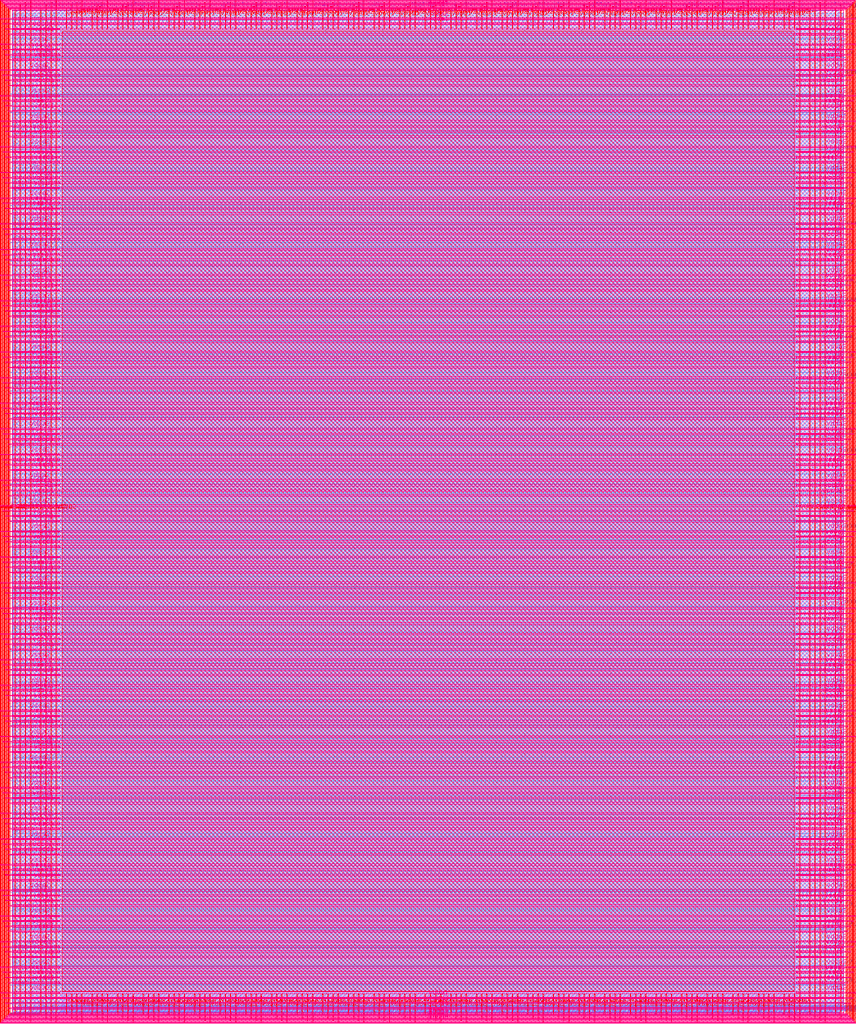
<source format=lef>
VERSION 5.7 ;
  NOWIREEXTENSIONATPIN ON ;
  DIVIDERCHAR "/" ;
  BUSBITCHARS "[]" ;
MACRO user_project_wrapper
  CLASS BLOCK ;
  FOREIGN user_project_wrapper ;
  ORIGIN 0.000 0.000 ;
  SIZE 2920.000 BY 3520.000 ;
  PIN analog_io[0]
    DIRECTION INOUT ;
    USE SIGNAL ;
    PORT
      LAYER met3 ;
        RECT 2917.600 1426.380 2924.800 1427.580 ;
    END
  END analog_io[0]
  PIN analog_io[10]
    DIRECTION INOUT ;
    USE SIGNAL ;
    PORT
      LAYER met2 ;
        RECT 2230.490 3517.600 2231.050 3524.800 ;
    END
  END analog_io[10]
  PIN analog_io[11]
    DIRECTION INOUT ;
    USE SIGNAL ;
    PORT
      LAYER met2 ;
        RECT 1905.730 3517.600 1906.290 3524.800 ;
    END
  END analog_io[11]
  PIN analog_io[12]
    DIRECTION INOUT ;
    USE SIGNAL ;
    PORT
      LAYER met2 ;
        RECT 1581.430 3517.600 1581.990 3524.800 ;
    END
  END analog_io[12]
  PIN analog_io[13]
    DIRECTION INOUT ;
    USE SIGNAL ;
    PORT
      LAYER met2 ;
        RECT 1257.130 3517.600 1257.690 3524.800 ;
    END
  END analog_io[13]
  PIN analog_io[14]
    DIRECTION INOUT ;
    USE SIGNAL ;
    PORT
      LAYER met2 ;
        RECT 932.370 3517.600 932.930 3524.800 ;
    END
  END analog_io[14]
  PIN analog_io[15]
    DIRECTION INOUT ;
    USE SIGNAL ;
    PORT
      LAYER met2 ;
        RECT 608.070 3517.600 608.630 3524.800 ;
    END
  END analog_io[15]
  PIN analog_io[16]
    DIRECTION INOUT ;
    USE SIGNAL ;
    PORT
      LAYER met2 ;
        RECT 283.770 3517.600 284.330 3524.800 ;
    END
  END analog_io[16]
  PIN analog_io[17]
    DIRECTION INOUT ;
    USE SIGNAL ;
    PORT
      LAYER met3 ;
        RECT -4.800 3486.100 2.400 3487.300 ;
    END
  END analog_io[17]
  PIN analog_io[18]
    DIRECTION INOUT ;
    USE SIGNAL ;
    PORT
      LAYER met3 ;
        RECT -4.800 3224.980 2.400 3226.180 ;
    END
  END analog_io[18]
  PIN analog_io[19]
    DIRECTION INOUT ;
    USE SIGNAL ;
    PORT
      LAYER met3 ;
        RECT -4.800 2964.540 2.400 2965.740 ;
    END
  END analog_io[19]
  PIN analog_io[1]
    DIRECTION INOUT ;
    USE SIGNAL ;
    PORT
      LAYER met3 ;
        RECT 2917.600 1692.260 2924.800 1693.460 ;
    END
  END analog_io[1]
  PIN analog_io[20]
    DIRECTION INOUT ;
    USE SIGNAL ;
    PORT
      LAYER met3 ;
        RECT -4.800 2703.420 2.400 2704.620 ;
    END
  END analog_io[20]
  PIN analog_io[21]
    DIRECTION INOUT ;
    USE SIGNAL ;
    PORT
      LAYER met3 ;
        RECT -4.800 2442.980 2.400 2444.180 ;
    END
  END analog_io[21]
  PIN analog_io[22]
    DIRECTION INOUT ;
    USE SIGNAL ;
    PORT
      LAYER met3 ;
        RECT -4.800 2182.540 2.400 2183.740 ;
    END
  END analog_io[22]
  PIN analog_io[23]
    DIRECTION INOUT ;
    USE SIGNAL ;
    PORT
      LAYER met3 ;
        RECT -4.800 1921.420 2.400 1922.620 ;
    END
  END analog_io[23]
  PIN analog_io[24]
    DIRECTION INOUT ;
    USE SIGNAL ;
    PORT
      LAYER met3 ;
        RECT -4.800 1660.980 2.400 1662.180 ;
    END
  END analog_io[24]
  PIN analog_io[25]
    DIRECTION INOUT ;
    USE SIGNAL ;
    PORT
      LAYER met3 ;
        RECT -4.800 1399.860 2.400 1401.060 ;
    END
  END analog_io[25]
  PIN analog_io[26]
    DIRECTION INOUT ;
    USE SIGNAL ;
    PORT
      LAYER met3 ;
        RECT -4.800 1139.420 2.400 1140.620 ;
    END
  END analog_io[26]
  PIN analog_io[27]
    DIRECTION INOUT ;
    USE SIGNAL ;
    PORT
      LAYER met3 ;
        RECT -4.800 878.980 2.400 880.180 ;
    END
  END analog_io[27]
  PIN analog_io[28]
    DIRECTION INOUT ;
    USE SIGNAL ;
    PORT
      LAYER met3 ;
        RECT -4.800 617.860 2.400 619.060 ;
    END
  END analog_io[28]
  PIN analog_io[2]
    DIRECTION INOUT ;
    USE SIGNAL ;
    PORT
      LAYER met3 ;
        RECT 2917.600 1958.140 2924.800 1959.340 ;
    END
  END analog_io[2]
  PIN analog_io[3]
    DIRECTION INOUT ;
    USE SIGNAL ;
    PORT
      LAYER met3 ;
        RECT 2917.600 2223.340 2924.800 2224.540 ;
    END
  END analog_io[3]
  PIN analog_io[4]
    DIRECTION INOUT ;
    USE SIGNAL ;
    PORT
      LAYER met3 ;
        RECT 2917.600 2489.220 2924.800 2490.420 ;
    END
  END analog_io[4]
  PIN analog_io[5]
    DIRECTION INOUT ;
    USE SIGNAL ;
    PORT
      LAYER met3 ;
        RECT 2917.600 2755.100 2924.800 2756.300 ;
    END
  END analog_io[5]
  PIN analog_io[6]
    DIRECTION INOUT ;
    USE SIGNAL ;
    PORT
      LAYER met3 ;
        RECT 2917.600 3020.300 2924.800 3021.500 ;
    END
  END analog_io[6]
  PIN analog_io[7]
    DIRECTION INOUT ;
    USE SIGNAL ;
    PORT
      LAYER met3 ;
        RECT 2917.600 3286.180 2924.800 3287.380 ;
    END
  END analog_io[7]
  PIN analog_io[8]
    DIRECTION INOUT ;
    USE SIGNAL ;
    PORT
      LAYER met2 ;
        RECT 2879.090 3517.600 2879.650 3524.800 ;
    END
  END analog_io[8]
  PIN analog_io[9]
    DIRECTION INOUT ;
    USE SIGNAL ;
    PORT
      LAYER met2 ;
        RECT 2554.790 3517.600 2555.350 3524.800 ;
    END
  END analog_io[9]
  PIN io_in[0]
    DIRECTION INPUT ;
    USE SIGNAL ;
    PORT
      LAYER met3 ;
        RECT 2917.600 32.380 2924.800 33.580 ;
    END
  END io_in[0]
  PIN io_in[10]
    DIRECTION INPUT ;
    USE SIGNAL ;
    PORT
      LAYER met3 ;
        RECT 2917.600 2289.980 2924.800 2291.180 ;
    END
  END io_in[10]
  PIN io_in[11]
    DIRECTION INPUT ;
    USE SIGNAL ;
    PORT
      LAYER met3 ;
        RECT 2917.600 2555.860 2924.800 2557.060 ;
    END
  END io_in[11]
  PIN io_in[12]
    DIRECTION INPUT ;
    USE SIGNAL ;
    PORT
      LAYER met3 ;
        RECT 2917.600 2821.060 2924.800 2822.260 ;
    END
  END io_in[12]
  PIN io_in[13]
    DIRECTION INPUT ;
    USE SIGNAL ;
    PORT
      LAYER met3 ;
        RECT 2917.600 3086.940 2924.800 3088.140 ;
    END
  END io_in[13]
  PIN io_in[14]
    DIRECTION INPUT ;
    USE SIGNAL ;
    PORT
      LAYER met3 ;
        RECT 2917.600 3352.820 2924.800 3354.020 ;
    END
  END io_in[14]
  PIN io_in[15]
    DIRECTION INPUT ;
    USE SIGNAL ;
    PORT
      LAYER met2 ;
        RECT 2798.130 3517.600 2798.690 3524.800 ;
    END
  END io_in[15]
  PIN io_in[16]
    DIRECTION INPUT ;
    USE SIGNAL ;
    PORT
      LAYER met2 ;
        RECT 2473.830 3517.600 2474.390 3524.800 ;
    END
  END io_in[16]
  PIN io_in[17]
    DIRECTION INPUT ;
    USE SIGNAL ;
    PORT
      LAYER met2 ;
        RECT 2149.070 3517.600 2149.630 3524.800 ;
    END
  END io_in[17]
  PIN io_in[18]
    DIRECTION INPUT ;
    USE SIGNAL ;
    PORT
      LAYER met2 ;
        RECT 1824.770 3517.600 1825.330 3524.800 ;
    END
  END io_in[18]
  PIN io_in[19]
    DIRECTION INPUT ;
    USE SIGNAL ;
    PORT
      LAYER met2 ;
        RECT 1500.470 3517.600 1501.030 3524.800 ;
    END
  END io_in[19]
  PIN io_in[1]
    DIRECTION INPUT ;
    USE SIGNAL ;
    PORT
      LAYER met3 ;
        RECT 2917.600 230.940 2924.800 232.140 ;
    END
  END io_in[1]
  PIN io_in[20]
    DIRECTION INPUT ;
    USE SIGNAL ;
    PORT
      LAYER met2 ;
        RECT 1175.710 3517.600 1176.270 3524.800 ;
    END
  END io_in[20]
  PIN io_in[21]
    DIRECTION INPUT ;
    USE SIGNAL ;
    PORT
      LAYER met2 ;
        RECT 851.410 3517.600 851.970 3524.800 ;
    END
  END io_in[21]
  PIN io_in[22]
    DIRECTION INPUT ;
    USE SIGNAL ;
    PORT
      LAYER met2 ;
        RECT 527.110 3517.600 527.670 3524.800 ;
    END
  END io_in[22]
  PIN io_in[23]
    DIRECTION INPUT ;
    USE SIGNAL ;
    PORT
      LAYER met2 ;
        RECT 202.350 3517.600 202.910 3524.800 ;
    END
  END io_in[23]
  PIN io_in[24]
    DIRECTION INPUT ;
    USE SIGNAL ;
    PORT
      LAYER met3 ;
        RECT -4.800 3420.820 2.400 3422.020 ;
    END
  END io_in[24]
  PIN io_in[25]
    DIRECTION INPUT ;
    USE SIGNAL ;
    PORT
      LAYER met3 ;
        RECT -4.800 3159.700 2.400 3160.900 ;
    END
  END io_in[25]
  PIN io_in[26]
    DIRECTION INPUT ;
    USE SIGNAL ;
    PORT
      LAYER met3 ;
        RECT -4.800 2899.260 2.400 2900.460 ;
    END
  END io_in[26]
  PIN io_in[27]
    DIRECTION INPUT ;
    USE SIGNAL ;
    PORT
      LAYER met3 ;
        RECT -4.800 2638.820 2.400 2640.020 ;
    END
  END io_in[27]
  PIN io_in[28]
    DIRECTION INPUT ;
    USE SIGNAL ;
    PORT
      LAYER met3 ;
        RECT -4.800 2377.700 2.400 2378.900 ;
    END
  END io_in[28]
  PIN io_in[29]
    DIRECTION INPUT ;
    USE SIGNAL ;
    PORT
      LAYER met3 ;
        RECT -4.800 2117.260 2.400 2118.460 ;
    END
  END io_in[29]
  PIN io_in[2]
    DIRECTION INPUT ;
    USE SIGNAL ;
    PORT
      LAYER met3 ;
        RECT 2917.600 430.180 2924.800 431.380 ;
    END
  END io_in[2]
  PIN io_in[30]
    DIRECTION INPUT ;
    USE SIGNAL ;
    PORT
      LAYER met3 ;
        RECT -4.800 1856.140 2.400 1857.340 ;
    END
  END io_in[30]
  PIN io_in[31]
    DIRECTION INPUT ;
    USE SIGNAL ;
    PORT
      LAYER met3 ;
        RECT -4.800 1595.700 2.400 1596.900 ;
    END
  END io_in[31]
  PIN io_in[32]
    DIRECTION INPUT ;
    USE SIGNAL ;
    PORT
      LAYER met3 ;
        RECT -4.800 1335.260 2.400 1336.460 ;
    END
  END io_in[32]
  PIN io_in[33]
    DIRECTION INPUT ;
    USE SIGNAL ;
    PORT
      LAYER met3 ;
        RECT -4.800 1074.140 2.400 1075.340 ;
    END
  END io_in[33]
  PIN io_in[34]
    DIRECTION INPUT ;
    USE SIGNAL ;
    PORT
      LAYER met3 ;
        RECT -4.800 813.700 2.400 814.900 ;
    END
  END io_in[34]
  PIN io_in[35]
    DIRECTION INPUT ;
    USE SIGNAL ;
    PORT
      LAYER met3 ;
        RECT -4.800 552.580 2.400 553.780 ;
    END
  END io_in[35]
  PIN io_in[36]
    DIRECTION INPUT ;
    USE SIGNAL ;
    PORT
      LAYER met3 ;
        RECT -4.800 357.420 2.400 358.620 ;
    END
  END io_in[36]
  PIN io_in[37]
    DIRECTION INPUT ;
    USE SIGNAL ;
    PORT
      LAYER met3 ;
        RECT -4.800 161.580 2.400 162.780 ;
    END
  END io_in[37]
  PIN io_in[3]
    DIRECTION INPUT ;
    USE SIGNAL ;
    PORT
      LAYER met3 ;
        RECT 2917.600 629.420 2924.800 630.620 ;
    END
  END io_in[3]
  PIN io_in[4]
    DIRECTION INPUT ;
    USE SIGNAL ;
    PORT
      LAYER met3 ;
        RECT 2917.600 828.660 2924.800 829.860 ;
    END
  END io_in[4]
  PIN io_in[5]
    DIRECTION INPUT ;
    USE SIGNAL ;
    PORT
      LAYER met3 ;
        RECT 2917.600 1027.900 2924.800 1029.100 ;
    END
  END io_in[5]
  PIN io_in[6]
    DIRECTION INPUT ;
    USE SIGNAL ;
    PORT
      LAYER met3 ;
        RECT 2917.600 1227.140 2924.800 1228.340 ;
    END
  END io_in[6]
  PIN io_in[7]
    DIRECTION INPUT ;
    USE SIGNAL ;
    PORT
      LAYER met3 ;
        RECT 2917.600 1493.020 2924.800 1494.220 ;
    END
  END io_in[7]
  PIN io_in[8]
    DIRECTION INPUT ;
    USE SIGNAL ;
    PORT
      LAYER met3 ;
        RECT 2917.600 1758.900 2924.800 1760.100 ;
    END
  END io_in[8]
  PIN io_in[9]
    DIRECTION INPUT ;
    USE SIGNAL ;
    PORT
      LAYER met3 ;
        RECT 2917.600 2024.100 2924.800 2025.300 ;
    END
  END io_in[9]
  PIN io_oeb[0]
    DIRECTION OUTPUT TRISTATE ;
    USE SIGNAL ;
    PORT
      LAYER met3 ;
        RECT 2917.600 164.980 2924.800 166.180 ;
    END
  END io_oeb[0]
  PIN io_oeb[10]
    DIRECTION OUTPUT TRISTATE ;
    USE SIGNAL ;
    PORT
      LAYER met3 ;
        RECT 2917.600 2422.580 2924.800 2423.780 ;
    END
  END io_oeb[10]
  PIN io_oeb[11]
    DIRECTION OUTPUT TRISTATE ;
    USE SIGNAL ;
    PORT
      LAYER met3 ;
        RECT 2917.600 2688.460 2924.800 2689.660 ;
    END
  END io_oeb[11]
  PIN io_oeb[12]
    DIRECTION OUTPUT TRISTATE ;
    USE SIGNAL ;
    PORT
      LAYER met3 ;
        RECT 2917.600 2954.340 2924.800 2955.540 ;
    END
  END io_oeb[12]
  PIN io_oeb[13]
    DIRECTION OUTPUT TRISTATE ;
    USE SIGNAL ;
    PORT
      LAYER met3 ;
        RECT 2917.600 3219.540 2924.800 3220.740 ;
    END
  END io_oeb[13]
  PIN io_oeb[14]
    DIRECTION OUTPUT TRISTATE ;
    USE SIGNAL ;
    PORT
      LAYER met3 ;
        RECT 2917.600 3485.420 2924.800 3486.620 ;
    END
  END io_oeb[14]
  PIN io_oeb[15]
    DIRECTION OUTPUT TRISTATE ;
    USE SIGNAL ;
    PORT
      LAYER met2 ;
        RECT 2635.750 3517.600 2636.310 3524.800 ;
    END
  END io_oeb[15]
  PIN io_oeb[16]
    DIRECTION OUTPUT TRISTATE ;
    USE SIGNAL ;
    PORT
      LAYER met2 ;
        RECT 2311.450 3517.600 2312.010 3524.800 ;
    END
  END io_oeb[16]
  PIN io_oeb[17]
    DIRECTION OUTPUT TRISTATE ;
    USE SIGNAL ;
    PORT
      LAYER met2 ;
        RECT 1987.150 3517.600 1987.710 3524.800 ;
    END
  END io_oeb[17]
  PIN io_oeb[18]
    DIRECTION OUTPUT TRISTATE ;
    USE SIGNAL ;
    PORT
      LAYER met2 ;
        RECT 1662.390 3517.600 1662.950 3524.800 ;
    END
  END io_oeb[18]
  PIN io_oeb[19]
    DIRECTION OUTPUT TRISTATE ;
    USE SIGNAL ;
    PORT
      LAYER met2 ;
        RECT 1338.090 3517.600 1338.650 3524.800 ;
    END
  END io_oeb[19]
  PIN io_oeb[1]
    DIRECTION OUTPUT TRISTATE ;
    USE SIGNAL ;
    PORT
      LAYER met3 ;
        RECT 2917.600 364.220 2924.800 365.420 ;
    END
  END io_oeb[1]
  PIN io_oeb[20]
    DIRECTION OUTPUT TRISTATE ;
    USE SIGNAL ;
    PORT
      LAYER met2 ;
        RECT 1013.790 3517.600 1014.350 3524.800 ;
    END
  END io_oeb[20]
  PIN io_oeb[21]
    DIRECTION OUTPUT TRISTATE ;
    USE SIGNAL ;
    PORT
      LAYER met2 ;
        RECT 689.030 3517.600 689.590 3524.800 ;
    END
  END io_oeb[21]
  PIN io_oeb[22]
    DIRECTION OUTPUT TRISTATE ;
    USE SIGNAL ;
    PORT
      LAYER met2 ;
        RECT 364.730 3517.600 365.290 3524.800 ;
    END
  END io_oeb[22]
  PIN io_oeb[23]
    DIRECTION OUTPUT TRISTATE ;
    USE SIGNAL ;
    PORT
      LAYER met2 ;
        RECT 40.430 3517.600 40.990 3524.800 ;
    END
  END io_oeb[23]
  PIN io_oeb[24]
    DIRECTION OUTPUT TRISTATE ;
    USE SIGNAL ;
    PORT
      LAYER met3 ;
        RECT -4.800 3290.260 2.400 3291.460 ;
    END
  END io_oeb[24]
  PIN io_oeb[25]
    DIRECTION OUTPUT TRISTATE ;
    USE SIGNAL ;
    PORT
      LAYER met3 ;
        RECT -4.800 3029.820 2.400 3031.020 ;
    END
  END io_oeb[25]
  PIN io_oeb[26]
    DIRECTION OUTPUT TRISTATE ;
    USE SIGNAL ;
    PORT
      LAYER met3 ;
        RECT -4.800 2768.700 2.400 2769.900 ;
    END
  END io_oeb[26]
  PIN io_oeb[27]
    DIRECTION OUTPUT TRISTATE ;
    USE SIGNAL ;
    PORT
      LAYER met3 ;
        RECT -4.800 2508.260 2.400 2509.460 ;
    END
  END io_oeb[27]
  PIN io_oeb[28]
    DIRECTION OUTPUT TRISTATE ;
    USE SIGNAL ;
    PORT
      LAYER met3 ;
        RECT -4.800 2247.140 2.400 2248.340 ;
    END
  END io_oeb[28]
  PIN io_oeb[29]
    DIRECTION OUTPUT TRISTATE ;
    USE SIGNAL ;
    PORT
      LAYER met3 ;
        RECT -4.800 1986.700 2.400 1987.900 ;
    END
  END io_oeb[29]
  PIN io_oeb[2]
    DIRECTION OUTPUT TRISTATE ;
    USE SIGNAL ;
    PORT
      LAYER met3 ;
        RECT 2917.600 563.460 2924.800 564.660 ;
    END
  END io_oeb[2]
  PIN io_oeb[30]
    DIRECTION OUTPUT TRISTATE ;
    USE SIGNAL ;
    PORT
      LAYER met3 ;
        RECT -4.800 1726.260 2.400 1727.460 ;
    END
  END io_oeb[30]
  PIN io_oeb[31]
    DIRECTION OUTPUT TRISTATE ;
    USE SIGNAL ;
    PORT
      LAYER met3 ;
        RECT -4.800 1465.140 2.400 1466.340 ;
    END
  END io_oeb[31]
  PIN io_oeb[32]
    DIRECTION OUTPUT TRISTATE ;
    USE SIGNAL ;
    PORT
      LAYER met3 ;
        RECT -4.800 1204.700 2.400 1205.900 ;
    END
  END io_oeb[32]
  PIN io_oeb[33]
    DIRECTION OUTPUT TRISTATE ;
    USE SIGNAL ;
    PORT
      LAYER met3 ;
        RECT -4.800 943.580 2.400 944.780 ;
    END
  END io_oeb[33]
  PIN io_oeb[34]
    DIRECTION OUTPUT TRISTATE ;
    USE SIGNAL ;
    PORT
      LAYER met3 ;
        RECT -4.800 683.140 2.400 684.340 ;
    END
  END io_oeb[34]
  PIN io_oeb[35]
    DIRECTION OUTPUT TRISTATE ;
    USE SIGNAL ;
    PORT
      LAYER met3 ;
        RECT -4.800 422.700 2.400 423.900 ;
    END
  END io_oeb[35]
  PIN io_oeb[36]
    DIRECTION OUTPUT TRISTATE ;
    USE SIGNAL ;
    PORT
      LAYER met3 ;
        RECT -4.800 226.860 2.400 228.060 ;
    END
  END io_oeb[36]
  PIN io_oeb[37]
    DIRECTION OUTPUT TRISTATE ;
    USE SIGNAL ;
    PORT
      LAYER met3 ;
        RECT -4.800 31.700 2.400 32.900 ;
    END
  END io_oeb[37]
  PIN io_oeb[3]
    DIRECTION OUTPUT TRISTATE ;
    USE SIGNAL ;
    PORT
      LAYER met3 ;
        RECT 2917.600 762.700 2924.800 763.900 ;
    END
  END io_oeb[3]
  PIN io_oeb[4]
    DIRECTION OUTPUT TRISTATE ;
    USE SIGNAL ;
    PORT
      LAYER met3 ;
        RECT 2917.600 961.940 2924.800 963.140 ;
    END
  END io_oeb[4]
  PIN io_oeb[5]
    DIRECTION OUTPUT TRISTATE ;
    USE SIGNAL ;
    PORT
      LAYER met3 ;
        RECT 2917.600 1161.180 2924.800 1162.380 ;
    END
  END io_oeb[5]
  PIN io_oeb[6]
    DIRECTION OUTPUT TRISTATE ;
    USE SIGNAL ;
    PORT
      LAYER met3 ;
        RECT 2917.600 1360.420 2924.800 1361.620 ;
    END
  END io_oeb[6]
  PIN io_oeb[7]
    DIRECTION OUTPUT TRISTATE ;
    USE SIGNAL ;
    PORT
      LAYER met3 ;
        RECT 2917.600 1625.620 2924.800 1626.820 ;
    END
  END io_oeb[7]
  PIN io_oeb[8]
    DIRECTION OUTPUT TRISTATE ;
    USE SIGNAL ;
    PORT
      LAYER met3 ;
        RECT 2917.600 1891.500 2924.800 1892.700 ;
    END
  END io_oeb[8]
  PIN io_oeb[9]
    DIRECTION OUTPUT TRISTATE ;
    USE SIGNAL ;
    PORT
      LAYER met3 ;
        RECT 2917.600 2157.380 2924.800 2158.580 ;
    END
  END io_oeb[9]
  PIN io_out[0]
    DIRECTION OUTPUT TRISTATE ;
    USE SIGNAL ;
    PORT
      LAYER met3 ;
        RECT 2917.600 98.340 2924.800 99.540 ;
    END
  END io_out[0]
  PIN io_out[10]
    DIRECTION OUTPUT TRISTATE ;
    USE SIGNAL ;
    PORT
      LAYER met3 ;
        RECT 2917.600 2356.620 2924.800 2357.820 ;
    END
  END io_out[10]
  PIN io_out[11]
    DIRECTION OUTPUT TRISTATE ;
    USE SIGNAL ;
    PORT
      LAYER met3 ;
        RECT 2917.600 2621.820 2924.800 2623.020 ;
    END
  END io_out[11]
  PIN io_out[12]
    DIRECTION OUTPUT TRISTATE ;
    USE SIGNAL ;
    PORT
      LAYER met3 ;
        RECT 2917.600 2887.700 2924.800 2888.900 ;
    END
  END io_out[12]
  PIN io_out[13]
    DIRECTION OUTPUT TRISTATE ;
    USE SIGNAL ;
    PORT
      LAYER met3 ;
        RECT 2917.600 3153.580 2924.800 3154.780 ;
    END
  END io_out[13]
  PIN io_out[14]
    DIRECTION OUTPUT TRISTATE ;
    USE SIGNAL ;
    PORT
      LAYER met3 ;
        RECT 2917.600 3418.780 2924.800 3419.980 ;
    END
  END io_out[14]
  PIN io_out[15]
    DIRECTION OUTPUT TRISTATE ;
    USE SIGNAL ;
    PORT
      LAYER met2 ;
        RECT 2717.170 3517.600 2717.730 3524.800 ;
    END
  END io_out[15]
  PIN io_out[16]
    DIRECTION OUTPUT TRISTATE ;
    USE SIGNAL ;
    PORT
      LAYER met2 ;
        RECT 2392.410 3517.600 2392.970 3524.800 ;
    END
  END io_out[16]
  PIN io_out[17]
    DIRECTION OUTPUT TRISTATE ;
    USE SIGNAL ;
    PORT
      LAYER met2 ;
        RECT 2068.110 3517.600 2068.670 3524.800 ;
    END
  END io_out[17]
  PIN io_out[18]
    DIRECTION OUTPUT TRISTATE ;
    USE SIGNAL ;
    PORT
      LAYER met2 ;
        RECT 1743.810 3517.600 1744.370 3524.800 ;
    END
  END io_out[18]
  PIN io_out[19]
    DIRECTION OUTPUT TRISTATE ;
    USE SIGNAL ;
    PORT
      LAYER met2 ;
        RECT 1419.050 3517.600 1419.610 3524.800 ;
    END
  END io_out[19]
  PIN io_out[1]
    DIRECTION OUTPUT TRISTATE ;
    USE SIGNAL ;
    PORT
      LAYER met3 ;
        RECT 2917.600 297.580 2924.800 298.780 ;
    END
  END io_out[1]
  PIN io_out[20]
    DIRECTION OUTPUT TRISTATE ;
    USE SIGNAL ;
    PORT
      LAYER met2 ;
        RECT 1094.750 3517.600 1095.310 3524.800 ;
    END
  END io_out[20]
  PIN io_out[21]
    DIRECTION OUTPUT TRISTATE ;
    USE SIGNAL ;
    PORT
      LAYER met2 ;
        RECT 770.450 3517.600 771.010 3524.800 ;
    END
  END io_out[21]
  PIN io_out[22]
    DIRECTION OUTPUT TRISTATE ;
    USE SIGNAL ;
    PORT
      LAYER met2 ;
        RECT 445.690 3517.600 446.250 3524.800 ;
    END
  END io_out[22]
  PIN io_out[23]
    DIRECTION OUTPUT TRISTATE ;
    USE SIGNAL ;
    PORT
      LAYER met2 ;
        RECT 121.390 3517.600 121.950 3524.800 ;
    END
  END io_out[23]
  PIN io_out[24]
    DIRECTION OUTPUT TRISTATE ;
    USE SIGNAL ;
    PORT
      LAYER met3 ;
        RECT -4.800 3355.540 2.400 3356.740 ;
    END
  END io_out[24]
  PIN io_out[25]
    DIRECTION OUTPUT TRISTATE ;
    USE SIGNAL ;
    PORT
      LAYER met3 ;
        RECT -4.800 3095.100 2.400 3096.300 ;
    END
  END io_out[25]
  PIN io_out[26]
    DIRECTION OUTPUT TRISTATE ;
    USE SIGNAL ;
    PORT
      LAYER met3 ;
        RECT -4.800 2833.980 2.400 2835.180 ;
    END
  END io_out[26]
  PIN io_out[27]
    DIRECTION OUTPUT TRISTATE ;
    USE SIGNAL ;
    PORT
      LAYER met3 ;
        RECT -4.800 2573.540 2.400 2574.740 ;
    END
  END io_out[27]
  PIN io_out[28]
    DIRECTION OUTPUT TRISTATE ;
    USE SIGNAL ;
    PORT
      LAYER met3 ;
        RECT -4.800 2312.420 2.400 2313.620 ;
    END
  END io_out[28]
  PIN io_out[29]
    DIRECTION OUTPUT TRISTATE ;
    USE SIGNAL ;
    PORT
      LAYER met3 ;
        RECT -4.800 2051.980 2.400 2053.180 ;
    END
  END io_out[29]
  PIN io_out[2]
    DIRECTION OUTPUT TRISTATE ;
    USE SIGNAL ;
    PORT
      LAYER met3 ;
        RECT 2917.600 496.820 2924.800 498.020 ;
    END
  END io_out[2]
  PIN io_out[30]
    DIRECTION OUTPUT TRISTATE ;
    USE SIGNAL ;
    PORT
      LAYER met3 ;
        RECT -4.800 1791.540 2.400 1792.740 ;
    END
  END io_out[30]
  PIN io_out[31]
    DIRECTION OUTPUT TRISTATE ;
    USE SIGNAL ;
    PORT
      LAYER met3 ;
        RECT -4.800 1530.420 2.400 1531.620 ;
    END
  END io_out[31]
  PIN io_out[32]
    DIRECTION OUTPUT TRISTATE ;
    USE SIGNAL ;
    PORT
      LAYER met3 ;
        RECT -4.800 1269.980 2.400 1271.180 ;
    END
  END io_out[32]
  PIN io_out[33]
    DIRECTION OUTPUT TRISTATE ;
    USE SIGNAL ;
    PORT
      LAYER met3 ;
        RECT -4.800 1008.860 2.400 1010.060 ;
    END
  END io_out[33]
  PIN io_out[34]
    DIRECTION OUTPUT TRISTATE ;
    USE SIGNAL ;
    PORT
      LAYER met3 ;
        RECT -4.800 748.420 2.400 749.620 ;
    END
  END io_out[34]
  PIN io_out[35]
    DIRECTION OUTPUT TRISTATE ;
    USE SIGNAL ;
    PORT
      LAYER met3 ;
        RECT -4.800 487.300 2.400 488.500 ;
    END
  END io_out[35]
  PIN io_out[36]
    DIRECTION OUTPUT TRISTATE ;
    USE SIGNAL ;
    PORT
      LAYER met3 ;
        RECT -4.800 292.140 2.400 293.340 ;
    END
  END io_out[36]
  PIN io_out[37]
    DIRECTION OUTPUT TRISTATE ;
    USE SIGNAL ;
    PORT
      LAYER met3 ;
        RECT -4.800 96.300 2.400 97.500 ;
    END
  END io_out[37]
  PIN io_out[3]
    DIRECTION OUTPUT TRISTATE ;
    USE SIGNAL ;
    PORT
      LAYER met3 ;
        RECT 2917.600 696.060 2924.800 697.260 ;
    END
  END io_out[3]
  PIN io_out[4]
    DIRECTION OUTPUT TRISTATE ;
    USE SIGNAL ;
    PORT
      LAYER met3 ;
        RECT 2917.600 895.300 2924.800 896.500 ;
    END
  END io_out[4]
  PIN io_out[5]
    DIRECTION OUTPUT TRISTATE ;
    USE SIGNAL ;
    PORT
      LAYER met3 ;
        RECT 2917.600 1094.540 2924.800 1095.740 ;
    END
  END io_out[5]
  PIN io_out[6]
    DIRECTION OUTPUT TRISTATE ;
    USE SIGNAL ;
    PORT
      LAYER met3 ;
        RECT 2917.600 1293.780 2924.800 1294.980 ;
    END
  END io_out[6]
  PIN io_out[7]
    DIRECTION OUTPUT TRISTATE ;
    USE SIGNAL ;
    PORT
      LAYER met3 ;
        RECT 2917.600 1559.660 2924.800 1560.860 ;
    END
  END io_out[7]
  PIN io_out[8]
    DIRECTION OUTPUT TRISTATE ;
    USE SIGNAL ;
    PORT
      LAYER met3 ;
        RECT 2917.600 1824.860 2924.800 1826.060 ;
    END
  END io_out[8]
  PIN io_out[9]
    DIRECTION OUTPUT TRISTATE ;
    USE SIGNAL ;
    PORT
      LAYER met3 ;
        RECT 2917.600 2090.740 2924.800 2091.940 ;
    END
  END io_out[9]
  PIN la_data_in[0]
    DIRECTION INPUT ;
    USE SIGNAL ;
    PORT
      LAYER met2 ;
        RECT 629.230 -4.800 629.790 2.400 ;
    END
  END la_data_in[0]
  PIN la_data_in[100]
    DIRECTION INPUT ;
    USE SIGNAL ;
    PORT
      LAYER met2 ;
        RECT 2402.530 -4.800 2403.090 2.400 ;
    END
  END la_data_in[100]
  PIN la_data_in[101]
    DIRECTION INPUT ;
    USE SIGNAL ;
    PORT
      LAYER met2 ;
        RECT 2420.010 -4.800 2420.570 2.400 ;
    END
  END la_data_in[101]
  PIN la_data_in[102]
    DIRECTION INPUT ;
    USE SIGNAL ;
    PORT
      LAYER met2 ;
        RECT 2437.950 -4.800 2438.510 2.400 ;
    END
  END la_data_in[102]
  PIN la_data_in[103]
    DIRECTION INPUT ;
    USE SIGNAL ;
    PORT
      LAYER met2 ;
        RECT 2455.430 -4.800 2455.990 2.400 ;
    END
  END la_data_in[103]
  PIN la_data_in[104]
    DIRECTION INPUT ;
    USE SIGNAL ;
    PORT
      LAYER met2 ;
        RECT 2473.370 -4.800 2473.930 2.400 ;
    END
  END la_data_in[104]
  PIN la_data_in[105]
    DIRECTION INPUT ;
    USE SIGNAL ;
    PORT
      LAYER met2 ;
        RECT 2490.850 -4.800 2491.410 2.400 ;
    END
  END la_data_in[105]
  PIN la_data_in[106]
    DIRECTION INPUT ;
    USE SIGNAL ;
    PORT
      LAYER met2 ;
        RECT 2508.790 -4.800 2509.350 2.400 ;
    END
  END la_data_in[106]
  PIN la_data_in[107]
    DIRECTION INPUT ;
    USE SIGNAL ;
    PORT
      LAYER met2 ;
        RECT 2526.730 -4.800 2527.290 2.400 ;
    END
  END la_data_in[107]
  PIN la_data_in[108]
    DIRECTION INPUT ;
    USE SIGNAL ;
    PORT
      LAYER met2 ;
        RECT 2544.210 -4.800 2544.770 2.400 ;
    END
  END la_data_in[108]
  PIN la_data_in[109]
    DIRECTION INPUT ;
    USE SIGNAL ;
    PORT
      LAYER met2 ;
        RECT 2562.150 -4.800 2562.710 2.400 ;
    END
  END la_data_in[109]
  PIN la_data_in[10]
    DIRECTION INPUT ;
    USE SIGNAL ;
    PORT
      LAYER met2 ;
        RECT 806.330 -4.800 806.890 2.400 ;
    END
  END la_data_in[10]
  PIN la_data_in[110]
    DIRECTION INPUT ;
    USE SIGNAL ;
    PORT
      LAYER met2 ;
        RECT 2579.630 -4.800 2580.190 2.400 ;
    END
  END la_data_in[110]
  PIN la_data_in[111]
    DIRECTION INPUT ;
    USE SIGNAL ;
    PORT
      LAYER met2 ;
        RECT 2597.570 -4.800 2598.130 2.400 ;
    END
  END la_data_in[111]
  PIN la_data_in[112]
    DIRECTION INPUT ;
    USE SIGNAL ;
    PORT
      LAYER met2 ;
        RECT 2615.050 -4.800 2615.610 2.400 ;
    END
  END la_data_in[112]
  PIN la_data_in[113]
    DIRECTION INPUT ;
    USE SIGNAL ;
    PORT
      LAYER met2 ;
        RECT 2632.990 -4.800 2633.550 2.400 ;
    END
  END la_data_in[113]
  PIN la_data_in[114]
    DIRECTION INPUT ;
    USE SIGNAL ;
    PORT
      LAYER met2 ;
        RECT 2650.470 -4.800 2651.030 2.400 ;
    END
  END la_data_in[114]
  PIN la_data_in[115]
    DIRECTION INPUT ;
    USE SIGNAL ;
    PORT
      LAYER met2 ;
        RECT 2668.410 -4.800 2668.970 2.400 ;
    END
  END la_data_in[115]
  PIN la_data_in[116]
    DIRECTION INPUT ;
    USE SIGNAL ;
    PORT
      LAYER met2 ;
        RECT 2685.890 -4.800 2686.450 2.400 ;
    END
  END la_data_in[116]
  PIN la_data_in[117]
    DIRECTION INPUT ;
    USE SIGNAL ;
    PORT
      LAYER met2 ;
        RECT 2703.830 -4.800 2704.390 2.400 ;
    END
  END la_data_in[117]
  PIN la_data_in[118]
    DIRECTION INPUT ;
    USE SIGNAL ;
    PORT
      LAYER met2 ;
        RECT 2721.770 -4.800 2722.330 2.400 ;
    END
  END la_data_in[118]
  PIN la_data_in[119]
    DIRECTION INPUT ;
    USE SIGNAL ;
    PORT
      LAYER met2 ;
        RECT 2739.250 -4.800 2739.810 2.400 ;
    END
  END la_data_in[119]
  PIN la_data_in[11]
    DIRECTION INPUT ;
    USE SIGNAL ;
    PORT
      LAYER met2 ;
        RECT 824.270 -4.800 824.830 2.400 ;
    END
  END la_data_in[11]
  PIN la_data_in[120]
    DIRECTION INPUT ;
    USE SIGNAL ;
    PORT
      LAYER met2 ;
        RECT 2757.190 -4.800 2757.750 2.400 ;
    END
  END la_data_in[120]
  PIN la_data_in[121]
    DIRECTION INPUT ;
    USE SIGNAL ;
    PORT
      LAYER met2 ;
        RECT 2774.670 -4.800 2775.230 2.400 ;
    END
  END la_data_in[121]
  PIN la_data_in[122]
    DIRECTION INPUT ;
    USE SIGNAL ;
    PORT
      LAYER met2 ;
        RECT 2792.610 -4.800 2793.170 2.400 ;
    END
  END la_data_in[122]
  PIN la_data_in[123]
    DIRECTION INPUT ;
    USE SIGNAL ;
    PORT
      LAYER met2 ;
        RECT 2810.090 -4.800 2810.650 2.400 ;
    END
  END la_data_in[123]
  PIN la_data_in[124]
    DIRECTION INPUT ;
    USE SIGNAL ;
    PORT
      LAYER met2 ;
        RECT 2828.030 -4.800 2828.590 2.400 ;
    END
  END la_data_in[124]
  PIN la_data_in[125]
    DIRECTION INPUT ;
    USE SIGNAL ;
    PORT
      LAYER met2 ;
        RECT 2845.510 -4.800 2846.070 2.400 ;
    END
  END la_data_in[125]
  PIN la_data_in[126]
    DIRECTION INPUT ;
    USE SIGNAL ;
    PORT
      LAYER met2 ;
        RECT 2863.450 -4.800 2864.010 2.400 ;
    END
  END la_data_in[126]
  PIN la_data_in[127]
    DIRECTION INPUT ;
    USE SIGNAL ;
    PORT
      LAYER met2 ;
        RECT 2881.390 -4.800 2881.950 2.400 ;
    END
  END la_data_in[127]
  PIN la_data_in[12]
    DIRECTION INPUT ;
    USE SIGNAL ;
    PORT
      LAYER met2 ;
        RECT 841.750 -4.800 842.310 2.400 ;
    END
  END la_data_in[12]
  PIN la_data_in[13]
    DIRECTION INPUT ;
    USE SIGNAL ;
    PORT
      LAYER met2 ;
        RECT 859.690 -4.800 860.250 2.400 ;
    END
  END la_data_in[13]
  PIN la_data_in[14]
    DIRECTION INPUT ;
    USE SIGNAL ;
    PORT
      LAYER met2 ;
        RECT 877.170 -4.800 877.730 2.400 ;
    END
  END la_data_in[14]
  PIN la_data_in[15]
    DIRECTION INPUT ;
    USE SIGNAL ;
    PORT
      LAYER met2 ;
        RECT 895.110 -4.800 895.670 2.400 ;
    END
  END la_data_in[15]
  PIN la_data_in[16]
    DIRECTION INPUT ;
    USE SIGNAL ;
    PORT
      LAYER met2 ;
        RECT 912.590 -4.800 913.150 2.400 ;
    END
  END la_data_in[16]
  PIN la_data_in[17]
    DIRECTION INPUT ;
    USE SIGNAL ;
    PORT
      LAYER met2 ;
        RECT 930.530 -4.800 931.090 2.400 ;
    END
  END la_data_in[17]
  PIN la_data_in[18]
    DIRECTION INPUT ;
    USE SIGNAL ;
    PORT
      LAYER met2 ;
        RECT 948.470 -4.800 949.030 2.400 ;
    END
  END la_data_in[18]
  PIN la_data_in[19]
    DIRECTION INPUT ;
    USE SIGNAL ;
    PORT
      LAYER met2 ;
        RECT 965.950 -4.800 966.510 2.400 ;
    END
  END la_data_in[19]
  PIN la_data_in[1]
    DIRECTION INPUT ;
    USE SIGNAL ;
    PORT
      LAYER met2 ;
        RECT 646.710 -4.800 647.270 2.400 ;
    END
  END la_data_in[1]
  PIN la_data_in[20]
    DIRECTION INPUT ;
    USE SIGNAL ;
    PORT
      LAYER met2 ;
        RECT 983.890 -4.800 984.450 2.400 ;
    END
  END la_data_in[20]
  PIN la_data_in[21]
    DIRECTION INPUT ;
    USE SIGNAL ;
    PORT
      LAYER met2 ;
        RECT 1001.370 -4.800 1001.930 2.400 ;
    END
  END la_data_in[21]
  PIN la_data_in[22]
    DIRECTION INPUT ;
    USE SIGNAL ;
    PORT
      LAYER met2 ;
        RECT 1019.310 -4.800 1019.870 2.400 ;
    END
  END la_data_in[22]
  PIN la_data_in[23]
    DIRECTION INPUT ;
    USE SIGNAL ;
    PORT
      LAYER met2 ;
        RECT 1036.790 -4.800 1037.350 2.400 ;
    END
  END la_data_in[23]
  PIN la_data_in[24]
    DIRECTION INPUT ;
    USE SIGNAL ;
    PORT
      LAYER met2 ;
        RECT 1054.730 -4.800 1055.290 2.400 ;
    END
  END la_data_in[24]
  PIN la_data_in[25]
    DIRECTION INPUT ;
    USE SIGNAL ;
    PORT
      LAYER met2 ;
        RECT 1072.210 -4.800 1072.770 2.400 ;
    END
  END la_data_in[25]
  PIN la_data_in[26]
    DIRECTION INPUT ;
    USE SIGNAL ;
    PORT
      LAYER met2 ;
        RECT 1090.150 -4.800 1090.710 2.400 ;
    END
  END la_data_in[26]
  PIN la_data_in[27]
    DIRECTION INPUT ;
    USE SIGNAL ;
    PORT
      LAYER met2 ;
        RECT 1107.630 -4.800 1108.190 2.400 ;
    END
  END la_data_in[27]
  PIN la_data_in[28]
    DIRECTION INPUT ;
    USE SIGNAL ;
    PORT
      LAYER met2 ;
        RECT 1125.570 -4.800 1126.130 2.400 ;
    END
  END la_data_in[28]
  PIN la_data_in[29]
    DIRECTION INPUT ;
    USE SIGNAL ;
    PORT
      LAYER met2 ;
        RECT 1143.510 -4.800 1144.070 2.400 ;
    END
  END la_data_in[29]
  PIN la_data_in[2]
    DIRECTION INPUT ;
    USE SIGNAL ;
    PORT
      LAYER met2 ;
        RECT 664.650 -4.800 665.210 2.400 ;
    END
  END la_data_in[2]
  PIN la_data_in[30]
    DIRECTION INPUT ;
    USE SIGNAL ;
    PORT
      LAYER met2 ;
        RECT 1160.990 -4.800 1161.550 2.400 ;
    END
  END la_data_in[30]
  PIN la_data_in[31]
    DIRECTION INPUT ;
    USE SIGNAL ;
    PORT
      LAYER met2 ;
        RECT 1178.930 -4.800 1179.490 2.400 ;
    END
  END la_data_in[31]
  PIN la_data_in[32]
    DIRECTION INPUT ;
    USE SIGNAL ;
    PORT
      LAYER met2 ;
        RECT 1196.410 -4.800 1196.970 2.400 ;
    END
  END la_data_in[32]
  PIN la_data_in[33]
    DIRECTION INPUT ;
    USE SIGNAL ;
    PORT
      LAYER met2 ;
        RECT 1214.350 -4.800 1214.910 2.400 ;
    END
  END la_data_in[33]
  PIN la_data_in[34]
    DIRECTION INPUT ;
    USE SIGNAL ;
    PORT
      LAYER met2 ;
        RECT 1231.830 -4.800 1232.390 2.400 ;
    END
  END la_data_in[34]
  PIN la_data_in[35]
    DIRECTION INPUT ;
    USE SIGNAL ;
    PORT
      LAYER met2 ;
        RECT 1249.770 -4.800 1250.330 2.400 ;
    END
  END la_data_in[35]
  PIN la_data_in[36]
    DIRECTION INPUT ;
    USE SIGNAL ;
    PORT
      LAYER met2 ;
        RECT 1267.250 -4.800 1267.810 2.400 ;
    END
  END la_data_in[36]
  PIN la_data_in[37]
    DIRECTION INPUT ;
    USE SIGNAL ;
    PORT
      LAYER met2 ;
        RECT 1285.190 -4.800 1285.750 2.400 ;
    END
  END la_data_in[37]
  PIN la_data_in[38]
    DIRECTION INPUT ;
    USE SIGNAL ;
    PORT
      LAYER met2 ;
        RECT 1303.130 -4.800 1303.690 2.400 ;
    END
  END la_data_in[38]
  PIN la_data_in[39]
    DIRECTION INPUT ;
    USE SIGNAL ;
    PORT
      LAYER met2 ;
        RECT 1320.610 -4.800 1321.170 2.400 ;
    END
  END la_data_in[39]
  PIN la_data_in[3]
    DIRECTION INPUT ;
    USE SIGNAL ;
    PORT
      LAYER met2 ;
        RECT 682.130 -4.800 682.690 2.400 ;
    END
  END la_data_in[3]
  PIN la_data_in[40]
    DIRECTION INPUT ;
    USE SIGNAL ;
    PORT
      LAYER met2 ;
        RECT 1338.550 -4.800 1339.110 2.400 ;
    END
  END la_data_in[40]
  PIN la_data_in[41]
    DIRECTION INPUT ;
    USE SIGNAL ;
    PORT
      LAYER met2 ;
        RECT 1356.030 -4.800 1356.590 2.400 ;
    END
  END la_data_in[41]
  PIN la_data_in[42]
    DIRECTION INPUT ;
    USE SIGNAL ;
    PORT
      LAYER met2 ;
        RECT 1373.970 -4.800 1374.530 2.400 ;
    END
  END la_data_in[42]
  PIN la_data_in[43]
    DIRECTION INPUT ;
    USE SIGNAL ;
    PORT
      LAYER met2 ;
        RECT 1391.450 -4.800 1392.010 2.400 ;
    END
  END la_data_in[43]
  PIN la_data_in[44]
    DIRECTION INPUT ;
    USE SIGNAL ;
    PORT
      LAYER met2 ;
        RECT 1409.390 -4.800 1409.950 2.400 ;
    END
  END la_data_in[44]
  PIN la_data_in[45]
    DIRECTION INPUT ;
    USE SIGNAL ;
    PORT
      LAYER met2 ;
        RECT 1426.870 -4.800 1427.430 2.400 ;
    END
  END la_data_in[45]
  PIN la_data_in[46]
    DIRECTION INPUT ;
    USE SIGNAL ;
    PORT
      LAYER met2 ;
        RECT 1444.810 -4.800 1445.370 2.400 ;
    END
  END la_data_in[46]
  PIN la_data_in[47]
    DIRECTION INPUT ;
    USE SIGNAL ;
    PORT
      LAYER met2 ;
        RECT 1462.750 -4.800 1463.310 2.400 ;
    END
  END la_data_in[47]
  PIN la_data_in[48]
    DIRECTION INPUT ;
    USE SIGNAL ;
    PORT
      LAYER met2 ;
        RECT 1480.230 -4.800 1480.790 2.400 ;
    END
  END la_data_in[48]
  PIN la_data_in[49]
    DIRECTION INPUT ;
    USE SIGNAL ;
    PORT
      LAYER met2 ;
        RECT 1498.170 -4.800 1498.730 2.400 ;
    END
  END la_data_in[49]
  PIN la_data_in[4]
    DIRECTION INPUT ;
    USE SIGNAL ;
    PORT
      LAYER met2 ;
        RECT 700.070 -4.800 700.630 2.400 ;
    END
  END la_data_in[4]
  PIN la_data_in[50]
    DIRECTION INPUT ;
    USE SIGNAL ;
    PORT
      LAYER met2 ;
        RECT 1515.650 -4.800 1516.210 2.400 ;
    END
  END la_data_in[50]
  PIN la_data_in[51]
    DIRECTION INPUT ;
    USE SIGNAL ;
    PORT
      LAYER met2 ;
        RECT 1533.590 -4.800 1534.150 2.400 ;
    END
  END la_data_in[51]
  PIN la_data_in[52]
    DIRECTION INPUT ;
    USE SIGNAL ;
    PORT
      LAYER met2 ;
        RECT 1551.070 -4.800 1551.630 2.400 ;
    END
  END la_data_in[52]
  PIN la_data_in[53]
    DIRECTION INPUT ;
    USE SIGNAL ;
    PORT
      LAYER met2 ;
        RECT 1569.010 -4.800 1569.570 2.400 ;
    END
  END la_data_in[53]
  PIN la_data_in[54]
    DIRECTION INPUT ;
    USE SIGNAL ;
    PORT
      LAYER met2 ;
        RECT 1586.490 -4.800 1587.050 2.400 ;
    END
  END la_data_in[54]
  PIN la_data_in[55]
    DIRECTION INPUT ;
    USE SIGNAL ;
    PORT
      LAYER met2 ;
        RECT 1604.430 -4.800 1604.990 2.400 ;
    END
  END la_data_in[55]
  PIN la_data_in[56]
    DIRECTION INPUT ;
    USE SIGNAL ;
    PORT
      LAYER met2 ;
        RECT 1621.910 -4.800 1622.470 2.400 ;
    END
  END la_data_in[56]
  PIN la_data_in[57]
    DIRECTION INPUT ;
    USE SIGNAL ;
    PORT
      LAYER met2 ;
        RECT 1639.850 -4.800 1640.410 2.400 ;
    END
  END la_data_in[57]
  PIN la_data_in[58]
    DIRECTION INPUT ;
    USE SIGNAL ;
    PORT
      LAYER met2 ;
        RECT 1657.790 -4.800 1658.350 2.400 ;
    END
  END la_data_in[58]
  PIN la_data_in[59]
    DIRECTION INPUT ;
    USE SIGNAL ;
    PORT
      LAYER met2 ;
        RECT 1675.270 -4.800 1675.830 2.400 ;
    END
  END la_data_in[59]
  PIN la_data_in[5]
    DIRECTION INPUT ;
    USE SIGNAL ;
    PORT
      LAYER met2 ;
        RECT 717.550 -4.800 718.110 2.400 ;
    END
  END la_data_in[5]
  PIN la_data_in[60]
    DIRECTION INPUT ;
    USE SIGNAL ;
    PORT
      LAYER met2 ;
        RECT 1693.210 -4.800 1693.770 2.400 ;
    END
  END la_data_in[60]
  PIN la_data_in[61]
    DIRECTION INPUT ;
    USE SIGNAL ;
    PORT
      LAYER met2 ;
        RECT 1710.690 -4.800 1711.250 2.400 ;
    END
  END la_data_in[61]
  PIN la_data_in[62]
    DIRECTION INPUT ;
    USE SIGNAL ;
    PORT
      LAYER met2 ;
        RECT 1728.630 -4.800 1729.190 2.400 ;
    END
  END la_data_in[62]
  PIN la_data_in[63]
    DIRECTION INPUT ;
    USE SIGNAL ;
    PORT
      LAYER met2 ;
        RECT 1746.110 -4.800 1746.670 2.400 ;
    END
  END la_data_in[63]
  PIN la_data_in[64]
    DIRECTION INPUT ;
    USE SIGNAL ;
    PORT
      LAYER met2 ;
        RECT 1764.050 -4.800 1764.610 2.400 ;
    END
  END la_data_in[64]
  PIN la_data_in[65]
    DIRECTION INPUT ;
    USE SIGNAL ;
    PORT
      LAYER met2 ;
        RECT 1781.530 -4.800 1782.090 2.400 ;
    END
  END la_data_in[65]
  PIN la_data_in[66]
    DIRECTION INPUT ;
    USE SIGNAL ;
    PORT
      LAYER met2 ;
        RECT 1799.470 -4.800 1800.030 2.400 ;
    END
  END la_data_in[66]
  PIN la_data_in[67]
    DIRECTION INPUT ;
    USE SIGNAL ;
    PORT
      LAYER met2 ;
        RECT 1817.410 -4.800 1817.970 2.400 ;
    END
  END la_data_in[67]
  PIN la_data_in[68]
    DIRECTION INPUT ;
    USE SIGNAL ;
    PORT
      LAYER met2 ;
        RECT 1834.890 -4.800 1835.450 2.400 ;
    END
  END la_data_in[68]
  PIN la_data_in[69]
    DIRECTION INPUT ;
    USE SIGNAL ;
    PORT
      LAYER met2 ;
        RECT 1852.830 -4.800 1853.390 2.400 ;
    END
  END la_data_in[69]
  PIN la_data_in[6]
    DIRECTION INPUT ;
    USE SIGNAL ;
    PORT
      LAYER met2 ;
        RECT 735.490 -4.800 736.050 2.400 ;
    END
  END la_data_in[6]
  PIN la_data_in[70]
    DIRECTION INPUT ;
    USE SIGNAL ;
    PORT
      LAYER met2 ;
        RECT 1870.310 -4.800 1870.870 2.400 ;
    END
  END la_data_in[70]
  PIN la_data_in[71]
    DIRECTION INPUT ;
    USE SIGNAL ;
    PORT
      LAYER met2 ;
        RECT 1888.250 -4.800 1888.810 2.400 ;
    END
  END la_data_in[71]
  PIN la_data_in[72]
    DIRECTION INPUT ;
    USE SIGNAL ;
    PORT
      LAYER met2 ;
        RECT 1905.730 -4.800 1906.290 2.400 ;
    END
  END la_data_in[72]
  PIN la_data_in[73]
    DIRECTION INPUT ;
    USE SIGNAL ;
    PORT
      LAYER met2 ;
        RECT 1923.670 -4.800 1924.230 2.400 ;
    END
  END la_data_in[73]
  PIN la_data_in[74]
    DIRECTION INPUT ;
    USE SIGNAL ;
    PORT
      LAYER met2 ;
        RECT 1941.150 -4.800 1941.710 2.400 ;
    END
  END la_data_in[74]
  PIN la_data_in[75]
    DIRECTION INPUT ;
    USE SIGNAL ;
    PORT
      LAYER met2 ;
        RECT 1959.090 -4.800 1959.650 2.400 ;
    END
  END la_data_in[75]
  PIN la_data_in[76]
    DIRECTION INPUT ;
    USE SIGNAL ;
    PORT
      LAYER met2 ;
        RECT 1976.570 -4.800 1977.130 2.400 ;
    END
  END la_data_in[76]
  PIN la_data_in[77]
    DIRECTION INPUT ;
    USE SIGNAL ;
    PORT
      LAYER met2 ;
        RECT 1994.510 -4.800 1995.070 2.400 ;
    END
  END la_data_in[77]
  PIN la_data_in[78]
    DIRECTION INPUT ;
    USE SIGNAL ;
    PORT
      LAYER met2 ;
        RECT 2012.450 -4.800 2013.010 2.400 ;
    END
  END la_data_in[78]
  PIN la_data_in[79]
    DIRECTION INPUT ;
    USE SIGNAL ;
    PORT
      LAYER met2 ;
        RECT 2029.930 -4.800 2030.490 2.400 ;
    END
  END la_data_in[79]
  PIN la_data_in[7]
    DIRECTION INPUT ;
    USE SIGNAL ;
    PORT
      LAYER met2 ;
        RECT 752.970 -4.800 753.530 2.400 ;
    END
  END la_data_in[7]
  PIN la_data_in[80]
    DIRECTION INPUT ;
    USE SIGNAL ;
    PORT
      LAYER met2 ;
        RECT 2047.870 -4.800 2048.430 2.400 ;
    END
  END la_data_in[80]
  PIN la_data_in[81]
    DIRECTION INPUT ;
    USE SIGNAL ;
    PORT
      LAYER met2 ;
        RECT 2065.350 -4.800 2065.910 2.400 ;
    END
  END la_data_in[81]
  PIN la_data_in[82]
    DIRECTION INPUT ;
    USE SIGNAL ;
    PORT
      LAYER met2 ;
        RECT 2083.290 -4.800 2083.850 2.400 ;
    END
  END la_data_in[82]
  PIN la_data_in[83]
    DIRECTION INPUT ;
    USE SIGNAL ;
    PORT
      LAYER met2 ;
        RECT 2100.770 -4.800 2101.330 2.400 ;
    END
  END la_data_in[83]
  PIN la_data_in[84]
    DIRECTION INPUT ;
    USE SIGNAL ;
    PORT
      LAYER met2 ;
        RECT 2118.710 -4.800 2119.270 2.400 ;
    END
  END la_data_in[84]
  PIN la_data_in[85]
    DIRECTION INPUT ;
    USE SIGNAL ;
    PORT
      LAYER met2 ;
        RECT 2136.190 -4.800 2136.750 2.400 ;
    END
  END la_data_in[85]
  PIN la_data_in[86]
    DIRECTION INPUT ;
    USE SIGNAL ;
    PORT
      LAYER met2 ;
        RECT 2154.130 -4.800 2154.690 2.400 ;
    END
  END la_data_in[86]
  PIN la_data_in[87]
    DIRECTION INPUT ;
    USE SIGNAL ;
    PORT
      LAYER met2 ;
        RECT 2172.070 -4.800 2172.630 2.400 ;
    END
  END la_data_in[87]
  PIN la_data_in[88]
    DIRECTION INPUT ;
    USE SIGNAL ;
    PORT
      LAYER met2 ;
        RECT 2189.550 -4.800 2190.110 2.400 ;
    END
  END la_data_in[88]
  PIN la_data_in[89]
    DIRECTION INPUT ;
    USE SIGNAL ;
    PORT
      LAYER met2 ;
        RECT 2207.490 -4.800 2208.050 2.400 ;
    END
  END la_data_in[89]
  PIN la_data_in[8]
    DIRECTION INPUT ;
    USE SIGNAL ;
    PORT
      LAYER met2 ;
        RECT 770.910 -4.800 771.470 2.400 ;
    END
  END la_data_in[8]
  PIN la_data_in[90]
    DIRECTION INPUT ;
    USE SIGNAL ;
    PORT
      LAYER met2 ;
        RECT 2224.970 -4.800 2225.530 2.400 ;
    END
  END la_data_in[90]
  PIN la_data_in[91]
    DIRECTION INPUT ;
    USE SIGNAL ;
    PORT
      LAYER met2 ;
        RECT 2242.910 -4.800 2243.470 2.400 ;
    END
  END la_data_in[91]
  PIN la_data_in[92]
    DIRECTION INPUT ;
    USE SIGNAL ;
    PORT
      LAYER met2 ;
        RECT 2260.390 -4.800 2260.950 2.400 ;
    END
  END la_data_in[92]
  PIN la_data_in[93]
    DIRECTION INPUT ;
    USE SIGNAL ;
    PORT
      LAYER met2 ;
        RECT 2278.330 -4.800 2278.890 2.400 ;
    END
  END la_data_in[93]
  PIN la_data_in[94]
    DIRECTION INPUT ;
    USE SIGNAL ;
    PORT
      LAYER met2 ;
        RECT 2295.810 -4.800 2296.370 2.400 ;
    END
  END la_data_in[94]
  PIN la_data_in[95]
    DIRECTION INPUT ;
    USE SIGNAL ;
    PORT
      LAYER met2 ;
        RECT 2313.750 -4.800 2314.310 2.400 ;
    END
  END la_data_in[95]
  PIN la_data_in[96]
    DIRECTION INPUT ;
    USE SIGNAL ;
    PORT
      LAYER met2 ;
        RECT 2331.230 -4.800 2331.790 2.400 ;
    END
  END la_data_in[96]
  PIN la_data_in[97]
    DIRECTION INPUT ;
    USE SIGNAL ;
    PORT
      LAYER met2 ;
        RECT 2349.170 -4.800 2349.730 2.400 ;
    END
  END la_data_in[97]
  PIN la_data_in[98]
    DIRECTION INPUT ;
    USE SIGNAL ;
    PORT
      LAYER met2 ;
        RECT 2367.110 -4.800 2367.670 2.400 ;
    END
  END la_data_in[98]
  PIN la_data_in[99]
    DIRECTION INPUT ;
    USE SIGNAL ;
    PORT
      LAYER met2 ;
        RECT 2384.590 -4.800 2385.150 2.400 ;
    END
  END la_data_in[99]
  PIN la_data_in[9]
    DIRECTION INPUT ;
    USE SIGNAL ;
    PORT
      LAYER met2 ;
        RECT 788.850 -4.800 789.410 2.400 ;
    END
  END la_data_in[9]
  PIN la_data_out[0]
    DIRECTION OUTPUT TRISTATE ;
    USE SIGNAL ;
    PORT
      LAYER met2 ;
        RECT 634.750 -4.800 635.310 2.400 ;
    END
  END la_data_out[0]
  PIN la_data_out[100]
    DIRECTION OUTPUT TRISTATE ;
    USE SIGNAL ;
    PORT
      LAYER met2 ;
        RECT 2408.510 -4.800 2409.070 2.400 ;
    END
  END la_data_out[100]
  PIN la_data_out[101]
    DIRECTION OUTPUT TRISTATE ;
    USE SIGNAL ;
    PORT
      LAYER met2 ;
        RECT 2425.990 -4.800 2426.550 2.400 ;
    END
  END la_data_out[101]
  PIN la_data_out[102]
    DIRECTION OUTPUT TRISTATE ;
    USE SIGNAL ;
    PORT
      LAYER met2 ;
        RECT 2443.930 -4.800 2444.490 2.400 ;
    END
  END la_data_out[102]
  PIN la_data_out[103]
    DIRECTION OUTPUT TRISTATE ;
    USE SIGNAL ;
    PORT
      LAYER met2 ;
        RECT 2461.410 -4.800 2461.970 2.400 ;
    END
  END la_data_out[103]
  PIN la_data_out[104]
    DIRECTION OUTPUT TRISTATE ;
    USE SIGNAL ;
    PORT
      LAYER met2 ;
        RECT 2479.350 -4.800 2479.910 2.400 ;
    END
  END la_data_out[104]
  PIN la_data_out[105]
    DIRECTION OUTPUT TRISTATE ;
    USE SIGNAL ;
    PORT
      LAYER met2 ;
        RECT 2496.830 -4.800 2497.390 2.400 ;
    END
  END la_data_out[105]
  PIN la_data_out[106]
    DIRECTION OUTPUT TRISTATE ;
    USE SIGNAL ;
    PORT
      LAYER met2 ;
        RECT 2514.770 -4.800 2515.330 2.400 ;
    END
  END la_data_out[106]
  PIN la_data_out[107]
    DIRECTION OUTPUT TRISTATE ;
    USE SIGNAL ;
    PORT
      LAYER met2 ;
        RECT 2532.250 -4.800 2532.810 2.400 ;
    END
  END la_data_out[107]
  PIN la_data_out[108]
    DIRECTION OUTPUT TRISTATE ;
    USE SIGNAL ;
    PORT
      LAYER met2 ;
        RECT 2550.190 -4.800 2550.750 2.400 ;
    END
  END la_data_out[108]
  PIN la_data_out[109]
    DIRECTION OUTPUT TRISTATE ;
    USE SIGNAL ;
    PORT
      LAYER met2 ;
        RECT 2567.670 -4.800 2568.230 2.400 ;
    END
  END la_data_out[109]
  PIN la_data_out[10]
    DIRECTION OUTPUT TRISTATE ;
    USE SIGNAL ;
    PORT
      LAYER met2 ;
        RECT 812.310 -4.800 812.870 2.400 ;
    END
  END la_data_out[10]
  PIN la_data_out[110]
    DIRECTION OUTPUT TRISTATE ;
    USE SIGNAL ;
    PORT
      LAYER met2 ;
        RECT 2585.610 -4.800 2586.170 2.400 ;
    END
  END la_data_out[110]
  PIN la_data_out[111]
    DIRECTION OUTPUT TRISTATE ;
    USE SIGNAL ;
    PORT
      LAYER met2 ;
        RECT 2603.550 -4.800 2604.110 2.400 ;
    END
  END la_data_out[111]
  PIN la_data_out[112]
    DIRECTION OUTPUT TRISTATE ;
    USE SIGNAL ;
    PORT
      LAYER met2 ;
        RECT 2621.030 -4.800 2621.590 2.400 ;
    END
  END la_data_out[112]
  PIN la_data_out[113]
    DIRECTION OUTPUT TRISTATE ;
    USE SIGNAL ;
    PORT
      LAYER met2 ;
        RECT 2638.970 -4.800 2639.530 2.400 ;
    END
  END la_data_out[113]
  PIN la_data_out[114]
    DIRECTION OUTPUT TRISTATE ;
    USE SIGNAL ;
    PORT
      LAYER met2 ;
        RECT 2656.450 -4.800 2657.010 2.400 ;
    END
  END la_data_out[114]
  PIN la_data_out[115]
    DIRECTION OUTPUT TRISTATE ;
    USE SIGNAL ;
    PORT
      LAYER met2 ;
        RECT 2674.390 -4.800 2674.950 2.400 ;
    END
  END la_data_out[115]
  PIN la_data_out[116]
    DIRECTION OUTPUT TRISTATE ;
    USE SIGNAL ;
    PORT
      LAYER met2 ;
        RECT 2691.870 -4.800 2692.430 2.400 ;
    END
  END la_data_out[116]
  PIN la_data_out[117]
    DIRECTION OUTPUT TRISTATE ;
    USE SIGNAL ;
    PORT
      LAYER met2 ;
        RECT 2709.810 -4.800 2710.370 2.400 ;
    END
  END la_data_out[117]
  PIN la_data_out[118]
    DIRECTION OUTPUT TRISTATE ;
    USE SIGNAL ;
    PORT
      LAYER met2 ;
        RECT 2727.290 -4.800 2727.850 2.400 ;
    END
  END la_data_out[118]
  PIN la_data_out[119]
    DIRECTION OUTPUT TRISTATE ;
    USE SIGNAL ;
    PORT
      LAYER met2 ;
        RECT 2745.230 -4.800 2745.790 2.400 ;
    END
  END la_data_out[119]
  PIN la_data_out[11]
    DIRECTION OUTPUT TRISTATE ;
    USE SIGNAL ;
    PORT
      LAYER met2 ;
        RECT 830.250 -4.800 830.810 2.400 ;
    END
  END la_data_out[11]
  PIN la_data_out[120]
    DIRECTION OUTPUT TRISTATE ;
    USE SIGNAL ;
    PORT
      LAYER met2 ;
        RECT 2763.170 -4.800 2763.730 2.400 ;
    END
  END la_data_out[120]
  PIN la_data_out[121]
    DIRECTION OUTPUT TRISTATE ;
    USE SIGNAL ;
    PORT
      LAYER met2 ;
        RECT 2780.650 -4.800 2781.210 2.400 ;
    END
  END la_data_out[121]
  PIN la_data_out[122]
    DIRECTION OUTPUT TRISTATE ;
    USE SIGNAL ;
    PORT
      LAYER met2 ;
        RECT 2798.590 -4.800 2799.150 2.400 ;
    END
  END la_data_out[122]
  PIN la_data_out[123]
    DIRECTION OUTPUT TRISTATE ;
    USE SIGNAL ;
    PORT
      LAYER met2 ;
        RECT 2816.070 -4.800 2816.630 2.400 ;
    END
  END la_data_out[123]
  PIN la_data_out[124]
    DIRECTION OUTPUT TRISTATE ;
    USE SIGNAL ;
    PORT
      LAYER met2 ;
        RECT 2834.010 -4.800 2834.570 2.400 ;
    END
  END la_data_out[124]
  PIN la_data_out[125]
    DIRECTION OUTPUT TRISTATE ;
    USE SIGNAL ;
    PORT
      LAYER met2 ;
        RECT 2851.490 -4.800 2852.050 2.400 ;
    END
  END la_data_out[125]
  PIN la_data_out[126]
    DIRECTION OUTPUT TRISTATE ;
    USE SIGNAL ;
    PORT
      LAYER met2 ;
        RECT 2869.430 -4.800 2869.990 2.400 ;
    END
  END la_data_out[126]
  PIN la_data_out[127]
    DIRECTION OUTPUT TRISTATE ;
    USE SIGNAL ;
    PORT
      LAYER met2 ;
        RECT 2886.910 -4.800 2887.470 2.400 ;
    END
  END la_data_out[127]
  PIN la_data_out[12]
    DIRECTION OUTPUT TRISTATE ;
    USE SIGNAL ;
    PORT
      LAYER met2 ;
        RECT 847.730 -4.800 848.290 2.400 ;
    END
  END la_data_out[12]
  PIN la_data_out[13]
    DIRECTION OUTPUT TRISTATE ;
    USE SIGNAL ;
    PORT
      LAYER met2 ;
        RECT 865.670 -4.800 866.230 2.400 ;
    END
  END la_data_out[13]
  PIN la_data_out[14]
    DIRECTION OUTPUT TRISTATE ;
    USE SIGNAL ;
    PORT
      LAYER met2 ;
        RECT 883.150 -4.800 883.710 2.400 ;
    END
  END la_data_out[14]
  PIN la_data_out[15]
    DIRECTION OUTPUT TRISTATE ;
    USE SIGNAL ;
    PORT
      LAYER met2 ;
        RECT 901.090 -4.800 901.650 2.400 ;
    END
  END la_data_out[15]
  PIN la_data_out[16]
    DIRECTION OUTPUT TRISTATE ;
    USE SIGNAL ;
    PORT
      LAYER met2 ;
        RECT 918.570 -4.800 919.130 2.400 ;
    END
  END la_data_out[16]
  PIN la_data_out[17]
    DIRECTION OUTPUT TRISTATE ;
    USE SIGNAL ;
    PORT
      LAYER met2 ;
        RECT 936.510 -4.800 937.070 2.400 ;
    END
  END la_data_out[17]
  PIN la_data_out[18]
    DIRECTION OUTPUT TRISTATE ;
    USE SIGNAL ;
    PORT
      LAYER met2 ;
        RECT 953.990 -4.800 954.550 2.400 ;
    END
  END la_data_out[18]
  PIN la_data_out[19]
    DIRECTION OUTPUT TRISTATE ;
    USE SIGNAL ;
    PORT
      LAYER met2 ;
        RECT 971.930 -4.800 972.490 2.400 ;
    END
  END la_data_out[19]
  PIN la_data_out[1]
    DIRECTION OUTPUT TRISTATE ;
    USE SIGNAL ;
    PORT
      LAYER met2 ;
        RECT 652.690 -4.800 653.250 2.400 ;
    END
  END la_data_out[1]
  PIN la_data_out[20]
    DIRECTION OUTPUT TRISTATE ;
    USE SIGNAL ;
    PORT
      LAYER met2 ;
        RECT 989.410 -4.800 989.970 2.400 ;
    END
  END la_data_out[20]
  PIN la_data_out[21]
    DIRECTION OUTPUT TRISTATE ;
    USE SIGNAL ;
    PORT
      LAYER met2 ;
        RECT 1007.350 -4.800 1007.910 2.400 ;
    END
  END la_data_out[21]
  PIN la_data_out[22]
    DIRECTION OUTPUT TRISTATE ;
    USE SIGNAL ;
    PORT
      LAYER met2 ;
        RECT 1025.290 -4.800 1025.850 2.400 ;
    END
  END la_data_out[22]
  PIN la_data_out[23]
    DIRECTION OUTPUT TRISTATE ;
    USE SIGNAL ;
    PORT
      LAYER met2 ;
        RECT 1042.770 -4.800 1043.330 2.400 ;
    END
  END la_data_out[23]
  PIN la_data_out[24]
    DIRECTION OUTPUT TRISTATE ;
    USE SIGNAL ;
    PORT
      LAYER met2 ;
        RECT 1060.710 -4.800 1061.270 2.400 ;
    END
  END la_data_out[24]
  PIN la_data_out[25]
    DIRECTION OUTPUT TRISTATE ;
    USE SIGNAL ;
    PORT
      LAYER met2 ;
        RECT 1078.190 -4.800 1078.750 2.400 ;
    END
  END la_data_out[25]
  PIN la_data_out[26]
    DIRECTION OUTPUT TRISTATE ;
    USE SIGNAL ;
    PORT
      LAYER met2 ;
        RECT 1096.130 -4.800 1096.690 2.400 ;
    END
  END la_data_out[26]
  PIN la_data_out[27]
    DIRECTION OUTPUT TRISTATE ;
    USE SIGNAL ;
    PORT
      LAYER met2 ;
        RECT 1113.610 -4.800 1114.170 2.400 ;
    END
  END la_data_out[27]
  PIN la_data_out[28]
    DIRECTION OUTPUT TRISTATE ;
    USE SIGNAL ;
    PORT
      LAYER met2 ;
        RECT 1131.550 -4.800 1132.110 2.400 ;
    END
  END la_data_out[28]
  PIN la_data_out[29]
    DIRECTION OUTPUT TRISTATE ;
    USE SIGNAL ;
    PORT
      LAYER met2 ;
        RECT 1149.030 -4.800 1149.590 2.400 ;
    END
  END la_data_out[29]
  PIN la_data_out[2]
    DIRECTION OUTPUT TRISTATE ;
    USE SIGNAL ;
    PORT
      LAYER met2 ;
        RECT 670.630 -4.800 671.190 2.400 ;
    END
  END la_data_out[2]
  PIN la_data_out[30]
    DIRECTION OUTPUT TRISTATE ;
    USE SIGNAL ;
    PORT
      LAYER met2 ;
        RECT 1166.970 -4.800 1167.530 2.400 ;
    END
  END la_data_out[30]
  PIN la_data_out[31]
    DIRECTION OUTPUT TRISTATE ;
    USE SIGNAL ;
    PORT
      LAYER met2 ;
        RECT 1184.910 -4.800 1185.470 2.400 ;
    END
  END la_data_out[31]
  PIN la_data_out[32]
    DIRECTION OUTPUT TRISTATE ;
    USE SIGNAL ;
    PORT
      LAYER met2 ;
        RECT 1202.390 -4.800 1202.950 2.400 ;
    END
  END la_data_out[32]
  PIN la_data_out[33]
    DIRECTION OUTPUT TRISTATE ;
    USE SIGNAL ;
    PORT
      LAYER met2 ;
        RECT 1220.330 -4.800 1220.890 2.400 ;
    END
  END la_data_out[33]
  PIN la_data_out[34]
    DIRECTION OUTPUT TRISTATE ;
    USE SIGNAL ;
    PORT
      LAYER met2 ;
        RECT 1237.810 -4.800 1238.370 2.400 ;
    END
  END la_data_out[34]
  PIN la_data_out[35]
    DIRECTION OUTPUT TRISTATE ;
    USE SIGNAL ;
    PORT
      LAYER met2 ;
        RECT 1255.750 -4.800 1256.310 2.400 ;
    END
  END la_data_out[35]
  PIN la_data_out[36]
    DIRECTION OUTPUT TRISTATE ;
    USE SIGNAL ;
    PORT
      LAYER met2 ;
        RECT 1273.230 -4.800 1273.790 2.400 ;
    END
  END la_data_out[36]
  PIN la_data_out[37]
    DIRECTION OUTPUT TRISTATE ;
    USE SIGNAL ;
    PORT
      LAYER met2 ;
        RECT 1291.170 -4.800 1291.730 2.400 ;
    END
  END la_data_out[37]
  PIN la_data_out[38]
    DIRECTION OUTPUT TRISTATE ;
    USE SIGNAL ;
    PORT
      LAYER met2 ;
        RECT 1308.650 -4.800 1309.210 2.400 ;
    END
  END la_data_out[38]
  PIN la_data_out[39]
    DIRECTION OUTPUT TRISTATE ;
    USE SIGNAL ;
    PORT
      LAYER met2 ;
        RECT 1326.590 -4.800 1327.150 2.400 ;
    END
  END la_data_out[39]
  PIN la_data_out[3]
    DIRECTION OUTPUT TRISTATE ;
    USE SIGNAL ;
    PORT
      LAYER met2 ;
        RECT 688.110 -4.800 688.670 2.400 ;
    END
  END la_data_out[3]
  PIN la_data_out[40]
    DIRECTION OUTPUT TRISTATE ;
    USE SIGNAL ;
    PORT
      LAYER met2 ;
        RECT 1344.070 -4.800 1344.630 2.400 ;
    END
  END la_data_out[40]
  PIN la_data_out[41]
    DIRECTION OUTPUT TRISTATE ;
    USE SIGNAL ;
    PORT
      LAYER met2 ;
        RECT 1362.010 -4.800 1362.570 2.400 ;
    END
  END la_data_out[41]
  PIN la_data_out[42]
    DIRECTION OUTPUT TRISTATE ;
    USE SIGNAL ;
    PORT
      LAYER met2 ;
        RECT 1379.950 -4.800 1380.510 2.400 ;
    END
  END la_data_out[42]
  PIN la_data_out[43]
    DIRECTION OUTPUT TRISTATE ;
    USE SIGNAL ;
    PORT
      LAYER met2 ;
        RECT 1397.430 -4.800 1397.990 2.400 ;
    END
  END la_data_out[43]
  PIN la_data_out[44]
    DIRECTION OUTPUT TRISTATE ;
    USE SIGNAL ;
    PORT
      LAYER met2 ;
        RECT 1415.370 -4.800 1415.930 2.400 ;
    END
  END la_data_out[44]
  PIN la_data_out[45]
    DIRECTION OUTPUT TRISTATE ;
    USE SIGNAL ;
    PORT
      LAYER met2 ;
        RECT 1432.850 -4.800 1433.410 2.400 ;
    END
  END la_data_out[45]
  PIN la_data_out[46]
    DIRECTION OUTPUT TRISTATE ;
    USE SIGNAL ;
    PORT
      LAYER met2 ;
        RECT 1450.790 -4.800 1451.350 2.400 ;
    END
  END la_data_out[46]
  PIN la_data_out[47]
    DIRECTION OUTPUT TRISTATE ;
    USE SIGNAL ;
    PORT
      LAYER met2 ;
        RECT 1468.270 -4.800 1468.830 2.400 ;
    END
  END la_data_out[47]
  PIN la_data_out[48]
    DIRECTION OUTPUT TRISTATE ;
    USE SIGNAL ;
    PORT
      LAYER met2 ;
        RECT 1486.210 -4.800 1486.770 2.400 ;
    END
  END la_data_out[48]
  PIN la_data_out[49]
    DIRECTION OUTPUT TRISTATE ;
    USE SIGNAL ;
    PORT
      LAYER met2 ;
        RECT 1503.690 -4.800 1504.250 2.400 ;
    END
  END la_data_out[49]
  PIN la_data_out[4]
    DIRECTION OUTPUT TRISTATE ;
    USE SIGNAL ;
    PORT
      LAYER met2 ;
        RECT 706.050 -4.800 706.610 2.400 ;
    END
  END la_data_out[4]
  PIN la_data_out[50]
    DIRECTION OUTPUT TRISTATE ;
    USE SIGNAL ;
    PORT
      LAYER met2 ;
        RECT 1521.630 -4.800 1522.190 2.400 ;
    END
  END la_data_out[50]
  PIN la_data_out[51]
    DIRECTION OUTPUT TRISTATE ;
    USE SIGNAL ;
    PORT
      LAYER met2 ;
        RECT 1539.570 -4.800 1540.130 2.400 ;
    END
  END la_data_out[51]
  PIN la_data_out[52]
    DIRECTION OUTPUT TRISTATE ;
    USE SIGNAL ;
    PORT
      LAYER met2 ;
        RECT 1557.050 -4.800 1557.610 2.400 ;
    END
  END la_data_out[52]
  PIN la_data_out[53]
    DIRECTION OUTPUT TRISTATE ;
    USE SIGNAL ;
    PORT
      LAYER met2 ;
        RECT 1574.990 -4.800 1575.550 2.400 ;
    END
  END la_data_out[53]
  PIN la_data_out[54]
    DIRECTION OUTPUT TRISTATE ;
    USE SIGNAL ;
    PORT
      LAYER met2 ;
        RECT 1592.470 -4.800 1593.030 2.400 ;
    END
  END la_data_out[54]
  PIN la_data_out[55]
    DIRECTION OUTPUT TRISTATE ;
    USE SIGNAL ;
    PORT
      LAYER met2 ;
        RECT 1610.410 -4.800 1610.970 2.400 ;
    END
  END la_data_out[55]
  PIN la_data_out[56]
    DIRECTION OUTPUT TRISTATE ;
    USE SIGNAL ;
    PORT
      LAYER met2 ;
        RECT 1627.890 -4.800 1628.450 2.400 ;
    END
  END la_data_out[56]
  PIN la_data_out[57]
    DIRECTION OUTPUT TRISTATE ;
    USE SIGNAL ;
    PORT
      LAYER met2 ;
        RECT 1645.830 -4.800 1646.390 2.400 ;
    END
  END la_data_out[57]
  PIN la_data_out[58]
    DIRECTION OUTPUT TRISTATE ;
    USE SIGNAL ;
    PORT
      LAYER met2 ;
        RECT 1663.310 -4.800 1663.870 2.400 ;
    END
  END la_data_out[58]
  PIN la_data_out[59]
    DIRECTION OUTPUT TRISTATE ;
    USE SIGNAL ;
    PORT
      LAYER met2 ;
        RECT 1681.250 -4.800 1681.810 2.400 ;
    END
  END la_data_out[59]
  PIN la_data_out[5]
    DIRECTION OUTPUT TRISTATE ;
    USE SIGNAL ;
    PORT
      LAYER met2 ;
        RECT 723.530 -4.800 724.090 2.400 ;
    END
  END la_data_out[5]
  PIN la_data_out[60]
    DIRECTION OUTPUT TRISTATE ;
    USE SIGNAL ;
    PORT
      LAYER met2 ;
        RECT 1699.190 -4.800 1699.750 2.400 ;
    END
  END la_data_out[60]
  PIN la_data_out[61]
    DIRECTION OUTPUT TRISTATE ;
    USE SIGNAL ;
    PORT
      LAYER met2 ;
        RECT 1716.670 -4.800 1717.230 2.400 ;
    END
  END la_data_out[61]
  PIN la_data_out[62]
    DIRECTION OUTPUT TRISTATE ;
    USE SIGNAL ;
    PORT
      LAYER met2 ;
        RECT 1734.610 -4.800 1735.170 2.400 ;
    END
  END la_data_out[62]
  PIN la_data_out[63]
    DIRECTION OUTPUT TRISTATE ;
    USE SIGNAL ;
    PORT
      LAYER met2 ;
        RECT 1752.090 -4.800 1752.650 2.400 ;
    END
  END la_data_out[63]
  PIN la_data_out[64]
    DIRECTION OUTPUT TRISTATE ;
    USE SIGNAL ;
    PORT
      LAYER met2 ;
        RECT 1770.030 -4.800 1770.590 2.400 ;
    END
  END la_data_out[64]
  PIN la_data_out[65]
    DIRECTION OUTPUT TRISTATE ;
    USE SIGNAL ;
    PORT
      LAYER met2 ;
        RECT 1787.510 -4.800 1788.070 2.400 ;
    END
  END la_data_out[65]
  PIN la_data_out[66]
    DIRECTION OUTPUT TRISTATE ;
    USE SIGNAL ;
    PORT
      LAYER met2 ;
        RECT 1805.450 -4.800 1806.010 2.400 ;
    END
  END la_data_out[66]
  PIN la_data_out[67]
    DIRECTION OUTPUT TRISTATE ;
    USE SIGNAL ;
    PORT
      LAYER met2 ;
        RECT 1822.930 -4.800 1823.490 2.400 ;
    END
  END la_data_out[67]
  PIN la_data_out[68]
    DIRECTION OUTPUT TRISTATE ;
    USE SIGNAL ;
    PORT
      LAYER met2 ;
        RECT 1840.870 -4.800 1841.430 2.400 ;
    END
  END la_data_out[68]
  PIN la_data_out[69]
    DIRECTION OUTPUT TRISTATE ;
    USE SIGNAL ;
    PORT
      LAYER met2 ;
        RECT 1858.350 -4.800 1858.910 2.400 ;
    END
  END la_data_out[69]
  PIN la_data_out[6]
    DIRECTION OUTPUT TRISTATE ;
    USE SIGNAL ;
    PORT
      LAYER met2 ;
        RECT 741.470 -4.800 742.030 2.400 ;
    END
  END la_data_out[6]
  PIN la_data_out[70]
    DIRECTION OUTPUT TRISTATE ;
    USE SIGNAL ;
    PORT
      LAYER met2 ;
        RECT 1876.290 -4.800 1876.850 2.400 ;
    END
  END la_data_out[70]
  PIN la_data_out[71]
    DIRECTION OUTPUT TRISTATE ;
    USE SIGNAL ;
    PORT
      LAYER met2 ;
        RECT 1894.230 -4.800 1894.790 2.400 ;
    END
  END la_data_out[71]
  PIN la_data_out[72]
    DIRECTION OUTPUT TRISTATE ;
    USE SIGNAL ;
    PORT
      LAYER met2 ;
        RECT 1911.710 -4.800 1912.270 2.400 ;
    END
  END la_data_out[72]
  PIN la_data_out[73]
    DIRECTION OUTPUT TRISTATE ;
    USE SIGNAL ;
    PORT
      LAYER met2 ;
        RECT 1929.650 -4.800 1930.210 2.400 ;
    END
  END la_data_out[73]
  PIN la_data_out[74]
    DIRECTION OUTPUT TRISTATE ;
    USE SIGNAL ;
    PORT
      LAYER met2 ;
        RECT 1947.130 -4.800 1947.690 2.400 ;
    END
  END la_data_out[74]
  PIN la_data_out[75]
    DIRECTION OUTPUT TRISTATE ;
    USE SIGNAL ;
    PORT
      LAYER met2 ;
        RECT 1965.070 -4.800 1965.630 2.400 ;
    END
  END la_data_out[75]
  PIN la_data_out[76]
    DIRECTION OUTPUT TRISTATE ;
    USE SIGNAL ;
    PORT
      LAYER met2 ;
        RECT 1982.550 -4.800 1983.110 2.400 ;
    END
  END la_data_out[76]
  PIN la_data_out[77]
    DIRECTION OUTPUT TRISTATE ;
    USE SIGNAL ;
    PORT
      LAYER met2 ;
        RECT 2000.490 -4.800 2001.050 2.400 ;
    END
  END la_data_out[77]
  PIN la_data_out[78]
    DIRECTION OUTPUT TRISTATE ;
    USE SIGNAL ;
    PORT
      LAYER met2 ;
        RECT 2017.970 -4.800 2018.530 2.400 ;
    END
  END la_data_out[78]
  PIN la_data_out[79]
    DIRECTION OUTPUT TRISTATE ;
    USE SIGNAL ;
    PORT
      LAYER met2 ;
        RECT 2035.910 -4.800 2036.470 2.400 ;
    END
  END la_data_out[79]
  PIN la_data_out[7]
    DIRECTION OUTPUT TRISTATE ;
    USE SIGNAL ;
    PORT
      LAYER met2 ;
        RECT 758.950 -4.800 759.510 2.400 ;
    END
  END la_data_out[7]
  PIN la_data_out[80]
    DIRECTION OUTPUT TRISTATE ;
    USE SIGNAL ;
    PORT
      LAYER met2 ;
        RECT 2053.850 -4.800 2054.410 2.400 ;
    END
  END la_data_out[80]
  PIN la_data_out[81]
    DIRECTION OUTPUT TRISTATE ;
    USE SIGNAL ;
    PORT
      LAYER met2 ;
        RECT 2071.330 -4.800 2071.890 2.400 ;
    END
  END la_data_out[81]
  PIN la_data_out[82]
    DIRECTION OUTPUT TRISTATE ;
    USE SIGNAL ;
    PORT
      LAYER met2 ;
        RECT 2089.270 -4.800 2089.830 2.400 ;
    END
  END la_data_out[82]
  PIN la_data_out[83]
    DIRECTION OUTPUT TRISTATE ;
    USE SIGNAL ;
    PORT
      LAYER met2 ;
        RECT 2106.750 -4.800 2107.310 2.400 ;
    END
  END la_data_out[83]
  PIN la_data_out[84]
    DIRECTION OUTPUT TRISTATE ;
    USE SIGNAL ;
    PORT
      LAYER met2 ;
        RECT 2124.690 -4.800 2125.250 2.400 ;
    END
  END la_data_out[84]
  PIN la_data_out[85]
    DIRECTION OUTPUT TRISTATE ;
    USE SIGNAL ;
    PORT
      LAYER met2 ;
        RECT 2142.170 -4.800 2142.730 2.400 ;
    END
  END la_data_out[85]
  PIN la_data_out[86]
    DIRECTION OUTPUT TRISTATE ;
    USE SIGNAL ;
    PORT
      LAYER met2 ;
        RECT 2160.110 -4.800 2160.670 2.400 ;
    END
  END la_data_out[86]
  PIN la_data_out[87]
    DIRECTION OUTPUT TRISTATE ;
    USE SIGNAL ;
    PORT
      LAYER met2 ;
        RECT 2177.590 -4.800 2178.150 2.400 ;
    END
  END la_data_out[87]
  PIN la_data_out[88]
    DIRECTION OUTPUT TRISTATE ;
    USE SIGNAL ;
    PORT
      LAYER met2 ;
        RECT 2195.530 -4.800 2196.090 2.400 ;
    END
  END la_data_out[88]
  PIN la_data_out[89]
    DIRECTION OUTPUT TRISTATE ;
    USE SIGNAL ;
    PORT
      LAYER met2 ;
        RECT 2213.010 -4.800 2213.570 2.400 ;
    END
  END la_data_out[89]
  PIN la_data_out[8]
    DIRECTION OUTPUT TRISTATE ;
    USE SIGNAL ;
    PORT
      LAYER met2 ;
        RECT 776.890 -4.800 777.450 2.400 ;
    END
  END la_data_out[8]
  PIN la_data_out[90]
    DIRECTION OUTPUT TRISTATE ;
    USE SIGNAL ;
    PORT
      LAYER met2 ;
        RECT 2230.950 -4.800 2231.510 2.400 ;
    END
  END la_data_out[90]
  PIN la_data_out[91]
    DIRECTION OUTPUT TRISTATE ;
    USE SIGNAL ;
    PORT
      LAYER met2 ;
        RECT 2248.890 -4.800 2249.450 2.400 ;
    END
  END la_data_out[91]
  PIN la_data_out[92]
    DIRECTION OUTPUT TRISTATE ;
    USE SIGNAL ;
    PORT
      LAYER met2 ;
        RECT 2266.370 -4.800 2266.930 2.400 ;
    END
  END la_data_out[92]
  PIN la_data_out[93]
    DIRECTION OUTPUT TRISTATE ;
    USE SIGNAL ;
    PORT
      LAYER met2 ;
        RECT 2284.310 -4.800 2284.870 2.400 ;
    END
  END la_data_out[93]
  PIN la_data_out[94]
    DIRECTION OUTPUT TRISTATE ;
    USE SIGNAL ;
    PORT
      LAYER met2 ;
        RECT 2301.790 -4.800 2302.350 2.400 ;
    END
  END la_data_out[94]
  PIN la_data_out[95]
    DIRECTION OUTPUT TRISTATE ;
    USE SIGNAL ;
    PORT
      LAYER met2 ;
        RECT 2319.730 -4.800 2320.290 2.400 ;
    END
  END la_data_out[95]
  PIN la_data_out[96]
    DIRECTION OUTPUT TRISTATE ;
    USE SIGNAL ;
    PORT
      LAYER met2 ;
        RECT 2337.210 -4.800 2337.770 2.400 ;
    END
  END la_data_out[96]
  PIN la_data_out[97]
    DIRECTION OUTPUT TRISTATE ;
    USE SIGNAL ;
    PORT
      LAYER met2 ;
        RECT 2355.150 -4.800 2355.710 2.400 ;
    END
  END la_data_out[97]
  PIN la_data_out[98]
    DIRECTION OUTPUT TRISTATE ;
    USE SIGNAL ;
    PORT
      LAYER met2 ;
        RECT 2372.630 -4.800 2373.190 2.400 ;
    END
  END la_data_out[98]
  PIN la_data_out[99]
    DIRECTION OUTPUT TRISTATE ;
    USE SIGNAL ;
    PORT
      LAYER met2 ;
        RECT 2390.570 -4.800 2391.130 2.400 ;
    END
  END la_data_out[99]
  PIN la_data_out[9]
    DIRECTION OUTPUT TRISTATE ;
    USE SIGNAL ;
    PORT
      LAYER met2 ;
        RECT 794.370 -4.800 794.930 2.400 ;
    END
  END la_data_out[9]
  PIN la_oenb[0]
    DIRECTION INPUT ;
    USE SIGNAL ;
    PORT
      LAYER met2 ;
        RECT 640.730 -4.800 641.290 2.400 ;
    END
  END la_oenb[0]
  PIN la_oenb[100]
    DIRECTION INPUT ;
    USE SIGNAL ;
    PORT
      LAYER met2 ;
        RECT 2414.030 -4.800 2414.590 2.400 ;
    END
  END la_oenb[100]
  PIN la_oenb[101]
    DIRECTION INPUT ;
    USE SIGNAL ;
    PORT
      LAYER met2 ;
        RECT 2431.970 -4.800 2432.530 2.400 ;
    END
  END la_oenb[101]
  PIN la_oenb[102]
    DIRECTION INPUT ;
    USE SIGNAL ;
    PORT
      LAYER met2 ;
        RECT 2449.450 -4.800 2450.010 2.400 ;
    END
  END la_oenb[102]
  PIN la_oenb[103]
    DIRECTION INPUT ;
    USE SIGNAL ;
    PORT
      LAYER met2 ;
        RECT 2467.390 -4.800 2467.950 2.400 ;
    END
  END la_oenb[103]
  PIN la_oenb[104]
    DIRECTION INPUT ;
    USE SIGNAL ;
    PORT
      LAYER met2 ;
        RECT 2485.330 -4.800 2485.890 2.400 ;
    END
  END la_oenb[104]
  PIN la_oenb[105]
    DIRECTION INPUT ;
    USE SIGNAL ;
    PORT
      LAYER met2 ;
        RECT 2502.810 -4.800 2503.370 2.400 ;
    END
  END la_oenb[105]
  PIN la_oenb[106]
    DIRECTION INPUT ;
    USE SIGNAL ;
    PORT
      LAYER met2 ;
        RECT 2520.750 -4.800 2521.310 2.400 ;
    END
  END la_oenb[106]
  PIN la_oenb[107]
    DIRECTION INPUT ;
    USE SIGNAL ;
    PORT
      LAYER met2 ;
        RECT 2538.230 -4.800 2538.790 2.400 ;
    END
  END la_oenb[107]
  PIN la_oenb[108]
    DIRECTION INPUT ;
    USE SIGNAL ;
    PORT
      LAYER met2 ;
        RECT 2556.170 -4.800 2556.730 2.400 ;
    END
  END la_oenb[108]
  PIN la_oenb[109]
    DIRECTION INPUT ;
    USE SIGNAL ;
    PORT
      LAYER met2 ;
        RECT 2573.650 -4.800 2574.210 2.400 ;
    END
  END la_oenb[109]
  PIN la_oenb[10]
    DIRECTION INPUT ;
    USE SIGNAL ;
    PORT
      LAYER met2 ;
        RECT 818.290 -4.800 818.850 2.400 ;
    END
  END la_oenb[10]
  PIN la_oenb[110]
    DIRECTION INPUT ;
    USE SIGNAL ;
    PORT
      LAYER met2 ;
        RECT 2591.590 -4.800 2592.150 2.400 ;
    END
  END la_oenb[110]
  PIN la_oenb[111]
    DIRECTION INPUT ;
    USE SIGNAL ;
    PORT
      LAYER met2 ;
        RECT 2609.070 -4.800 2609.630 2.400 ;
    END
  END la_oenb[111]
  PIN la_oenb[112]
    DIRECTION INPUT ;
    USE SIGNAL ;
    PORT
      LAYER met2 ;
        RECT 2627.010 -4.800 2627.570 2.400 ;
    END
  END la_oenb[112]
  PIN la_oenb[113]
    DIRECTION INPUT ;
    USE SIGNAL ;
    PORT
      LAYER met2 ;
        RECT 2644.950 -4.800 2645.510 2.400 ;
    END
  END la_oenb[113]
  PIN la_oenb[114]
    DIRECTION INPUT ;
    USE SIGNAL ;
    PORT
      LAYER met2 ;
        RECT 2662.430 -4.800 2662.990 2.400 ;
    END
  END la_oenb[114]
  PIN la_oenb[115]
    DIRECTION INPUT ;
    USE SIGNAL ;
    PORT
      LAYER met2 ;
        RECT 2680.370 -4.800 2680.930 2.400 ;
    END
  END la_oenb[115]
  PIN la_oenb[116]
    DIRECTION INPUT ;
    USE SIGNAL ;
    PORT
      LAYER met2 ;
        RECT 2697.850 -4.800 2698.410 2.400 ;
    END
  END la_oenb[116]
  PIN la_oenb[117]
    DIRECTION INPUT ;
    USE SIGNAL ;
    PORT
      LAYER met2 ;
        RECT 2715.790 -4.800 2716.350 2.400 ;
    END
  END la_oenb[117]
  PIN la_oenb[118]
    DIRECTION INPUT ;
    USE SIGNAL ;
    PORT
      LAYER met2 ;
        RECT 2733.270 -4.800 2733.830 2.400 ;
    END
  END la_oenb[118]
  PIN la_oenb[119]
    DIRECTION INPUT ;
    USE SIGNAL ;
    PORT
      LAYER met2 ;
        RECT 2751.210 -4.800 2751.770 2.400 ;
    END
  END la_oenb[119]
  PIN la_oenb[11]
    DIRECTION INPUT ;
    USE SIGNAL ;
    PORT
      LAYER met2 ;
        RECT 835.770 -4.800 836.330 2.400 ;
    END
  END la_oenb[11]
  PIN la_oenb[120]
    DIRECTION INPUT ;
    USE SIGNAL ;
    PORT
      LAYER met2 ;
        RECT 2768.690 -4.800 2769.250 2.400 ;
    END
  END la_oenb[120]
  PIN la_oenb[121]
    DIRECTION INPUT ;
    USE SIGNAL ;
    PORT
      LAYER met2 ;
        RECT 2786.630 -4.800 2787.190 2.400 ;
    END
  END la_oenb[121]
  PIN la_oenb[122]
    DIRECTION INPUT ;
    USE SIGNAL ;
    PORT
      LAYER met2 ;
        RECT 2804.110 -4.800 2804.670 2.400 ;
    END
  END la_oenb[122]
  PIN la_oenb[123]
    DIRECTION INPUT ;
    USE SIGNAL ;
    PORT
      LAYER met2 ;
        RECT 2822.050 -4.800 2822.610 2.400 ;
    END
  END la_oenb[123]
  PIN la_oenb[124]
    DIRECTION INPUT ;
    USE SIGNAL ;
    PORT
      LAYER met2 ;
        RECT 2839.990 -4.800 2840.550 2.400 ;
    END
  END la_oenb[124]
  PIN la_oenb[125]
    DIRECTION INPUT ;
    USE SIGNAL ;
    PORT
      LAYER met2 ;
        RECT 2857.470 -4.800 2858.030 2.400 ;
    END
  END la_oenb[125]
  PIN la_oenb[126]
    DIRECTION INPUT ;
    USE SIGNAL ;
    PORT
      LAYER met2 ;
        RECT 2875.410 -4.800 2875.970 2.400 ;
    END
  END la_oenb[126]
  PIN la_oenb[127]
    DIRECTION INPUT ;
    USE SIGNAL ;
    PORT
      LAYER met2 ;
        RECT 2892.890 -4.800 2893.450 2.400 ;
    END
  END la_oenb[127]
  PIN la_oenb[12]
    DIRECTION INPUT ;
    USE SIGNAL ;
    PORT
      LAYER met2 ;
        RECT 853.710 -4.800 854.270 2.400 ;
    END
  END la_oenb[12]
  PIN la_oenb[13]
    DIRECTION INPUT ;
    USE SIGNAL ;
    PORT
      LAYER met2 ;
        RECT 871.190 -4.800 871.750 2.400 ;
    END
  END la_oenb[13]
  PIN la_oenb[14]
    DIRECTION INPUT ;
    USE SIGNAL ;
    PORT
      LAYER met2 ;
        RECT 889.130 -4.800 889.690 2.400 ;
    END
  END la_oenb[14]
  PIN la_oenb[15]
    DIRECTION INPUT ;
    USE SIGNAL ;
    PORT
      LAYER met2 ;
        RECT 907.070 -4.800 907.630 2.400 ;
    END
  END la_oenb[15]
  PIN la_oenb[16]
    DIRECTION INPUT ;
    USE SIGNAL ;
    PORT
      LAYER met2 ;
        RECT 924.550 -4.800 925.110 2.400 ;
    END
  END la_oenb[16]
  PIN la_oenb[17]
    DIRECTION INPUT ;
    USE SIGNAL ;
    PORT
      LAYER met2 ;
        RECT 942.490 -4.800 943.050 2.400 ;
    END
  END la_oenb[17]
  PIN la_oenb[18]
    DIRECTION INPUT ;
    USE SIGNAL ;
    PORT
      LAYER met2 ;
        RECT 959.970 -4.800 960.530 2.400 ;
    END
  END la_oenb[18]
  PIN la_oenb[19]
    DIRECTION INPUT ;
    USE SIGNAL ;
    PORT
      LAYER met2 ;
        RECT 977.910 -4.800 978.470 2.400 ;
    END
  END la_oenb[19]
  PIN la_oenb[1]
    DIRECTION INPUT ;
    USE SIGNAL ;
    PORT
      LAYER met2 ;
        RECT 658.670 -4.800 659.230 2.400 ;
    END
  END la_oenb[1]
  PIN la_oenb[20]
    DIRECTION INPUT ;
    USE SIGNAL ;
    PORT
      LAYER met2 ;
        RECT 995.390 -4.800 995.950 2.400 ;
    END
  END la_oenb[20]
  PIN la_oenb[21]
    DIRECTION INPUT ;
    USE SIGNAL ;
    PORT
      LAYER met2 ;
        RECT 1013.330 -4.800 1013.890 2.400 ;
    END
  END la_oenb[21]
  PIN la_oenb[22]
    DIRECTION INPUT ;
    USE SIGNAL ;
    PORT
      LAYER met2 ;
        RECT 1030.810 -4.800 1031.370 2.400 ;
    END
  END la_oenb[22]
  PIN la_oenb[23]
    DIRECTION INPUT ;
    USE SIGNAL ;
    PORT
      LAYER met2 ;
        RECT 1048.750 -4.800 1049.310 2.400 ;
    END
  END la_oenb[23]
  PIN la_oenb[24]
    DIRECTION INPUT ;
    USE SIGNAL ;
    PORT
      LAYER met2 ;
        RECT 1066.690 -4.800 1067.250 2.400 ;
    END
  END la_oenb[24]
  PIN la_oenb[25]
    DIRECTION INPUT ;
    USE SIGNAL ;
    PORT
      LAYER met2 ;
        RECT 1084.170 -4.800 1084.730 2.400 ;
    END
  END la_oenb[25]
  PIN la_oenb[26]
    DIRECTION INPUT ;
    USE SIGNAL ;
    PORT
      LAYER met2 ;
        RECT 1102.110 -4.800 1102.670 2.400 ;
    END
  END la_oenb[26]
  PIN la_oenb[27]
    DIRECTION INPUT ;
    USE SIGNAL ;
    PORT
      LAYER met2 ;
        RECT 1119.590 -4.800 1120.150 2.400 ;
    END
  END la_oenb[27]
  PIN la_oenb[28]
    DIRECTION INPUT ;
    USE SIGNAL ;
    PORT
      LAYER met2 ;
        RECT 1137.530 -4.800 1138.090 2.400 ;
    END
  END la_oenb[28]
  PIN la_oenb[29]
    DIRECTION INPUT ;
    USE SIGNAL ;
    PORT
      LAYER met2 ;
        RECT 1155.010 -4.800 1155.570 2.400 ;
    END
  END la_oenb[29]
  PIN la_oenb[2]
    DIRECTION INPUT ;
    USE SIGNAL ;
    PORT
      LAYER met2 ;
        RECT 676.150 -4.800 676.710 2.400 ;
    END
  END la_oenb[2]
  PIN la_oenb[30]
    DIRECTION INPUT ;
    USE SIGNAL ;
    PORT
      LAYER met2 ;
        RECT 1172.950 -4.800 1173.510 2.400 ;
    END
  END la_oenb[30]
  PIN la_oenb[31]
    DIRECTION INPUT ;
    USE SIGNAL ;
    PORT
      LAYER met2 ;
        RECT 1190.430 -4.800 1190.990 2.400 ;
    END
  END la_oenb[31]
  PIN la_oenb[32]
    DIRECTION INPUT ;
    USE SIGNAL ;
    PORT
      LAYER met2 ;
        RECT 1208.370 -4.800 1208.930 2.400 ;
    END
  END la_oenb[32]
  PIN la_oenb[33]
    DIRECTION INPUT ;
    USE SIGNAL ;
    PORT
      LAYER met2 ;
        RECT 1225.850 -4.800 1226.410 2.400 ;
    END
  END la_oenb[33]
  PIN la_oenb[34]
    DIRECTION INPUT ;
    USE SIGNAL ;
    PORT
      LAYER met2 ;
        RECT 1243.790 -4.800 1244.350 2.400 ;
    END
  END la_oenb[34]
  PIN la_oenb[35]
    DIRECTION INPUT ;
    USE SIGNAL ;
    PORT
      LAYER met2 ;
        RECT 1261.730 -4.800 1262.290 2.400 ;
    END
  END la_oenb[35]
  PIN la_oenb[36]
    DIRECTION INPUT ;
    USE SIGNAL ;
    PORT
      LAYER met2 ;
        RECT 1279.210 -4.800 1279.770 2.400 ;
    END
  END la_oenb[36]
  PIN la_oenb[37]
    DIRECTION INPUT ;
    USE SIGNAL ;
    PORT
      LAYER met2 ;
        RECT 1297.150 -4.800 1297.710 2.400 ;
    END
  END la_oenb[37]
  PIN la_oenb[38]
    DIRECTION INPUT ;
    USE SIGNAL ;
    PORT
      LAYER met2 ;
        RECT 1314.630 -4.800 1315.190 2.400 ;
    END
  END la_oenb[38]
  PIN la_oenb[39]
    DIRECTION INPUT ;
    USE SIGNAL ;
    PORT
      LAYER met2 ;
        RECT 1332.570 -4.800 1333.130 2.400 ;
    END
  END la_oenb[39]
  PIN la_oenb[3]
    DIRECTION INPUT ;
    USE SIGNAL ;
    PORT
      LAYER met2 ;
        RECT 694.090 -4.800 694.650 2.400 ;
    END
  END la_oenb[3]
  PIN la_oenb[40]
    DIRECTION INPUT ;
    USE SIGNAL ;
    PORT
      LAYER met2 ;
        RECT 1350.050 -4.800 1350.610 2.400 ;
    END
  END la_oenb[40]
  PIN la_oenb[41]
    DIRECTION INPUT ;
    USE SIGNAL ;
    PORT
      LAYER met2 ;
        RECT 1367.990 -4.800 1368.550 2.400 ;
    END
  END la_oenb[41]
  PIN la_oenb[42]
    DIRECTION INPUT ;
    USE SIGNAL ;
    PORT
      LAYER met2 ;
        RECT 1385.470 -4.800 1386.030 2.400 ;
    END
  END la_oenb[42]
  PIN la_oenb[43]
    DIRECTION INPUT ;
    USE SIGNAL ;
    PORT
      LAYER met2 ;
        RECT 1403.410 -4.800 1403.970 2.400 ;
    END
  END la_oenb[43]
  PIN la_oenb[44]
    DIRECTION INPUT ;
    USE SIGNAL ;
    PORT
      LAYER met2 ;
        RECT 1421.350 -4.800 1421.910 2.400 ;
    END
  END la_oenb[44]
  PIN la_oenb[45]
    DIRECTION INPUT ;
    USE SIGNAL ;
    PORT
      LAYER met2 ;
        RECT 1438.830 -4.800 1439.390 2.400 ;
    END
  END la_oenb[45]
  PIN la_oenb[46]
    DIRECTION INPUT ;
    USE SIGNAL ;
    PORT
      LAYER met2 ;
        RECT 1456.770 -4.800 1457.330 2.400 ;
    END
  END la_oenb[46]
  PIN la_oenb[47]
    DIRECTION INPUT ;
    USE SIGNAL ;
    PORT
      LAYER met2 ;
        RECT 1474.250 -4.800 1474.810 2.400 ;
    END
  END la_oenb[47]
  PIN la_oenb[48]
    DIRECTION INPUT ;
    USE SIGNAL ;
    PORT
      LAYER met2 ;
        RECT 1492.190 -4.800 1492.750 2.400 ;
    END
  END la_oenb[48]
  PIN la_oenb[49]
    DIRECTION INPUT ;
    USE SIGNAL ;
    PORT
      LAYER met2 ;
        RECT 1509.670 -4.800 1510.230 2.400 ;
    END
  END la_oenb[49]
  PIN la_oenb[4]
    DIRECTION INPUT ;
    USE SIGNAL ;
    PORT
      LAYER met2 ;
        RECT 712.030 -4.800 712.590 2.400 ;
    END
  END la_oenb[4]
  PIN la_oenb[50]
    DIRECTION INPUT ;
    USE SIGNAL ;
    PORT
      LAYER met2 ;
        RECT 1527.610 -4.800 1528.170 2.400 ;
    END
  END la_oenb[50]
  PIN la_oenb[51]
    DIRECTION INPUT ;
    USE SIGNAL ;
    PORT
      LAYER met2 ;
        RECT 1545.090 -4.800 1545.650 2.400 ;
    END
  END la_oenb[51]
  PIN la_oenb[52]
    DIRECTION INPUT ;
    USE SIGNAL ;
    PORT
      LAYER met2 ;
        RECT 1563.030 -4.800 1563.590 2.400 ;
    END
  END la_oenb[52]
  PIN la_oenb[53]
    DIRECTION INPUT ;
    USE SIGNAL ;
    PORT
      LAYER met2 ;
        RECT 1580.970 -4.800 1581.530 2.400 ;
    END
  END la_oenb[53]
  PIN la_oenb[54]
    DIRECTION INPUT ;
    USE SIGNAL ;
    PORT
      LAYER met2 ;
        RECT 1598.450 -4.800 1599.010 2.400 ;
    END
  END la_oenb[54]
  PIN la_oenb[55]
    DIRECTION INPUT ;
    USE SIGNAL ;
    PORT
      LAYER met2 ;
        RECT 1616.390 -4.800 1616.950 2.400 ;
    END
  END la_oenb[55]
  PIN la_oenb[56]
    DIRECTION INPUT ;
    USE SIGNAL ;
    PORT
      LAYER met2 ;
        RECT 1633.870 -4.800 1634.430 2.400 ;
    END
  END la_oenb[56]
  PIN la_oenb[57]
    DIRECTION INPUT ;
    USE SIGNAL ;
    PORT
      LAYER met2 ;
        RECT 1651.810 -4.800 1652.370 2.400 ;
    END
  END la_oenb[57]
  PIN la_oenb[58]
    DIRECTION INPUT ;
    USE SIGNAL ;
    PORT
      LAYER met2 ;
        RECT 1669.290 -4.800 1669.850 2.400 ;
    END
  END la_oenb[58]
  PIN la_oenb[59]
    DIRECTION INPUT ;
    USE SIGNAL ;
    PORT
      LAYER met2 ;
        RECT 1687.230 -4.800 1687.790 2.400 ;
    END
  END la_oenb[59]
  PIN la_oenb[5]
    DIRECTION INPUT ;
    USE SIGNAL ;
    PORT
      LAYER met2 ;
        RECT 729.510 -4.800 730.070 2.400 ;
    END
  END la_oenb[5]
  PIN la_oenb[60]
    DIRECTION INPUT ;
    USE SIGNAL ;
    PORT
      LAYER met2 ;
        RECT 1704.710 -4.800 1705.270 2.400 ;
    END
  END la_oenb[60]
  PIN la_oenb[61]
    DIRECTION INPUT ;
    USE SIGNAL ;
    PORT
      LAYER met2 ;
        RECT 1722.650 -4.800 1723.210 2.400 ;
    END
  END la_oenb[61]
  PIN la_oenb[62]
    DIRECTION INPUT ;
    USE SIGNAL ;
    PORT
      LAYER met2 ;
        RECT 1740.130 -4.800 1740.690 2.400 ;
    END
  END la_oenb[62]
  PIN la_oenb[63]
    DIRECTION INPUT ;
    USE SIGNAL ;
    PORT
      LAYER met2 ;
        RECT 1758.070 -4.800 1758.630 2.400 ;
    END
  END la_oenb[63]
  PIN la_oenb[64]
    DIRECTION INPUT ;
    USE SIGNAL ;
    PORT
      LAYER met2 ;
        RECT 1776.010 -4.800 1776.570 2.400 ;
    END
  END la_oenb[64]
  PIN la_oenb[65]
    DIRECTION INPUT ;
    USE SIGNAL ;
    PORT
      LAYER met2 ;
        RECT 1793.490 -4.800 1794.050 2.400 ;
    END
  END la_oenb[65]
  PIN la_oenb[66]
    DIRECTION INPUT ;
    USE SIGNAL ;
    PORT
      LAYER met2 ;
        RECT 1811.430 -4.800 1811.990 2.400 ;
    END
  END la_oenb[66]
  PIN la_oenb[67]
    DIRECTION INPUT ;
    USE SIGNAL ;
    PORT
      LAYER met2 ;
        RECT 1828.910 -4.800 1829.470 2.400 ;
    END
  END la_oenb[67]
  PIN la_oenb[68]
    DIRECTION INPUT ;
    USE SIGNAL ;
    PORT
      LAYER met2 ;
        RECT 1846.850 -4.800 1847.410 2.400 ;
    END
  END la_oenb[68]
  PIN la_oenb[69]
    DIRECTION INPUT ;
    USE SIGNAL ;
    PORT
      LAYER met2 ;
        RECT 1864.330 -4.800 1864.890 2.400 ;
    END
  END la_oenb[69]
  PIN la_oenb[6]
    DIRECTION INPUT ;
    USE SIGNAL ;
    PORT
      LAYER met2 ;
        RECT 747.450 -4.800 748.010 2.400 ;
    END
  END la_oenb[6]
  PIN la_oenb[70]
    DIRECTION INPUT ;
    USE SIGNAL ;
    PORT
      LAYER met2 ;
        RECT 1882.270 -4.800 1882.830 2.400 ;
    END
  END la_oenb[70]
  PIN la_oenb[71]
    DIRECTION INPUT ;
    USE SIGNAL ;
    PORT
      LAYER met2 ;
        RECT 1899.750 -4.800 1900.310 2.400 ;
    END
  END la_oenb[71]
  PIN la_oenb[72]
    DIRECTION INPUT ;
    USE SIGNAL ;
    PORT
      LAYER met2 ;
        RECT 1917.690 -4.800 1918.250 2.400 ;
    END
  END la_oenb[72]
  PIN la_oenb[73]
    DIRECTION INPUT ;
    USE SIGNAL ;
    PORT
      LAYER met2 ;
        RECT 1935.630 -4.800 1936.190 2.400 ;
    END
  END la_oenb[73]
  PIN la_oenb[74]
    DIRECTION INPUT ;
    USE SIGNAL ;
    PORT
      LAYER met2 ;
        RECT 1953.110 -4.800 1953.670 2.400 ;
    END
  END la_oenb[74]
  PIN la_oenb[75]
    DIRECTION INPUT ;
    USE SIGNAL ;
    PORT
      LAYER met2 ;
        RECT 1971.050 -4.800 1971.610 2.400 ;
    END
  END la_oenb[75]
  PIN la_oenb[76]
    DIRECTION INPUT ;
    USE SIGNAL ;
    PORT
      LAYER met2 ;
        RECT 1988.530 -4.800 1989.090 2.400 ;
    END
  END la_oenb[76]
  PIN la_oenb[77]
    DIRECTION INPUT ;
    USE SIGNAL ;
    PORT
      LAYER met2 ;
        RECT 2006.470 -4.800 2007.030 2.400 ;
    END
  END la_oenb[77]
  PIN la_oenb[78]
    DIRECTION INPUT ;
    USE SIGNAL ;
    PORT
      LAYER met2 ;
        RECT 2023.950 -4.800 2024.510 2.400 ;
    END
  END la_oenb[78]
  PIN la_oenb[79]
    DIRECTION INPUT ;
    USE SIGNAL ;
    PORT
      LAYER met2 ;
        RECT 2041.890 -4.800 2042.450 2.400 ;
    END
  END la_oenb[79]
  PIN la_oenb[7]
    DIRECTION INPUT ;
    USE SIGNAL ;
    PORT
      LAYER met2 ;
        RECT 764.930 -4.800 765.490 2.400 ;
    END
  END la_oenb[7]
  PIN la_oenb[80]
    DIRECTION INPUT ;
    USE SIGNAL ;
    PORT
      LAYER met2 ;
        RECT 2059.370 -4.800 2059.930 2.400 ;
    END
  END la_oenb[80]
  PIN la_oenb[81]
    DIRECTION INPUT ;
    USE SIGNAL ;
    PORT
      LAYER met2 ;
        RECT 2077.310 -4.800 2077.870 2.400 ;
    END
  END la_oenb[81]
  PIN la_oenb[82]
    DIRECTION INPUT ;
    USE SIGNAL ;
    PORT
      LAYER met2 ;
        RECT 2094.790 -4.800 2095.350 2.400 ;
    END
  END la_oenb[82]
  PIN la_oenb[83]
    DIRECTION INPUT ;
    USE SIGNAL ;
    PORT
      LAYER met2 ;
        RECT 2112.730 -4.800 2113.290 2.400 ;
    END
  END la_oenb[83]
  PIN la_oenb[84]
    DIRECTION INPUT ;
    USE SIGNAL ;
    PORT
      LAYER met2 ;
        RECT 2130.670 -4.800 2131.230 2.400 ;
    END
  END la_oenb[84]
  PIN la_oenb[85]
    DIRECTION INPUT ;
    USE SIGNAL ;
    PORT
      LAYER met2 ;
        RECT 2148.150 -4.800 2148.710 2.400 ;
    END
  END la_oenb[85]
  PIN la_oenb[86]
    DIRECTION INPUT ;
    USE SIGNAL ;
    PORT
      LAYER met2 ;
        RECT 2166.090 -4.800 2166.650 2.400 ;
    END
  END la_oenb[86]
  PIN la_oenb[87]
    DIRECTION INPUT ;
    USE SIGNAL ;
    PORT
      LAYER met2 ;
        RECT 2183.570 -4.800 2184.130 2.400 ;
    END
  END la_oenb[87]
  PIN la_oenb[88]
    DIRECTION INPUT ;
    USE SIGNAL ;
    PORT
      LAYER met2 ;
        RECT 2201.510 -4.800 2202.070 2.400 ;
    END
  END la_oenb[88]
  PIN la_oenb[89]
    DIRECTION INPUT ;
    USE SIGNAL ;
    PORT
      LAYER met2 ;
        RECT 2218.990 -4.800 2219.550 2.400 ;
    END
  END la_oenb[89]
  PIN la_oenb[8]
    DIRECTION INPUT ;
    USE SIGNAL ;
    PORT
      LAYER met2 ;
        RECT 782.870 -4.800 783.430 2.400 ;
    END
  END la_oenb[8]
  PIN la_oenb[90]
    DIRECTION INPUT ;
    USE SIGNAL ;
    PORT
      LAYER met2 ;
        RECT 2236.930 -4.800 2237.490 2.400 ;
    END
  END la_oenb[90]
  PIN la_oenb[91]
    DIRECTION INPUT ;
    USE SIGNAL ;
    PORT
      LAYER met2 ;
        RECT 2254.410 -4.800 2254.970 2.400 ;
    END
  END la_oenb[91]
  PIN la_oenb[92]
    DIRECTION INPUT ;
    USE SIGNAL ;
    PORT
      LAYER met2 ;
        RECT 2272.350 -4.800 2272.910 2.400 ;
    END
  END la_oenb[92]
  PIN la_oenb[93]
    DIRECTION INPUT ;
    USE SIGNAL ;
    PORT
      LAYER met2 ;
        RECT 2290.290 -4.800 2290.850 2.400 ;
    END
  END la_oenb[93]
  PIN la_oenb[94]
    DIRECTION INPUT ;
    USE SIGNAL ;
    PORT
      LAYER met2 ;
        RECT 2307.770 -4.800 2308.330 2.400 ;
    END
  END la_oenb[94]
  PIN la_oenb[95]
    DIRECTION INPUT ;
    USE SIGNAL ;
    PORT
      LAYER met2 ;
        RECT 2325.710 -4.800 2326.270 2.400 ;
    END
  END la_oenb[95]
  PIN la_oenb[96]
    DIRECTION INPUT ;
    USE SIGNAL ;
    PORT
      LAYER met2 ;
        RECT 2343.190 -4.800 2343.750 2.400 ;
    END
  END la_oenb[96]
  PIN la_oenb[97]
    DIRECTION INPUT ;
    USE SIGNAL ;
    PORT
      LAYER met2 ;
        RECT 2361.130 -4.800 2361.690 2.400 ;
    END
  END la_oenb[97]
  PIN la_oenb[98]
    DIRECTION INPUT ;
    USE SIGNAL ;
    PORT
      LAYER met2 ;
        RECT 2378.610 -4.800 2379.170 2.400 ;
    END
  END la_oenb[98]
  PIN la_oenb[99]
    DIRECTION INPUT ;
    USE SIGNAL ;
    PORT
      LAYER met2 ;
        RECT 2396.550 -4.800 2397.110 2.400 ;
    END
  END la_oenb[99]
  PIN la_oenb[9]
    DIRECTION INPUT ;
    USE SIGNAL ;
    PORT
      LAYER met2 ;
        RECT 800.350 -4.800 800.910 2.400 ;
    END
  END la_oenb[9]
  PIN user_clock2
    DIRECTION INPUT ;
    USE SIGNAL ;
    PORT
      LAYER met2 ;
        RECT 2898.870 -4.800 2899.430 2.400 ;
    END
  END user_clock2
  PIN user_irq[0]
    DIRECTION OUTPUT TRISTATE ;
    USE SIGNAL ;
    PORT
      LAYER met2 ;
        RECT 2904.850 -4.800 2905.410 2.400 ;
    END
  END user_irq[0]
  PIN user_irq[1]
    DIRECTION OUTPUT TRISTATE ;
    USE SIGNAL ;
    PORT
      LAYER met2 ;
        RECT 2910.830 -4.800 2911.390 2.400 ;
    END
  END user_irq[1]
  PIN user_irq[2]
    DIRECTION OUTPUT TRISTATE ;
    USE SIGNAL ;
    PORT
      LAYER met2 ;
        RECT 2916.810 -4.800 2917.370 2.400 ;
    END
  END user_irq[2]
  PIN wb_clk_i
    DIRECTION INPUT ;
    USE SIGNAL ;
    PORT
      LAYER met2 ;
        RECT 2.710 -4.800 3.270 2.400 ;
    END
  END wb_clk_i
  PIN wb_rst_i
    DIRECTION INPUT ;
    USE SIGNAL ;
    PORT
      LAYER met2 ;
        RECT 8.230 -4.800 8.790 2.400 ;
    END
  END wb_rst_i
  PIN wbs_ack_o
    DIRECTION OUTPUT TRISTATE ;
    USE SIGNAL ;
    PORT
      LAYER met2 ;
        RECT 14.210 -4.800 14.770 2.400 ;
    END
  END wbs_ack_o
  PIN wbs_adr_i[0]
    DIRECTION INPUT ;
    USE SIGNAL ;
    PORT
      LAYER met2 ;
        RECT 38.130 -4.800 38.690 2.400 ;
    END
  END wbs_adr_i[0]
  PIN wbs_adr_i[10]
    DIRECTION INPUT ;
    USE SIGNAL ;
    PORT
      LAYER met2 ;
        RECT 239.150 -4.800 239.710 2.400 ;
    END
  END wbs_adr_i[10]
  PIN wbs_adr_i[11]
    DIRECTION INPUT ;
    USE SIGNAL ;
    PORT
      LAYER met2 ;
        RECT 256.630 -4.800 257.190 2.400 ;
    END
  END wbs_adr_i[11]
  PIN wbs_adr_i[12]
    DIRECTION INPUT ;
    USE SIGNAL ;
    PORT
      LAYER met2 ;
        RECT 274.570 -4.800 275.130 2.400 ;
    END
  END wbs_adr_i[12]
  PIN wbs_adr_i[13]
    DIRECTION INPUT ;
    USE SIGNAL ;
    PORT
      LAYER met2 ;
        RECT 292.050 -4.800 292.610 2.400 ;
    END
  END wbs_adr_i[13]
  PIN wbs_adr_i[14]
    DIRECTION INPUT ;
    USE SIGNAL ;
    PORT
      LAYER met2 ;
        RECT 309.990 -4.800 310.550 2.400 ;
    END
  END wbs_adr_i[14]
  PIN wbs_adr_i[15]
    DIRECTION INPUT ;
    USE SIGNAL ;
    PORT
      LAYER met2 ;
        RECT 327.470 -4.800 328.030 2.400 ;
    END
  END wbs_adr_i[15]
  PIN wbs_adr_i[16]
    DIRECTION INPUT ;
    USE SIGNAL ;
    PORT
      LAYER met2 ;
        RECT 345.410 -4.800 345.970 2.400 ;
    END
  END wbs_adr_i[16]
  PIN wbs_adr_i[17]
    DIRECTION INPUT ;
    USE SIGNAL ;
    PORT
      LAYER met2 ;
        RECT 362.890 -4.800 363.450 2.400 ;
    END
  END wbs_adr_i[17]
  PIN wbs_adr_i[18]
    DIRECTION INPUT ;
    USE SIGNAL ;
    PORT
      LAYER met2 ;
        RECT 380.830 -4.800 381.390 2.400 ;
    END
  END wbs_adr_i[18]
  PIN wbs_adr_i[19]
    DIRECTION INPUT ;
    USE SIGNAL ;
    PORT
      LAYER met2 ;
        RECT 398.310 -4.800 398.870 2.400 ;
    END
  END wbs_adr_i[19]
  PIN wbs_adr_i[1]
    DIRECTION INPUT ;
    USE SIGNAL ;
    PORT
      LAYER met2 ;
        RECT 61.590 -4.800 62.150 2.400 ;
    END
  END wbs_adr_i[1]
  PIN wbs_adr_i[20]
    DIRECTION INPUT ;
    USE SIGNAL ;
    PORT
      LAYER met2 ;
        RECT 416.250 -4.800 416.810 2.400 ;
    END
  END wbs_adr_i[20]
  PIN wbs_adr_i[21]
    DIRECTION INPUT ;
    USE SIGNAL ;
    PORT
      LAYER met2 ;
        RECT 434.190 -4.800 434.750 2.400 ;
    END
  END wbs_adr_i[21]
  PIN wbs_adr_i[22]
    DIRECTION INPUT ;
    USE SIGNAL ;
    PORT
      LAYER met2 ;
        RECT 451.670 -4.800 452.230 2.400 ;
    END
  END wbs_adr_i[22]
  PIN wbs_adr_i[23]
    DIRECTION INPUT ;
    USE SIGNAL ;
    PORT
      LAYER met2 ;
        RECT 469.610 -4.800 470.170 2.400 ;
    END
  END wbs_adr_i[23]
  PIN wbs_adr_i[24]
    DIRECTION INPUT ;
    USE SIGNAL ;
    PORT
      LAYER met2 ;
        RECT 487.090 -4.800 487.650 2.400 ;
    END
  END wbs_adr_i[24]
  PIN wbs_adr_i[25]
    DIRECTION INPUT ;
    USE SIGNAL ;
    PORT
      LAYER met2 ;
        RECT 505.030 -4.800 505.590 2.400 ;
    END
  END wbs_adr_i[25]
  PIN wbs_adr_i[26]
    DIRECTION INPUT ;
    USE SIGNAL ;
    PORT
      LAYER met2 ;
        RECT 522.510 -4.800 523.070 2.400 ;
    END
  END wbs_adr_i[26]
  PIN wbs_adr_i[27]
    DIRECTION INPUT ;
    USE SIGNAL ;
    PORT
      LAYER met2 ;
        RECT 540.450 -4.800 541.010 2.400 ;
    END
  END wbs_adr_i[27]
  PIN wbs_adr_i[28]
    DIRECTION INPUT ;
    USE SIGNAL ;
    PORT
      LAYER met2 ;
        RECT 557.930 -4.800 558.490 2.400 ;
    END
  END wbs_adr_i[28]
  PIN wbs_adr_i[29]
    DIRECTION INPUT ;
    USE SIGNAL ;
    PORT
      LAYER met2 ;
        RECT 575.870 -4.800 576.430 2.400 ;
    END
  END wbs_adr_i[29]
  PIN wbs_adr_i[2]
    DIRECTION INPUT ;
    USE SIGNAL ;
    PORT
      LAYER met2 ;
        RECT 85.050 -4.800 85.610 2.400 ;
    END
  END wbs_adr_i[2]
  PIN wbs_adr_i[30]
    DIRECTION INPUT ;
    USE SIGNAL ;
    PORT
      LAYER met2 ;
        RECT 593.810 -4.800 594.370 2.400 ;
    END
  END wbs_adr_i[30]
  PIN wbs_adr_i[31]
    DIRECTION INPUT ;
    USE SIGNAL ;
    PORT
      LAYER met2 ;
        RECT 611.290 -4.800 611.850 2.400 ;
    END
  END wbs_adr_i[31]
  PIN wbs_adr_i[3]
    DIRECTION INPUT ;
    USE SIGNAL ;
    PORT
      LAYER met2 ;
        RECT 108.970 -4.800 109.530 2.400 ;
    END
  END wbs_adr_i[3]
  PIN wbs_adr_i[4]
    DIRECTION INPUT ;
    USE SIGNAL ;
    PORT
      LAYER met2 ;
        RECT 132.430 -4.800 132.990 2.400 ;
    END
  END wbs_adr_i[4]
  PIN wbs_adr_i[5]
    DIRECTION INPUT ;
    USE SIGNAL ;
    PORT
      LAYER met2 ;
        RECT 150.370 -4.800 150.930 2.400 ;
    END
  END wbs_adr_i[5]
  PIN wbs_adr_i[6]
    DIRECTION INPUT ;
    USE SIGNAL ;
    PORT
      LAYER met2 ;
        RECT 167.850 -4.800 168.410 2.400 ;
    END
  END wbs_adr_i[6]
  PIN wbs_adr_i[7]
    DIRECTION INPUT ;
    USE SIGNAL ;
    PORT
      LAYER met2 ;
        RECT 185.790 -4.800 186.350 2.400 ;
    END
  END wbs_adr_i[7]
  PIN wbs_adr_i[8]
    DIRECTION INPUT ;
    USE SIGNAL ;
    PORT
      LAYER met2 ;
        RECT 203.270 -4.800 203.830 2.400 ;
    END
  END wbs_adr_i[8]
  PIN wbs_adr_i[9]
    DIRECTION INPUT ;
    USE SIGNAL ;
    PORT
      LAYER met2 ;
        RECT 221.210 -4.800 221.770 2.400 ;
    END
  END wbs_adr_i[9]
  PIN wbs_cyc_i
    DIRECTION INPUT ;
    USE SIGNAL ;
    PORT
      LAYER met2 ;
        RECT 20.190 -4.800 20.750 2.400 ;
    END
  END wbs_cyc_i
  PIN wbs_dat_i[0]
    DIRECTION INPUT ;
    USE SIGNAL ;
    PORT
      LAYER met2 ;
        RECT 43.650 -4.800 44.210 2.400 ;
    END
  END wbs_dat_i[0]
  PIN wbs_dat_i[10]
    DIRECTION INPUT ;
    USE SIGNAL ;
    PORT
      LAYER met2 ;
        RECT 244.670 -4.800 245.230 2.400 ;
    END
  END wbs_dat_i[10]
  PIN wbs_dat_i[11]
    DIRECTION INPUT ;
    USE SIGNAL ;
    PORT
      LAYER met2 ;
        RECT 262.610 -4.800 263.170 2.400 ;
    END
  END wbs_dat_i[11]
  PIN wbs_dat_i[12]
    DIRECTION INPUT ;
    USE SIGNAL ;
    PORT
      LAYER met2 ;
        RECT 280.090 -4.800 280.650 2.400 ;
    END
  END wbs_dat_i[12]
  PIN wbs_dat_i[13]
    DIRECTION INPUT ;
    USE SIGNAL ;
    PORT
      LAYER met2 ;
        RECT 298.030 -4.800 298.590 2.400 ;
    END
  END wbs_dat_i[13]
  PIN wbs_dat_i[14]
    DIRECTION INPUT ;
    USE SIGNAL ;
    PORT
      LAYER met2 ;
        RECT 315.970 -4.800 316.530 2.400 ;
    END
  END wbs_dat_i[14]
  PIN wbs_dat_i[15]
    DIRECTION INPUT ;
    USE SIGNAL ;
    PORT
      LAYER met2 ;
        RECT 333.450 -4.800 334.010 2.400 ;
    END
  END wbs_dat_i[15]
  PIN wbs_dat_i[16]
    DIRECTION INPUT ;
    USE SIGNAL ;
    PORT
      LAYER met2 ;
        RECT 351.390 -4.800 351.950 2.400 ;
    END
  END wbs_dat_i[16]
  PIN wbs_dat_i[17]
    DIRECTION INPUT ;
    USE SIGNAL ;
    PORT
      LAYER met2 ;
        RECT 368.870 -4.800 369.430 2.400 ;
    END
  END wbs_dat_i[17]
  PIN wbs_dat_i[18]
    DIRECTION INPUT ;
    USE SIGNAL ;
    PORT
      LAYER met2 ;
        RECT 386.810 -4.800 387.370 2.400 ;
    END
  END wbs_dat_i[18]
  PIN wbs_dat_i[19]
    DIRECTION INPUT ;
    USE SIGNAL ;
    PORT
      LAYER met2 ;
        RECT 404.290 -4.800 404.850 2.400 ;
    END
  END wbs_dat_i[19]
  PIN wbs_dat_i[1]
    DIRECTION INPUT ;
    USE SIGNAL ;
    PORT
      LAYER met2 ;
        RECT 67.570 -4.800 68.130 2.400 ;
    END
  END wbs_dat_i[1]
  PIN wbs_dat_i[20]
    DIRECTION INPUT ;
    USE SIGNAL ;
    PORT
      LAYER met2 ;
        RECT 422.230 -4.800 422.790 2.400 ;
    END
  END wbs_dat_i[20]
  PIN wbs_dat_i[21]
    DIRECTION INPUT ;
    USE SIGNAL ;
    PORT
      LAYER met2 ;
        RECT 439.710 -4.800 440.270 2.400 ;
    END
  END wbs_dat_i[21]
  PIN wbs_dat_i[22]
    DIRECTION INPUT ;
    USE SIGNAL ;
    PORT
      LAYER met2 ;
        RECT 457.650 -4.800 458.210 2.400 ;
    END
  END wbs_dat_i[22]
  PIN wbs_dat_i[23]
    DIRECTION INPUT ;
    USE SIGNAL ;
    PORT
      LAYER met2 ;
        RECT 475.590 -4.800 476.150 2.400 ;
    END
  END wbs_dat_i[23]
  PIN wbs_dat_i[24]
    DIRECTION INPUT ;
    USE SIGNAL ;
    PORT
      LAYER met2 ;
        RECT 493.070 -4.800 493.630 2.400 ;
    END
  END wbs_dat_i[24]
  PIN wbs_dat_i[25]
    DIRECTION INPUT ;
    USE SIGNAL ;
    PORT
      LAYER met2 ;
        RECT 511.010 -4.800 511.570 2.400 ;
    END
  END wbs_dat_i[25]
  PIN wbs_dat_i[26]
    DIRECTION INPUT ;
    USE SIGNAL ;
    PORT
      LAYER met2 ;
        RECT 528.490 -4.800 529.050 2.400 ;
    END
  END wbs_dat_i[26]
  PIN wbs_dat_i[27]
    DIRECTION INPUT ;
    USE SIGNAL ;
    PORT
      LAYER met2 ;
        RECT 546.430 -4.800 546.990 2.400 ;
    END
  END wbs_dat_i[27]
  PIN wbs_dat_i[28]
    DIRECTION INPUT ;
    USE SIGNAL ;
    PORT
      LAYER met2 ;
        RECT 563.910 -4.800 564.470 2.400 ;
    END
  END wbs_dat_i[28]
  PIN wbs_dat_i[29]
    DIRECTION INPUT ;
    USE SIGNAL ;
    PORT
      LAYER met2 ;
        RECT 581.850 -4.800 582.410 2.400 ;
    END
  END wbs_dat_i[29]
  PIN wbs_dat_i[2]
    DIRECTION INPUT ;
    USE SIGNAL ;
    PORT
      LAYER met2 ;
        RECT 91.030 -4.800 91.590 2.400 ;
    END
  END wbs_dat_i[2]
  PIN wbs_dat_i[30]
    DIRECTION INPUT ;
    USE SIGNAL ;
    PORT
      LAYER met2 ;
        RECT 599.330 -4.800 599.890 2.400 ;
    END
  END wbs_dat_i[30]
  PIN wbs_dat_i[31]
    DIRECTION INPUT ;
    USE SIGNAL ;
    PORT
      LAYER met2 ;
        RECT 617.270 -4.800 617.830 2.400 ;
    END
  END wbs_dat_i[31]
  PIN wbs_dat_i[3]
    DIRECTION INPUT ;
    USE SIGNAL ;
    PORT
      LAYER met2 ;
        RECT 114.950 -4.800 115.510 2.400 ;
    END
  END wbs_dat_i[3]
  PIN wbs_dat_i[4]
    DIRECTION INPUT ;
    USE SIGNAL ;
    PORT
      LAYER met2 ;
        RECT 138.410 -4.800 138.970 2.400 ;
    END
  END wbs_dat_i[4]
  PIN wbs_dat_i[5]
    DIRECTION INPUT ;
    USE SIGNAL ;
    PORT
      LAYER met2 ;
        RECT 156.350 -4.800 156.910 2.400 ;
    END
  END wbs_dat_i[5]
  PIN wbs_dat_i[6]
    DIRECTION INPUT ;
    USE SIGNAL ;
    PORT
      LAYER met2 ;
        RECT 173.830 -4.800 174.390 2.400 ;
    END
  END wbs_dat_i[6]
  PIN wbs_dat_i[7]
    DIRECTION INPUT ;
    USE SIGNAL ;
    PORT
      LAYER met2 ;
        RECT 191.770 -4.800 192.330 2.400 ;
    END
  END wbs_dat_i[7]
  PIN wbs_dat_i[8]
    DIRECTION INPUT ;
    USE SIGNAL ;
    PORT
      LAYER met2 ;
        RECT 209.250 -4.800 209.810 2.400 ;
    END
  END wbs_dat_i[8]
  PIN wbs_dat_i[9]
    DIRECTION INPUT ;
    USE SIGNAL ;
    PORT
      LAYER met2 ;
        RECT 227.190 -4.800 227.750 2.400 ;
    END
  END wbs_dat_i[9]
  PIN wbs_dat_o[0]
    DIRECTION OUTPUT TRISTATE ;
    USE SIGNAL ;
    PORT
      LAYER met2 ;
        RECT 49.630 -4.800 50.190 2.400 ;
    END
  END wbs_dat_o[0]
  PIN wbs_dat_o[10]
    DIRECTION OUTPUT TRISTATE ;
    USE SIGNAL ;
    PORT
      LAYER met2 ;
        RECT 250.650 -4.800 251.210 2.400 ;
    END
  END wbs_dat_o[10]
  PIN wbs_dat_o[11]
    DIRECTION OUTPUT TRISTATE ;
    USE SIGNAL ;
    PORT
      LAYER met2 ;
        RECT 268.590 -4.800 269.150 2.400 ;
    END
  END wbs_dat_o[11]
  PIN wbs_dat_o[12]
    DIRECTION OUTPUT TRISTATE ;
    USE SIGNAL ;
    PORT
      LAYER met2 ;
        RECT 286.070 -4.800 286.630 2.400 ;
    END
  END wbs_dat_o[12]
  PIN wbs_dat_o[13]
    DIRECTION OUTPUT TRISTATE ;
    USE SIGNAL ;
    PORT
      LAYER met2 ;
        RECT 304.010 -4.800 304.570 2.400 ;
    END
  END wbs_dat_o[13]
  PIN wbs_dat_o[14]
    DIRECTION OUTPUT TRISTATE ;
    USE SIGNAL ;
    PORT
      LAYER met2 ;
        RECT 321.490 -4.800 322.050 2.400 ;
    END
  END wbs_dat_o[14]
  PIN wbs_dat_o[15]
    DIRECTION OUTPUT TRISTATE ;
    USE SIGNAL ;
    PORT
      LAYER met2 ;
        RECT 339.430 -4.800 339.990 2.400 ;
    END
  END wbs_dat_o[15]
  PIN wbs_dat_o[16]
    DIRECTION OUTPUT TRISTATE ;
    USE SIGNAL ;
    PORT
      LAYER met2 ;
        RECT 357.370 -4.800 357.930 2.400 ;
    END
  END wbs_dat_o[16]
  PIN wbs_dat_o[17]
    DIRECTION OUTPUT TRISTATE ;
    USE SIGNAL ;
    PORT
      LAYER met2 ;
        RECT 374.850 -4.800 375.410 2.400 ;
    END
  END wbs_dat_o[17]
  PIN wbs_dat_o[18]
    DIRECTION OUTPUT TRISTATE ;
    USE SIGNAL ;
    PORT
      LAYER met2 ;
        RECT 392.790 -4.800 393.350 2.400 ;
    END
  END wbs_dat_o[18]
  PIN wbs_dat_o[19]
    DIRECTION OUTPUT TRISTATE ;
    USE SIGNAL ;
    PORT
      LAYER met2 ;
        RECT 410.270 -4.800 410.830 2.400 ;
    END
  END wbs_dat_o[19]
  PIN wbs_dat_o[1]
    DIRECTION OUTPUT TRISTATE ;
    USE SIGNAL ;
    PORT
      LAYER met2 ;
        RECT 73.550 -4.800 74.110 2.400 ;
    END
  END wbs_dat_o[1]
  PIN wbs_dat_o[20]
    DIRECTION OUTPUT TRISTATE ;
    USE SIGNAL ;
    PORT
      LAYER met2 ;
        RECT 428.210 -4.800 428.770 2.400 ;
    END
  END wbs_dat_o[20]
  PIN wbs_dat_o[21]
    DIRECTION OUTPUT TRISTATE ;
    USE SIGNAL ;
    PORT
      LAYER met2 ;
        RECT 445.690 -4.800 446.250 2.400 ;
    END
  END wbs_dat_o[21]
  PIN wbs_dat_o[22]
    DIRECTION OUTPUT TRISTATE ;
    USE SIGNAL ;
    PORT
      LAYER met2 ;
        RECT 463.630 -4.800 464.190 2.400 ;
    END
  END wbs_dat_o[22]
  PIN wbs_dat_o[23]
    DIRECTION OUTPUT TRISTATE ;
    USE SIGNAL ;
    PORT
      LAYER met2 ;
        RECT 481.110 -4.800 481.670 2.400 ;
    END
  END wbs_dat_o[23]
  PIN wbs_dat_o[24]
    DIRECTION OUTPUT TRISTATE ;
    USE SIGNAL ;
    PORT
      LAYER met2 ;
        RECT 499.050 -4.800 499.610 2.400 ;
    END
  END wbs_dat_o[24]
  PIN wbs_dat_o[25]
    DIRECTION OUTPUT TRISTATE ;
    USE SIGNAL ;
    PORT
      LAYER met2 ;
        RECT 516.530 -4.800 517.090 2.400 ;
    END
  END wbs_dat_o[25]
  PIN wbs_dat_o[26]
    DIRECTION OUTPUT TRISTATE ;
    USE SIGNAL ;
    PORT
      LAYER met2 ;
        RECT 534.470 -4.800 535.030 2.400 ;
    END
  END wbs_dat_o[26]
  PIN wbs_dat_o[27]
    DIRECTION OUTPUT TRISTATE ;
    USE SIGNAL ;
    PORT
      LAYER met2 ;
        RECT 552.410 -4.800 552.970 2.400 ;
    END
  END wbs_dat_o[27]
  PIN wbs_dat_o[28]
    DIRECTION OUTPUT TRISTATE ;
    USE SIGNAL ;
    PORT
      LAYER met2 ;
        RECT 569.890 -4.800 570.450 2.400 ;
    END
  END wbs_dat_o[28]
  PIN wbs_dat_o[29]
    DIRECTION OUTPUT TRISTATE ;
    USE SIGNAL ;
    PORT
      LAYER met2 ;
        RECT 587.830 -4.800 588.390 2.400 ;
    END
  END wbs_dat_o[29]
  PIN wbs_dat_o[2]
    DIRECTION OUTPUT TRISTATE ;
    USE SIGNAL ;
    PORT
      LAYER met2 ;
        RECT 97.010 -4.800 97.570 2.400 ;
    END
  END wbs_dat_o[2]
  PIN wbs_dat_o[30]
    DIRECTION OUTPUT TRISTATE ;
    USE SIGNAL ;
    PORT
      LAYER met2 ;
        RECT 605.310 -4.800 605.870 2.400 ;
    END
  END wbs_dat_o[30]
  PIN wbs_dat_o[31]
    DIRECTION OUTPUT TRISTATE ;
    USE SIGNAL ;
    PORT
      LAYER met2 ;
        RECT 623.250 -4.800 623.810 2.400 ;
    END
  END wbs_dat_o[31]
  PIN wbs_dat_o[3]
    DIRECTION OUTPUT TRISTATE ;
    USE SIGNAL ;
    PORT
      LAYER met2 ;
        RECT 120.930 -4.800 121.490 2.400 ;
    END
  END wbs_dat_o[3]
  PIN wbs_dat_o[4]
    DIRECTION OUTPUT TRISTATE ;
    USE SIGNAL ;
    PORT
      LAYER met2 ;
        RECT 144.390 -4.800 144.950 2.400 ;
    END
  END wbs_dat_o[4]
  PIN wbs_dat_o[5]
    DIRECTION OUTPUT TRISTATE ;
    USE SIGNAL ;
    PORT
      LAYER met2 ;
        RECT 161.870 -4.800 162.430 2.400 ;
    END
  END wbs_dat_o[5]
  PIN wbs_dat_o[6]
    DIRECTION OUTPUT TRISTATE ;
    USE SIGNAL ;
    PORT
      LAYER met2 ;
        RECT 179.810 -4.800 180.370 2.400 ;
    END
  END wbs_dat_o[6]
  PIN wbs_dat_o[7]
    DIRECTION OUTPUT TRISTATE ;
    USE SIGNAL ;
    PORT
      LAYER met2 ;
        RECT 197.750 -4.800 198.310 2.400 ;
    END
  END wbs_dat_o[7]
  PIN wbs_dat_o[8]
    DIRECTION OUTPUT TRISTATE ;
    USE SIGNAL ;
    PORT
      LAYER met2 ;
        RECT 215.230 -4.800 215.790 2.400 ;
    END
  END wbs_dat_o[8]
  PIN wbs_dat_o[9]
    DIRECTION OUTPUT TRISTATE ;
    USE SIGNAL ;
    PORT
      LAYER met2 ;
        RECT 233.170 -4.800 233.730 2.400 ;
    END
  END wbs_dat_o[9]
  PIN wbs_sel_i[0]
    DIRECTION INPUT ;
    USE SIGNAL ;
    PORT
      LAYER met2 ;
        RECT 55.610 -4.800 56.170 2.400 ;
    END
  END wbs_sel_i[0]
  PIN wbs_sel_i[1]
    DIRECTION INPUT ;
    USE SIGNAL ;
    PORT
      LAYER met2 ;
        RECT 79.530 -4.800 80.090 2.400 ;
    END
  END wbs_sel_i[1]
  PIN wbs_sel_i[2]
    DIRECTION INPUT ;
    USE SIGNAL ;
    PORT
      LAYER met2 ;
        RECT 102.990 -4.800 103.550 2.400 ;
    END
  END wbs_sel_i[2]
  PIN wbs_sel_i[3]
    DIRECTION INPUT ;
    USE SIGNAL ;
    PORT
      LAYER met2 ;
        RECT 126.450 -4.800 127.010 2.400 ;
    END
  END wbs_sel_i[3]
  PIN wbs_stb_i
    DIRECTION INPUT ;
    USE SIGNAL ;
    PORT
      LAYER met2 ;
        RECT 26.170 -4.800 26.730 2.400 ;
    END
  END wbs_stb_i
  PIN wbs_we_i
    DIRECTION INPUT ;
    USE SIGNAL ;
    PORT
      LAYER met2 ;
        RECT 32.150 -4.800 32.710 2.400 ;
    END
  END wbs_we_i
  PIN vccd1
    DIRECTION INOUT ;
    USE POWER ;
    PORT
      LAYER met4 ;
        RECT 2889.020 -9.320 2892.020 3529.000 ;
    END
  END vccd1
  PIN vccd1
    DIRECTION INOUT ;
    USE POWER ;
    PORT
      LAYER met4 ;
        RECT 2709.020 3455.180 2712.020 3529.000 ;
    END
  END vccd1
  PIN vccd1
    DIRECTION INOUT ;
    USE POWER ;
    PORT
      LAYER met4 ;
        RECT 2529.020 3455.180 2532.020 3529.000 ;
    END
  END vccd1
  PIN vccd1
    DIRECTION INOUT ;
    USE POWER ;
    PORT
      LAYER met4 ;
        RECT 2349.020 3455.180 2352.020 3529.000 ;
    END
  END vccd1
  PIN vccd1
    DIRECTION INOUT ;
    USE POWER ;
    PORT
      LAYER met4 ;
        RECT 2169.020 3455.180 2172.020 3529.000 ;
    END
  END vccd1
  PIN vccd1
    DIRECTION INOUT ;
    USE POWER ;
    PORT
      LAYER met4 ;
        RECT 1989.020 3455.180 1992.020 3529.000 ;
    END
  END vccd1
  PIN vccd1
    DIRECTION INOUT ;
    USE POWER ;
    PORT
      LAYER met4 ;
        RECT 1809.020 3455.180 1812.020 3529.000 ;
    END
  END vccd1
  PIN vccd1
    DIRECTION INOUT ;
    USE POWER ;
    PORT
      LAYER met4 ;
        RECT 1629.020 3455.180 1632.020 3529.000 ;
    END
  END vccd1
  PIN vccd1
    DIRECTION INOUT ;
    USE POWER ;
    PORT
      LAYER met4 ;
        RECT 1449.020 3455.180 1452.020 3529.000 ;
    END
  END vccd1
  PIN vccd1
    DIRECTION INOUT ;
    USE POWER ;
    PORT
      LAYER met4 ;
        RECT 1269.020 3455.180 1272.020 3529.000 ;
    END
  END vccd1
  PIN vccd1
    DIRECTION INOUT ;
    USE POWER ;
    PORT
      LAYER met4 ;
        RECT 1089.020 3455.180 1092.020 3529.000 ;
    END
  END vccd1
  PIN vccd1
    DIRECTION INOUT ;
    USE POWER ;
    PORT
      LAYER met4 ;
        RECT 909.020 3455.180 912.020 3529.000 ;
    END
  END vccd1
  PIN vccd1
    DIRECTION INOUT ;
    USE POWER ;
    PORT
      LAYER met4 ;
        RECT 729.020 3455.180 732.020 3529.000 ;
    END
  END vccd1
  PIN vccd1
    DIRECTION INOUT ;
    USE POWER ;
    PORT
      LAYER met4 ;
        RECT 549.020 3455.180 552.020 3529.000 ;
    END
  END vccd1
  PIN vccd1
    DIRECTION INOUT ;
    USE POWER ;
    PORT
      LAYER met4 ;
        RECT 369.020 3455.180 372.020 3529.000 ;
    END
  END vccd1
  PIN vccd1
    DIRECTION INOUT ;
    USE POWER ;
    PORT
      LAYER met4 ;
        RECT 189.020 3455.180 192.020 3529.000 ;
    END
  END vccd1
  PIN vccd1
    DIRECTION INOUT ;
    USE POWER ;
    PORT
      LAYER met4 ;
        RECT 9.020 -9.320 12.020 3529.000 ;
    END
  END vccd1
  PIN vccd1
    DIRECTION INOUT ;
    USE POWER ;
    PORT
      LAYER met4 ;
        RECT 2926.600 -4.620 2929.600 3524.300 ;
    END
  END vccd1
  PIN vccd1
    DIRECTION INOUT ;
    USE POWER ;
    PORT
      LAYER met4 ;
        RECT -9.980 -4.620 -6.980 3524.300 ;
    END
  END vccd1
  PIN vccd1
    DIRECTION INOUT ;
    USE POWER ;
    PORT
      LAYER met4 ;
        RECT 2709.020 -9.320 2712.020 65.240 ;
    END
  END vccd1
  PIN vccd1
    DIRECTION INOUT ;
    USE POWER ;
    PORT
      LAYER met4 ;
        RECT 2529.020 -9.320 2532.020 65.240 ;
    END
  END vccd1
  PIN vccd1
    DIRECTION INOUT ;
    USE POWER ;
    PORT
      LAYER met4 ;
        RECT 2349.020 -9.320 2352.020 65.240 ;
    END
  END vccd1
  PIN vccd1
    DIRECTION INOUT ;
    USE POWER ;
    PORT
      LAYER met4 ;
        RECT 2169.020 -9.320 2172.020 65.240 ;
    END
  END vccd1
  PIN vccd1
    DIRECTION INOUT ;
    USE POWER ;
    PORT
      LAYER met4 ;
        RECT 1989.020 -9.320 1992.020 65.240 ;
    END
  END vccd1
  PIN vccd1
    DIRECTION INOUT ;
    USE POWER ;
    PORT
      LAYER met4 ;
        RECT 1809.020 -9.320 1812.020 65.240 ;
    END
  END vccd1
  PIN vccd1
    DIRECTION INOUT ;
    USE POWER ;
    PORT
      LAYER met4 ;
        RECT 1629.020 -9.320 1632.020 65.240 ;
    END
  END vccd1
  PIN vccd1
    DIRECTION INOUT ;
    USE POWER ;
    PORT
      LAYER met4 ;
        RECT 1449.020 -9.320 1452.020 65.240 ;
    END
  END vccd1
  PIN vccd1
    DIRECTION INOUT ;
    USE POWER ;
    PORT
      LAYER met4 ;
        RECT 1269.020 -9.320 1272.020 65.240 ;
    END
  END vccd1
  PIN vccd1
    DIRECTION INOUT ;
    USE POWER ;
    PORT
      LAYER met4 ;
        RECT 1089.020 -9.320 1092.020 65.240 ;
    END
  END vccd1
  PIN vccd1
    DIRECTION INOUT ;
    USE POWER ;
    PORT
      LAYER met4 ;
        RECT 909.020 -9.320 912.020 65.240 ;
    END
  END vccd1
  PIN vccd1
    DIRECTION INOUT ;
    USE POWER ;
    PORT
      LAYER met4 ;
        RECT 729.020 -9.320 732.020 65.240 ;
    END
  END vccd1
  PIN vccd1
    DIRECTION INOUT ;
    USE POWER ;
    PORT
      LAYER met4 ;
        RECT 549.020 -9.320 552.020 65.240 ;
    END
  END vccd1
  PIN vccd1
    DIRECTION INOUT ;
    USE POWER ;
    PORT
      LAYER met4 ;
        RECT 369.020 -9.320 372.020 65.240 ;
    END
  END vccd1
  PIN vccd1
    DIRECTION INOUT ;
    USE POWER ;
    PORT
      LAYER met4 ;
        RECT 189.020 -9.320 192.020 65.240 ;
    END
  END vccd1
  PIN vccd1
    DIRECTION INOUT ;
    USE POWER ;
    PORT
      LAYER met5 ;
        RECT -9.980 3521.300 2929.600 3524.300 ;
    END
  END vccd1
  PIN vccd1
    DIRECTION INOUT ;
    USE POWER ;
    PORT
      LAYER met5 ;
        RECT 2754.720 3434.140 2934.300 3437.140 ;
    END
  END vccd1
  PIN vccd1
    DIRECTION INOUT ;
    USE POWER ;
    PORT
      LAYER met5 ;
        RECT -14.680 3434.140 165.000 3437.140 ;
    END
  END vccd1
  PIN vccd1
    DIRECTION INOUT ;
    USE POWER ;
    PORT
      LAYER met5 ;
        RECT 2754.720 3254.140 2934.300 3257.140 ;
    END
  END vccd1
  PIN vccd1
    DIRECTION INOUT ;
    USE POWER ;
    PORT
      LAYER met5 ;
        RECT -14.680 3254.140 165.000 3257.140 ;
    END
  END vccd1
  PIN vccd1
    DIRECTION INOUT ;
    USE POWER ;
    PORT
      LAYER met5 ;
        RECT 2754.720 3074.140 2934.300 3077.140 ;
    END
  END vccd1
  PIN vccd1
    DIRECTION INOUT ;
    USE POWER ;
    PORT
      LAYER met5 ;
        RECT -14.680 3074.140 165.000 3077.140 ;
    END
  END vccd1
  PIN vccd1
    DIRECTION INOUT ;
    USE POWER ;
    PORT
      LAYER met5 ;
        RECT 2754.720 2894.140 2934.300 2897.140 ;
    END
  END vccd1
  PIN vccd1
    DIRECTION INOUT ;
    USE POWER ;
    PORT
      LAYER met5 ;
        RECT -14.680 2894.140 165.000 2897.140 ;
    END
  END vccd1
  PIN vccd1
    DIRECTION INOUT ;
    USE POWER ;
    PORT
      LAYER met5 ;
        RECT 2754.720 2714.140 2934.300 2717.140 ;
    END
  END vccd1
  PIN vccd1
    DIRECTION INOUT ;
    USE POWER ;
    PORT
      LAYER met5 ;
        RECT -14.680 2714.140 165.000 2717.140 ;
    END
  END vccd1
  PIN vccd1
    DIRECTION INOUT ;
    USE POWER ;
    PORT
      LAYER met5 ;
        RECT 2754.720 2534.140 2934.300 2537.140 ;
    END
  END vccd1
  PIN vccd1
    DIRECTION INOUT ;
    USE POWER ;
    PORT
      LAYER met5 ;
        RECT -14.680 2534.140 165.000 2537.140 ;
    END
  END vccd1
  PIN vccd1
    DIRECTION INOUT ;
    USE POWER ;
    PORT
      LAYER met5 ;
        RECT 2754.720 2354.140 2934.300 2357.140 ;
    END
  END vccd1
  PIN vccd1
    DIRECTION INOUT ;
    USE POWER ;
    PORT
      LAYER met5 ;
        RECT -14.680 2354.140 165.000 2357.140 ;
    END
  END vccd1
  PIN vccd1
    DIRECTION INOUT ;
    USE POWER ;
    PORT
      LAYER met5 ;
        RECT 2754.720 2174.140 2934.300 2177.140 ;
    END
  END vccd1
  PIN vccd1
    DIRECTION INOUT ;
    USE POWER ;
    PORT
      LAYER met5 ;
        RECT -14.680 2174.140 165.000 2177.140 ;
    END
  END vccd1
  PIN vccd1
    DIRECTION INOUT ;
    USE POWER ;
    PORT
      LAYER met5 ;
        RECT 2754.720 1994.140 2934.300 1997.140 ;
    END
  END vccd1
  PIN vccd1
    DIRECTION INOUT ;
    USE POWER ;
    PORT
      LAYER met5 ;
        RECT -14.680 1994.140 165.000 1997.140 ;
    END
  END vccd1
  PIN vccd1
    DIRECTION INOUT ;
    USE POWER ;
    PORT
      LAYER met5 ;
        RECT 2754.720 1814.140 2934.300 1817.140 ;
    END
  END vccd1
  PIN vccd1
    DIRECTION INOUT ;
    USE POWER ;
    PORT
      LAYER met5 ;
        RECT -14.680 1814.140 165.000 1817.140 ;
    END
  END vccd1
  PIN vccd1
    DIRECTION INOUT ;
    USE POWER ;
    PORT
      LAYER met5 ;
        RECT 2754.720 1634.140 2934.300 1637.140 ;
    END
  END vccd1
  PIN vccd1
    DIRECTION INOUT ;
    USE POWER ;
    PORT
      LAYER met5 ;
        RECT -14.680 1634.140 165.000 1637.140 ;
    END
  END vccd1
  PIN vccd1
    DIRECTION INOUT ;
    USE POWER ;
    PORT
      LAYER met5 ;
        RECT 2754.720 1454.140 2934.300 1457.140 ;
    END
  END vccd1
  PIN vccd1
    DIRECTION INOUT ;
    USE POWER ;
    PORT
      LAYER met5 ;
        RECT -14.680 1454.140 165.000 1457.140 ;
    END
  END vccd1
  PIN vccd1
    DIRECTION INOUT ;
    USE POWER ;
    PORT
      LAYER met5 ;
        RECT 2754.720 1274.140 2934.300 1277.140 ;
    END
  END vccd1
  PIN vccd1
    DIRECTION INOUT ;
    USE POWER ;
    PORT
      LAYER met5 ;
        RECT -14.680 1274.140 165.000 1277.140 ;
    END
  END vccd1
  PIN vccd1
    DIRECTION INOUT ;
    USE POWER ;
    PORT
      LAYER met5 ;
        RECT 2754.720 1094.140 2934.300 1097.140 ;
    END
  END vccd1
  PIN vccd1
    DIRECTION INOUT ;
    USE POWER ;
    PORT
      LAYER met5 ;
        RECT -14.680 1094.140 165.000 1097.140 ;
    END
  END vccd1
  PIN vccd1
    DIRECTION INOUT ;
    USE POWER ;
    PORT
      LAYER met5 ;
        RECT 2754.720 914.140 2934.300 917.140 ;
    END
  END vccd1
  PIN vccd1
    DIRECTION INOUT ;
    USE POWER ;
    PORT
      LAYER met5 ;
        RECT -14.680 914.140 165.000 917.140 ;
    END
  END vccd1
  PIN vccd1
    DIRECTION INOUT ;
    USE POWER ;
    PORT
      LAYER met5 ;
        RECT 2754.720 734.140 2934.300 737.140 ;
    END
  END vccd1
  PIN vccd1
    DIRECTION INOUT ;
    USE POWER ;
    PORT
      LAYER met5 ;
        RECT -14.680 734.140 165.000 737.140 ;
    END
  END vccd1
  PIN vccd1
    DIRECTION INOUT ;
    USE POWER ;
    PORT
      LAYER met5 ;
        RECT 2754.720 554.140 2934.300 557.140 ;
    END
  END vccd1
  PIN vccd1
    DIRECTION INOUT ;
    USE POWER ;
    PORT
      LAYER met5 ;
        RECT -14.680 554.140 165.000 557.140 ;
    END
  END vccd1
  PIN vccd1
    DIRECTION INOUT ;
    USE POWER ;
    PORT
      LAYER met5 ;
        RECT 2754.720 374.140 2934.300 377.140 ;
    END
  END vccd1
  PIN vccd1
    DIRECTION INOUT ;
    USE POWER ;
    PORT
      LAYER met5 ;
        RECT -14.680 374.140 165.000 377.140 ;
    END
  END vccd1
  PIN vccd1
    DIRECTION INOUT ;
    USE POWER ;
    PORT
      LAYER met5 ;
        RECT 2754.720 194.140 2934.300 197.140 ;
    END
  END vccd1
  PIN vccd1
    DIRECTION INOUT ;
    USE POWER ;
    PORT
      LAYER met5 ;
        RECT -14.680 194.140 165.000 197.140 ;
    END
  END vccd1
  PIN vccd1
    DIRECTION INOUT ;
    USE POWER ;
    PORT
      LAYER met5 ;
        RECT -14.680 14.140 2934.300 17.140 ;
    END
  END vccd1
  PIN vccd1
    DIRECTION INOUT ;
    USE POWER ;
    PORT
      LAYER met5 ;
        RECT -9.980 -4.620 2929.600 -1.620 ;
    END
  END vccd1
  PIN vssd1
    DIRECTION INOUT ;
    USE GROUND ;
    PORT
      LAYER met4 ;
        RECT 2931.300 -9.320 2934.300 3529.000 ;
    END
  END vssd1
  PIN vssd1
    DIRECTION INOUT ;
    USE GROUND ;
    PORT
      LAYER met4 ;
        RECT 2799.020 -9.320 2802.020 3529.000 ;
    END
  END vssd1
  PIN vssd1
    DIRECTION INOUT ;
    USE GROUND ;
    PORT
      LAYER met4 ;
        RECT 2619.020 3455.180 2622.020 3529.000 ;
    END
  END vssd1
  PIN vssd1
    DIRECTION INOUT ;
    USE GROUND ;
    PORT
      LAYER met4 ;
        RECT 2439.020 3455.180 2442.020 3529.000 ;
    END
  END vssd1
  PIN vssd1
    DIRECTION INOUT ;
    USE GROUND ;
    PORT
      LAYER met4 ;
        RECT 2259.020 3455.180 2262.020 3529.000 ;
    END
  END vssd1
  PIN vssd1
    DIRECTION INOUT ;
    USE GROUND ;
    PORT
      LAYER met4 ;
        RECT 2079.020 3455.180 2082.020 3529.000 ;
    END
  END vssd1
  PIN vssd1
    DIRECTION INOUT ;
    USE GROUND ;
    PORT
      LAYER met4 ;
        RECT 1899.020 3455.180 1902.020 3529.000 ;
    END
  END vssd1
  PIN vssd1
    DIRECTION INOUT ;
    USE GROUND ;
    PORT
      LAYER met4 ;
        RECT 1719.020 3455.180 1722.020 3529.000 ;
    END
  END vssd1
  PIN vssd1
    DIRECTION INOUT ;
    USE GROUND ;
    PORT
      LAYER met4 ;
        RECT 1539.020 3455.180 1542.020 3529.000 ;
    END
  END vssd1
  PIN vssd1
    DIRECTION INOUT ;
    USE GROUND ;
    PORT
      LAYER met4 ;
        RECT 1359.020 3455.180 1362.020 3529.000 ;
    END
  END vssd1
  PIN vssd1
    DIRECTION INOUT ;
    USE GROUND ;
    PORT
      LAYER met4 ;
        RECT 1179.020 3455.180 1182.020 3529.000 ;
    END
  END vssd1
  PIN vssd1
    DIRECTION INOUT ;
    USE GROUND ;
    PORT
      LAYER met4 ;
        RECT 999.020 3455.180 1002.020 3529.000 ;
    END
  END vssd1
  PIN vssd1
    DIRECTION INOUT ;
    USE GROUND ;
    PORT
      LAYER met4 ;
        RECT 819.020 3455.180 822.020 3529.000 ;
    END
  END vssd1
  PIN vssd1
    DIRECTION INOUT ;
    USE GROUND ;
    PORT
      LAYER met4 ;
        RECT 639.020 3455.180 642.020 3529.000 ;
    END
  END vssd1
  PIN vssd1
    DIRECTION INOUT ;
    USE GROUND ;
    PORT
      LAYER met4 ;
        RECT 459.020 3455.180 462.020 3529.000 ;
    END
  END vssd1
  PIN vssd1
    DIRECTION INOUT ;
    USE GROUND ;
    PORT
      LAYER met4 ;
        RECT 279.020 3455.180 282.020 3529.000 ;
    END
  END vssd1
  PIN vssd1
    DIRECTION INOUT ;
    USE GROUND ;
    PORT
      LAYER met4 ;
        RECT 99.020 -9.320 102.020 3529.000 ;
    END
  END vssd1
  PIN vssd1
    DIRECTION INOUT ;
    USE GROUND ;
    PORT
      LAYER met4 ;
        RECT -14.680 -9.320 -11.680 3529.000 ;
    END
  END vssd1
  PIN vssd1
    DIRECTION INOUT ;
    USE GROUND ;
    PORT
      LAYER met4 ;
        RECT 2619.020 -9.320 2622.020 65.240 ;
    END
  END vssd1
  PIN vssd1
    DIRECTION INOUT ;
    USE GROUND ;
    PORT
      LAYER met4 ;
        RECT 2439.020 -9.320 2442.020 65.240 ;
    END
  END vssd1
  PIN vssd1
    DIRECTION INOUT ;
    USE GROUND ;
    PORT
      LAYER met4 ;
        RECT 2259.020 -9.320 2262.020 65.240 ;
    END
  END vssd1
  PIN vssd1
    DIRECTION INOUT ;
    USE GROUND ;
    PORT
      LAYER met4 ;
        RECT 2079.020 -9.320 2082.020 65.240 ;
    END
  END vssd1
  PIN vssd1
    DIRECTION INOUT ;
    USE GROUND ;
    PORT
      LAYER met4 ;
        RECT 1899.020 -9.320 1902.020 65.240 ;
    END
  END vssd1
  PIN vssd1
    DIRECTION INOUT ;
    USE GROUND ;
    PORT
      LAYER met4 ;
        RECT 1719.020 -9.320 1722.020 65.240 ;
    END
  END vssd1
  PIN vssd1
    DIRECTION INOUT ;
    USE GROUND ;
    PORT
      LAYER met4 ;
        RECT 1539.020 -9.320 1542.020 65.240 ;
    END
  END vssd1
  PIN vssd1
    DIRECTION INOUT ;
    USE GROUND ;
    PORT
      LAYER met4 ;
        RECT 1359.020 -9.320 1362.020 65.240 ;
    END
  END vssd1
  PIN vssd1
    DIRECTION INOUT ;
    USE GROUND ;
    PORT
      LAYER met4 ;
        RECT 1179.020 -9.320 1182.020 65.240 ;
    END
  END vssd1
  PIN vssd1
    DIRECTION INOUT ;
    USE GROUND ;
    PORT
      LAYER met4 ;
        RECT 999.020 -9.320 1002.020 65.240 ;
    END
  END vssd1
  PIN vssd1
    DIRECTION INOUT ;
    USE GROUND ;
    PORT
      LAYER met4 ;
        RECT 819.020 -9.320 822.020 65.240 ;
    END
  END vssd1
  PIN vssd1
    DIRECTION INOUT ;
    USE GROUND ;
    PORT
      LAYER met4 ;
        RECT 639.020 -9.320 642.020 65.240 ;
    END
  END vssd1
  PIN vssd1
    DIRECTION INOUT ;
    USE GROUND ;
    PORT
      LAYER met4 ;
        RECT 459.020 -9.320 462.020 65.240 ;
    END
  END vssd1
  PIN vssd1
    DIRECTION INOUT ;
    USE GROUND ;
    PORT
      LAYER met4 ;
        RECT 279.020 -9.320 282.020 65.240 ;
    END
  END vssd1
  PIN vssd1
    DIRECTION INOUT ;
    USE GROUND ;
    PORT
      LAYER met5 ;
        RECT -14.680 3526.000 2934.300 3529.000 ;
    END
  END vssd1
  PIN vssd1
    DIRECTION INOUT ;
    USE GROUND ;
    PORT
      LAYER met5 ;
        RECT 2754.720 3344.140 2934.300 3347.140 ;
    END
  END vssd1
  PIN vssd1
    DIRECTION INOUT ;
    USE GROUND ;
    PORT
      LAYER met5 ;
        RECT -14.680 3344.140 165.000 3347.140 ;
    END
  END vssd1
  PIN vssd1
    DIRECTION INOUT ;
    USE GROUND ;
    PORT
      LAYER met5 ;
        RECT 2754.720 3164.140 2934.300 3167.140 ;
    END
  END vssd1
  PIN vssd1
    DIRECTION INOUT ;
    USE GROUND ;
    PORT
      LAYER met5 ;
        RECT -14.680 3164.140 165.000 3167.140 ;
    END
  END vssd1
  PIN vssd1
    DIRECTION INOUT ;
    USE GROUND ;
    PORT
      LAYER met5 ;
        RECT 2754.720 2984.140 2934.300 2987.140 ;
    END
  END vssd1
  PIN vssd1
    DIRECTION INOUT ;
    USE GROUND ;
    PORT
      LAYER met5 ;
        RECT -14.680 2984.140 165.000 2987.140 ;
    END
  END vssd1
  PIN vssd1
    DIRECTION INOUT ;
    USE GROUND ;
    PORT
      LAYER met5 ;
        RECT 2754.720 2804.140 2934.300 2807.140 ;
    END
  END vssd1
  PIN vssd1
    DIRECTION INOUT ;
    USE GROUND ;
    PORT
      LAYER met5 ;
        RECT -14.680 2804.140 165.000 2807.140 ;
    END
  END vssd1
  PIN vssd1
    DIRECTION INOUT ;
    USE GROUND ;
    PORT
      LAYER met5 ;
        RECT 2754.720 2624.140 2934.300 2627.140 ;
    END
  END vssd1
  PIN vssd1
    DIRECTION INOUT ;
    USE GROUND ;
    PORT
      LAYER met5 ;
        RECT -14.680 2624.140 165.000 2627.140 ;
    END
  END vssd1
  PIN vssd1
    DIRECTION INOUT ;
    USE GROUND ;
    PORT
      LAYER met5 ;
        RECT 2754.720 2444.140 2934.300 2447.140 ;
    END
  END vssd1
  PIN vssd1
    DIRECTION INOUT ;
    USE GROUND ;
    PORT
      LAYER met5 ;
        RECT -14.680 2444.140 165.000 2447.140 ;
    END
  END vssd1
  PIN vssd1
    DIRECTION INOUT ;
    USE GROUND ;
    PORT
      LAYER met5 ;
        RECT 2754.720 2264.140 2934.300 2267.140 ;
    END
  END vssd1
  PIN vssd1
    DIRECTION INOUT ;
    USE GROUND ;
    PORT
      LAYER met5 ;
        RECT -14.680 2264.140 165.000 2267.140 ;
    END
  END vssd1
  PIN vssd1
    DIRECTION INOUT ;
    USE GROUND ;
    PORT
      LAYER met5 ;
        RECT 2754.720 2084.140 2934.300 2087.140 ;
    END
  END vssd1
  PIN vssd1
    DIRECTION INOUT ;
    USE GROUND ;
    PORT
      LAYER met5 ;
        RECT -14.680 2084.140 165.000 2087.140 ;
    END
  END vssd1
  PIN vssd1
    DIRECTION INOUT ;
    USE GROUND ;
    PORT
      LAYER met5 ;
        RECT 2754.720 1904.140 2934.300 1907.140 ;
    END
  END vssd1
  PIN vssd1
    DIRECTION INOUT ;
    USE GROUND ;
    PORT
      LAYER met5 ;
        RECT -14.680 1904.140 165.000 1907.140 ;
    END
  END vssd1
  PIN vssd1
    DIRECTION INOUT ;
    USE GROUND ;
    PORT
      LAYER met5 ;
        RECT 2754.720 1724.140 2934.300 1727.140 ;
    END
  END vssd1
  PIN vssd1
    DIRECTION INOUT ;
    USE GROUND ;
    PORT
      LAYER met5 ;
        RECT -14.680 1724.140 165.000 1727.140 ;
    END
  END vssd1
  PIN vssd1
    DIRECTION INOUT ;
    USE GROUND ;
    PORT
      LAYER met5 ;
        RECT 2754.720 1544.140 2934.300 1547.140 ;
    END
  END vssd1
  PIN vssd1
    DIRECTION INOUT ;
    USE GROUND ;
    PORT
      LAYER met5 ;
        RECT -14.680 1544.140 165.000 1547.140 ;
    END
  END vssd1
  PIN vssd1
    DIRECTION INOUT ;
    USE GROUND ;
    PORT
      LAYER met5 ;
        RECT 2754.720 1364.140 2934.300 1367.140 ;
    END
  END vssd1
  PIN vssd1
    DIRECTION INOUT ;
    USE GROUND ;
    PORT
      LAYER met5 ;
        RECT -14.680 1364.140 165.000 1367.140 ;
    END
  END vssd1
  PIN vssd1
    DIRECTION INOUT ;
    USE GROUND ;
    PORT
      LAYER met5 ;
        RECT 2754.720 1184.140 2934.300 1187.140 ;
    END
  END vssd1
  PIN vssd1
    DIRECTION INOUT ;
    USE GROUND ;
    PORT
      LAYER met5 ;
        RECT -14.680 1184.140 165.000 1187.140 ;
    END
  END vssd1
  PIN vssd1
    DIRECTION INOUT ;
    USE GROUND ;
    PORT
      LAYER met5 ;
        RECT 2754.720 1004.140 2934.300 1007.140 ;
    END
  END vssd1
  PIN vssd1
    DIRECTION INOUT ;
    USE GROUND ;
    PORT
      LAYER met5 ;
        RECT -14.680 1004.140 165.000 1007.140 ;
    END
  END vssd1
  PIN vssd1
    DIRECTION INOUT ;
    USE GROUND ;
    PORT
      LAYER met5 ;
        RECT 2754.720 824.140 2934.300 827.140 ;
    END
  END vssd1
  PIN vssd1
    DIRECTION INOUT ;
    USE GROUND ;
    PORT
      LAYER met5 ;
        RECT -14.680 824.140 165.000 827.140 ;
    END
  END vssd1
  PIN vssd1
    DIRECTION INOUT ;
    USE GROUND ;
    PORT
      LAYER met5 ;
        RECT 2754.720 644.140 2934.300 647.140 ;
    END
  END vssd1
  PIN vssd1
    DIRECTION INOUT ;
    USE GROUND ;
    PORT
      LAYER met5 ;
        RECT -14.680 644.140 165.000 647.140 ;
    END
  END vssd1
  PIN vssd1
    DIRECTION INOUT ;
    USE GROUND ;
    PORT
      LAYER met5 ;
        RECT 2754.720 464.140 2934.300 467.140 ;
    END
  END vssd1
  PIN vssd1
    DIRECTION INOUT ;
    USE GROUND ;
    PORT
      LAYER met5 ;
        RECT -14.680 464.140 165.000 467.140 ;
    END
  END vssd1
  PIN vssd1
    DIRECTION INOUT ;
    USE GROUND ;
    PORT
      LAYER met5 ;
        RECT 2754.720 284.140 2934.300 287.140 ;
    END
  END vssd1
  PIN vssd1
    DIRECTION INOUT ;
    USE GROUND ;
    PORT
      LAYER met5 ;
        RECT -14.680 284.140 165.000 287.140 ;
    END
  END vssd1
  PIN vssd1
    DIRECTION INOUT ;
    USE GROUND ;
    PORT
      LAYER met5 ;
        RECT 2754.720 104.140 2934.300 107.140 ;
    END
  END vssd1
  PIN vssd1
    DIRECTION INOUT ;
    USE GROUND ;
    PORT
      LAYER met5 ;
        RECT -14.680 104.140 165.000 107.140 ;
    END
  END vssd1
  PIN vssd1
    DIRECTION INOUT ;
    USE GROUND ;
    PORT
      LAYER met5 ;
        RECT -14.680 -9.320 2934.300 -6.320 ;
    END
  END vssd1
  PIN vccd2
    DIRECTION INOUT ;
    USE POWER ;
    PORT
      LAYER met4 ;
        RECT 2907.020 -18.720 2910.020 3538.400 ;
    END
  END vccd2
  PIN vccd2
    DIRECTION INOUT ;
    USE POWER ;
    PORT
      LAYER met4 ;
        RECT 2727.020 3455.420 2730.020 3538.400 ;
    END
  END vccd2
  PIN vccd2
    DIRECTION INOUT ;
    USE POWER ;
    PORT
      LAYER met4 ;
        RECT 2547.020 3455.420 2550.020 3538.400 ;
    END
  END vccd2
  PIN vccd2
    DIRECTION INOUT ;
    USE POWER ;
    PORT
      LAYER met4 ;
        RECT 2367.020 3455.420 2370.020 3538.400 ;
    END
  END vccd2
  PIN vccd2
    DIRECTION INOUT ;
    USE POWER ;
    PORT
      LAYER met4 ;
        RECT 2187.020 3455.420 2190.020 3538.400 ;
    END
  END vccd2
  PIN vccd2
    DIRECTION INOUT ;
    USE POWER ;
    PORT
      LAYER met4 ;
        RECT 2007.020 3455.420 2010.020 3538.400 ;
    END
  END vccd2
  PIN vccd2
    DIRECTION INOUT ;
    USE POWER ;
    PORT
      LAYER met4 ;
        RECT 1827.020 3455.420 1830.020 3538.400 ;
    END
  END vccd2
  PIN vccd2
    DIRECTION INOUT ;
    USE POWER ;
    PORT
      LAYER met4 ;
        RECT 1647.020 3455.420 1650.020 3538.400 ;
    END
  END vccd2
  PIN vccd2
    DIRECTION INOUT ;
    USE POWER ;
    PORT
      LAYER met4 ;
        RECT 1467.020 3455.420 1470.020 3538.400 ;
    END
  END vccd2
  PIN vccd2
    DIRECTION INOUT ;
    USE POWER ;
    PORT
      LAYER met4 ;
        RECT 1287.020 3455.420 1290.020 3538.400 ;
    END
  END vccd2
  PIN vccd2
    DIRECTION INOUT ;
    USE POWER ;
    PORT
      LAYER met4 ;
        RECT 1107.020 3455.420 1110.020 3538.400 ;
    END
  END vccd2
  PIN vccd2
    DIRECTION INOUT ;
    USE POWER ;
    PORT
      LAYER met4 ;
        RECT 927.020 3455.420 930.020 3538.400 ;
    END
  END vccd2
  PIN vccd2
    DIRECTION INOUT ;
    USE POWER ;
    PORT
      LAYER met4 ;
        RECT 747.020 3455.420 750.020 3538.400 ;
    END
  END vccd2
  PIN vccd2
    DIRECTION INOUT ;
    USE POWER ;
    PORT
      LAYER met4 ;
        RECT 567.020 3455.420 570.020 3538.400 ;
    END
  END vccd2
  PIN vccd2
    DIRECTION INOUT ;
    USE POWER ;
    PORT
      LAYER met4 ;
        RECT 387.020 3455.420 390.020 3538.400 ;
    END
  END vccd2
  PIN vccd2
    DIRECTION INOUT ;
    USE POWER ;
    PORT
      LAYER met4 ;
        RECT 207.020 3455.420 210.020 3538.400 ;
    END
  END vccd2
  PIN vccd2
    DIRECTION INOUT ;
    USE POWER ;
    PORT
      LAYER met4 ;
        RECT 27.020 -18.720 30.020 3538.400 ;
    END
  END vccd2
  PIN vccd2
    DIRECTION INOUT ;
    USE POWER ;
    PORT
      LAYER met4 ;
        RECT 2936.000 -14.020 2939.000 3533.700 ;
    END
  END vccd2
  PIN vccd2
    DIRECTION INOUT ;
    USE POWER ;
    PORT
      LAYER met4 ;
        RECT -19.380 -14.020 -16.380 3533.700 ;
    END
  END vccd2
  PIN vccd2
    DIRECTION INOUT ;
    USE POWER ;
    PORT
      LAYER met4 ;
        RECT 2727.020 -18.720 2730.020 65.000 ;
    END
  END vccd2
  PIN vccd2
    DIRECTION INOUT ;
    USE POWER ;
    PORT
      LAYER met4 ;
        RECT 2547.020 -18.720 2550.020 65.000 ;
    END
  END vccd2
  PIN vccd2
    DIRECTION INOUT ;
    USE POWER ;
    PORT
      LAYER met4 ;
        RECT 2367.020 -18.720 2370.020 65.000 ;
    END
  END vccd2
  PIN vccd2
    DIRECTION INOUT ;
    USE POWER ;
    PORT
      LAYER met4 ;
        RECT 2187.020 -18.720 2190.020 65.000 ;
    END
  END vccd2
  PIN vccd2
    DIRECTION INOUT ;
    USE POWER ;
    PORT
      LAYER met4 ;
        RECT 2007.020 -18.720 2010.020 65.000 ;
    END
  END vccd2
  PIN vccd2
    DIRECTION INOUT ;
    USE POWER ;
    PORT
      LAYER met4 ;
        RECT 1827.020 -18.720 1830.020 65.000 ;
    END
  END vccd2
  PIN vccd2
    DIRECTION INOUT ;
    USE POWER ;
    PORT
      LAYER met4 ;
        RECT 1647.020 -18.720 1650.020 65.000 ;
    END
  END vccd2
  PIN vccd2
    DIRECTION INOUT ;
    USE POWER ;
    PORT
      LAYER met4 ;
        RECT 1467.020 -18.720 1470.020 65.000 ;
    END
  END vccd2
  PIN vccd2
    DIRECTION INOUT ;
    USE POWER ;
    PORT
      LAYER met4 ;
        RECT 1287.020 -18.720 1290.020 65.000 ;
    END
  END vccd2
  PIN vccd2
    DIRECTION INOUT ;
    USE POWER ;
    PORT
      LAYER met4 ;
        RECT 1107.020 -18.720 1110.020 65.000 ;
    END
  END vccd2
  PIN vccd2
    DIRECTION INOUT ;
    USE POWER ;
    PORT
      LAYER met4 ;
        RECT 927.020 -18.720 930.020 65.000 ;
    END
  END vccd2
  PIN vccd2
    DIRECTION INOUT ;
    USE POWER ;
    PORT
      LAYER met4 ;
        RECT 747.020 -18.720 750.020 65.000 ;
    END
  END vccd2
  PIN vccd2
    DIRECTION INOUT ;
    USE POWER ;
    PORT
      LAYER met4 ;
        RECT 567.020 -18.720 570.020 65.000 ;
    END
  END vccd2
  PIN vccd2
    DIRECTION INOUT ;
    USE POWER ;
    PORT
      LAYER met4 ;
        RECT 387.020 -18.720 390.020 65.000 ;
    END
  END vccd2
  PIN vccd2
    DIRECTION INOUT ;
    USE POWER ;
    PORT
      LAYER met4 ;
        RECT 207.020 -18.720 210.020 65.000 ;
    END
  END vccd2
  PIN vccd2
    DIRECTION INOUT ;
    USE POWER ;
    PORT
      LAYER met5 ;
        RECT -19.380 3530.700 2939.000 3533.700 ;
    END
  END vccd2
  PIN vccd2
    DIRECTION INOUT ;
    USE POWER ;
    PORT
      LAYER met5 ;
        RECT 2754.720 3452.380 2943.700 3455.380 ;
    END
  END vccd2
  PIN vccd2
    DIRECTION INOUT ;
    USE POWER ;
    PORT
      LAYER met5 ;
        RECT -24.080 3452.380 165.000 3455.380 ;
    END
  END vccd2
  PIN vccd2
    DIRECTION INOUT ;
    USE POWER ;
    PORT
      LAYER met5 ;
        RECT 2754.720 3272.380 2943.700 3275.380 ;
    END
  END vccd2
  PIN vccd2
    DIRECTION INOUT ;
    USE POWER ;
    PORT
      LAYER met5 ;
        RECT -24.080 3272.380 165.000 3275.380 ;
    END
  END vccd2
  PIN vccd2
    DIRECTION INOUT ;
    USE POWER ;
    PORT
      LAYER met5 ;
        RECT 2754.720 3092.380 2943.700 3095.380 ;
    END
  END vccd2
  PIN vccd2
    DIRECTION INOUT ;
    USE POWER ;
    PORT
      LAYER met5 ;
        RECT -24.080 3092.380 165.000 3095.380 ;
    END
  END vccd2
  PIN vccd2
    DIRECTION INOUT ;
    USE POWER ;
    PORT
      LAYER met5 ;
        RECT 2754.720 2912.380 2943.700 2915.380 ;
    END
  END vccd2
  PIN vccd2
    DIRECTION INOUT ;
    USE POWER ;
    PORT
      LAYER met5 ;
        RECT -24.080 2912.380 165.000 2915.380 ;
    END
  END vccd2
  PIN vccd2
    DIRECTION INOUT ;
    USE POWER ;
    PORT
      LAYER met5 ;
        RECT 2754.720 2732.380 2943.700 2735.380 ;
    END
  END vccd2
  PIN vccd2
    DIRECTION INOUT ;
    USE POWER ;
    PORT
      LAYER met5 ;
        RECT -24.080 2732.380 165.000 2735.380 ;
    END
  END vccd2
  PIN vccd2
    DIRECTION INOUT ;
    USE POWER ;
    PORT
      LAYER met5 ;
        RECT 2754.720 2552.380 2943.700 2555.380 ;
    END
  END vccd2
  PIN vccd2
    DIRECTION INOUT ;
    USE POWER ;
    PORT
      LAYER met5 ;
        RECT -24.080 2552.380 165.000 2555.380 ;
    END
  END vccd2
  PIN vccd2
    DIRECTION INOUT ;
    USE POWER ;
    PORT
      LAYER met5 ;
        RECT 2754.720 2372.380 2943.700 2375.380 ;
    END
  END vccd2
  PIN vccd2
    DIRECTION INOUT ;
    USE POWER ;
    PORT
      LAYER met5 ;
        RECT -24.080 2372.380 165.000 2375.380 ;
    END
  END vccd2
  PIN vccd2
    DIRECTION INOUT ;
    USE POWER ;
    PORT
      LAYER met5 ;
        RECT 2754.720 2192.380 2943.700 2195.380 ;
    END
  END vccd2
  PIN vccd2
    DIRECTION INOUT ;
    USE POWER ;
    PORT
      LAYER met5 ;
        RECT -24.080 2192.380 165.000 2195.380 ;
    END
  END vccd2
  PIN vccd2
    DIRECTION INOUT ;
    USE POWER ;
    PORT
      LAYER met5 ;
        RECT 2754.720 2012.380 2943.700 2015.380 ;
    END
  END vccd2
  PIN vccd2
    DIRECTION INOUT ;
    USE POWER ;
    PORT
      LAYER met5 ;
        RECT -24.080 2012.380 165.000 2015.380 ;
    END
  END vccd2
  PIN vccd2
    DIRECTION INOUT ;
    USE POWER ;
    PORT
      LAYER met5 ;
        RECT 2754.720 1832.380 2943.700 1835.380 ;
    END
  END vccd2
  PIN vccd2
    DIRECTION INOUT ;
    USE POWER ;
    PORT
      LAYER met5 ;
        RECT -24.080 1832.380 165.000 1835.380 ;
    END
  END vccd2
  PIN vccd2
    DIRECTION INOUT ;
    USE POWER ;
    PORT
      LAYER met5 ;
        RECT 2754.720 1652.380 2943.700 1655.380 ;
    END
  END vccd2
  PIN vccd2
    DIRECTION INOUT ;
    USE POWER ;
    PORT
      LAYER met5 ;
        RECT -24.080 1652.380 165.000 1655.380 ;
    END
  END vccd2
  PIN vccd2
    DIRECTION INOUT ;
    USE POWER ;
    PORT
      LAYER met5 ;
        RECT 2754.720 1472.380 2943.700 1475.380 ;
    END
  END vccd2
  PIN vccd2
    DIRECTION INOUT ;
    USE POWER ;
    PORT
      LAYER met5 ;
        RECT -24.080 1472.380 165.000 1475.380 ;
    END
  END vccd2
  PIN vccd2
    DIRECTION INOUT ;
    USE POWER ;
    PORT
      LAYER met5 ;
        RECT 2754.720 1292.380 2943.700 1295.380 ;
    END
  END vccd2
  PIN vccd2
    DIRECTION INOUT ;
    USE POWER ;
    PORT
      LAYER met5 ;
        RECT -24.080 1292.380 165.000 1295.380 ;
    END
  END vccd2
  PIN vccd2
    DIRECTION INOUT ;
    USE POWER ;
    PORT
      LAYER met5 ;
        RECT 2754.720 1112.380 2943.700 1115.380 ;
    END
  END vccd2
  PIN vccd2
    DIRECTION INOUT ;
    USE POWER ;
    PORT
      LAYER met5 ;
        RECT -24.080 1112.380 165.000 1115.380 ;
    END
  END vccd2
  PIN vccd2
    DIRECTION INOUT ;
    USE POWER ;
    PORT
      LAYER met5 ;
        RECT 2754.720 932.380 2943.700 935.380 ;
    END
  END vccd2
  PIN vccd2
    DIRECTION INOUT ;
    USE POWER ;
    PORT
      LAYER met5 ;
        RECT -24.080 932.380 165.000 935.380 ;
    END
  END vccd2
  PIN vccd2
    DIRECTION INOUT ;
    USE POWER ;
    PORT
      LAYER met5 ;
        RECT 2754.720 752.380 2943.700 755.380 ;
    END
  END vccd2
  PIN vccd2
    DIRECTION INOUT ;
    USE POWER ;
    PORT
      LAYER met5 ;
        RECT -24.080 752.380 165.000 755.380 ;
    END
  END vccd2
  PIN vccd2
    DIRECTION INOUT ;
    USE POWER ;
    PORT
      LAYER met5 ;
        RECT 2754.720 572.380 2943.700 575.380 ;
    END
  END vccd2
  PIN vccd2
    DIRECTION INOUT ;
    USE POWER ;
    PORT
      LAYER met5 ;
        RECT -24.080 572.380 165.000 575.380 ;
    END
  END vccd2
  PIN vccd2
    DIRECTION INOUT ;
    USE POWER ;
    PORT
      LAYER met5 ;
        RECT 2754.720 392.380 2943.700 395.380 ;
    END
  END vccd2
  PIN vccd2
    DIRECTION INOUT ;
    USE POWER ;
    PORT
      LAYER met5 ;
        RECT -24.080 392.380 165.000 395.380 ;
    END
  END vccd2
  PIN vccd2
    DIRECTION INOUT ;
    USE POWER ;
    PORT
      LAYER met5 ;
        RECT 2754.720 212.380 2943.700 215.380 ;
    END
  END vccd2
  PIN vccd2
    DIRECTION INOUT ;
    USE POWER ;
    PORT
      LAYER met5 ;
        RECT -24.080 212.380 165.000 215.380 ;
    END
  END vccd2
  PIN vccd2
    DIRECTION INOUT ;
    USE POWER ;
    PORT
      LAYER met5 ;
        RECT -24.080 32.380 2943.700 35.380 ;
    END
  END vccd2
  PIN vccd2
    DIRECTION INOUT ;
    USE POWER ;
    PORT
      LAYER met5 ;
        RECT -19.380 -14.020 2939.000 -11.020 ;
    END
  END vccd2
  PIN vssd2
    DIRECTION INOUT ;
    USE GROUND ;
    PORT
      LAYER met4 ;
        RECT 2940.700 -18.720 2943.700 3538.400 ;
    END
  END vssd2
  PIN vssd2
    DIRECTION INOUT ;
    USE GROUND ;
    PORT
      LAYER met4 ;
        RECT 2817.020 -18.720 2820.020 3538.400 ;
    END
  END vssd2
  PIN vssd2
    DIRECTION INOUT ;
    USE GROUND ;
    PORT
      LAYER met4 ;
        RECT 2637.020 3455.420 2640.020 3538.400 ;
    END
  END vssd2
  PIN vssd2
    DIRECTION INOUT ;
    USE GROUND ;
    PORT
      LAYER met4 ;
        RECT 2457.020 3455.420 2460.020 3538.400 ;
    END
  END vssd2
  PIN vssd2
    DIRECTION INOUT ;
    USE GROUND ;
    PORT
      LAYER met4 ;
        RECT 2277.020 3455.420 2280.020 3538.400 ;
    END
  END vssd2
  PIN vssd2
    DIRECTION INOUT ;
    USE GROUND ;
    PORT
      LAYER met4 ;
        RECT 2097.020 3455.420 2100.020 3538.400 ;
    END
  END vssd2
  PIN vssd2
    DIRECTION INOUT ;
    USE GROUND ;
    PORT
      LAYER met4 ;
        RECT 1917.020 3455.420 1920.020 3538.400 ;
    END
  END vssd2
  PIN vssd2
    DIRECTION INOUT ;
    USE GROUND ;
    PORT
      LAYER met4 ;
        RECT 1737.020 3455.420 1740.020 3538.400 ;
    END
  END vssd2
  PIN vssd2
    DIRECTION INOUT ;
    USE GROUND ;
    PORT
      LAYER met4 ;
        RECT 1557.020 3455.420 1560.020 3538.400 ;
    END
  END vssd2
  PIN vssd2
    DIRECTION INOUT ;
    USE GROUND ;
    PORT
      LAYER met4 ;
        RECT 1377.020 3455.420 1380.020 3538.400 ;
    END
  END vssd2
  PIN vssd2
    DIRECTION INOUT ;
    USE GROUND ;
    PORT
      LAYER met4 ;
        RECT 1197.020 3455.420 1200.020 3538.400 ;
    END
  END vssd2
  PIN vssd2
    DIRECTION INOUT ;
    USE GROUND ;
    PORT
      LAYER met4 ;
        RECT 1017.020 3455.420 1020.020 3538.400 ;
    END
  END vssd2
  PIN vssd2
    DIRECTION INOUT ;
    USE GROUND ;
    PORT
      LAYER met4 ;
        RECT 837.020 3455.420 840.020 3538.400 ;
    END
  END vssd2
  PIN vssd2
    DIRECTION INOUT ;
    USE GROUND ;
    PORT
      LAYER met4 ;
        RECT 657.020 3455.420 660.020 3538.400 ;
    END
  END vssd2
  PIN vssd2
    DIRECTION INOUT ;
    USE GROUND ;
    PORT
      LAYER met4 ;
        RECT 477.020 3455.420 480.020 3538.400 ;
    END
  END vssd2
  PIN vssd2
    DIRECTION INOUT ;
    USE GROUND ;
    PORT
      LAYER met4 ;
        RECT 297.020 3455.420 300.020 3538.400 ;
    END
  END vssd2
  PIN vssd2
    DIRECTION INOUT ;
    USE GROUND ;
    PORT
      LAYER met4 ;
        RECT 117.020 -18.720 120.020 3538.400 ;
    END
  END vssd2
  PIN vssd2
    DIRECTION INOUT ;
    USE GROUND ;
    PORT
      LAYER met4 ;
        RECT -24.080 -18.720 -21.080 3538.400 ;
    END
  END vssd2
  PIN vssd2
    DIRECTION INOUT ;
    USE GROUND ;
    PORT
      LAYER met4 ;
        RECT 2637.020 -18.720 2640.020 65.000 ;
    END
  END vssd2
  PIN vssd2
    DIRECTION INOUT ;
    USE GROUND ;
    PORT
      LAYER met4 ;
        RECT 2457.020 -18.720 2460.020 65.000 ;
    END
  END vssd2
  PIN vssd2
    DIRECTION INOUT ;
    USE GROUND ;
    PORT
      LAYER met4 ;
        RECT 2277.020 -18.720 2280.020 65.000 ;
    END
  END vssd2
  PIN vssd2
    DIRECTION INOUT ;
    USE GROUND ;
    PORT
      LAYER met4 ;
        RECT 2097.020 -18.720 2100.020 65.000 ;
    END
  END vssd2
  PIN vssd2
    DIRECTION INOUT ;
    USE GROUND ;
    PORT
      LAYER met4 ;
        RECT 1917.020 -18.720 1920.020 65.000 ;
    END
  END vssd2
  PIN vssd2
    DIRECTION INOUT ;
    USE GROUND ;
    PORT
      LAYER met4 ;
        RECT 1737.020 -18.720 1740.020 65.000 ;
    END
  END vssd2
  PIN vssd2
    DIRECTION INOUT ;
    USE GROUND ;
    PORT
      LAYER met4 ;
        RECT 1557.020 -18.720 1560.020 65.000 ;
    END
  END vssd2
  PIN vssd2
    DIRECTION INOUT ;
    USE GROUND ;
    PORT
      LAYER met4 ;
        RECT 1377.020 -18.720 1380.020 65.000 ;
    END
  END vssd2
  PIN vssd2
    DIRECTION INOUT ;
    USE GROUND ;
    PORT
      LAYER met4 ;
        RECT 1197.020 -18.720 1200.020 65.000 ;
    END
  END vssd2
  PIN vssd2
    DIRECTION INOUT ;
    USE GROUND ;
    PORT
      LAYER met4 ;
        RECT 1017.020 -18.720 1020.020 65.000 ;
    END
  END vssd2
  PIN vssd2
    DIRECTION INOUT ;
    USE GROUND ;
    PORT
      LAYER met4 ;
        RECT 837.020 -18.720 840.020 65.000 ;
    END
  END vssd2
  PIN vssd2
    DIRECTION INOUT ;
    USE GROUND ;
    PORT
      LAYER met4 ;
        RECT 657.020 -18.720 660.020 65.000 ;
    END
  END vssd2
  PIN vssd2
    DIRECTION INOUT ;
    USE GROUND ;
    PORT
      LAYER met4 ;
        RECT 477.020 -18.720 480.020 65.000 ;
    END
  END vssd2
  PIN vssd2
    DIRECTION INOUT ;
    USE GROUND ;
    PORT
      LAYER met4 ;
        RECT 297.020 -18.720 300.020 65.000 ;
    END
  END vssd2
  PIN vssd2
    DIRECTION INOUT ;
    USE GROUND ;
    PORT
      LAYER met5 ;
        RECT -24.080 3535.400 2943.700 3538.400 ;
    END
  END vssd2
  PIN vssd2
    DIRECTION INOUT ;
    USE GROUND ;
    PORT
      LAYER met5 ;
        RECT 2754.720 3362.380 2943.700 3365.380 ;
    END
  END vssd2
  PIN vssd2
    DIRECTION INOUT ;
    USE GROUND ;
    PORT
      LAYER met5 ;
        RECT -24.080 3362.380 165.000 3365.380 ;
    END
  END vssd2
  PIN vssd2
    DIRECTION INOUT ;
    USE GROUND ;
    PORT
      LAYER met5 ;
        RECT 2754.720 3182.380 2943.700 3185.380 ;
    END
  END vssd2
  PIN vssd2
    DIRECTION INOUT ;
    USE GROUND ;
    PORT
      LAYER met5 ;
        RECT -24.080 3182.380 165.000 3185.380 ;
    END
  END vssd2
  PIN vssd2
    DIRECTION INOUT ;
    USE GROUND ;
    PORT
      LAYER met5 ;
        RECT 2754.720 3002.380 2943.700 3005.380 ;
    END
  END vssd2
  PIN vssd2
    DIRECTION INOUT ;
    USE GROUND ;
    PORT
      LAYER met5 ;
        RECT -24.080 3002.380 165.000 3005.380 ;
    END
  END vssd2
  PIN vssd2
    DIRECTION INOUT ;
    USE GROUND ;
    PORT
      LAYER met5 ;
        RECT 2754.720 2822.380 2943.700 2825.380 ;
    END
  END vssd2
  PIN vssd2
    DIRECTION INOUT ;
    USE GROUND ;
    PORT
      LAYER met5 ;
        RECT -24.080 2822.380 165.000 2825.380 ;
    END
  END vssd2
  PIN vssd2
    DIRECTION INOUT ;
    USE GROUND ;
    PORT
      LAYER met5 ;
        RECT 2754.720 2642.380 2943.700 2645.380 ;
    END
  END vssd2
  PIN vssd2
    DIRECTION INOUT ;
    USE GROUND ;
    PORT
      LAYER met5 ;
        RECT -24.080 2642.380 165.000 2645.380 ;
    END
  END vssd2
  PIN vssd2
    DIRECTION INOUT ;
    USE GROUND ;
    PORT
      LAYER met5 ;
        RECT 2754.720 2462.380 2943.700 2465.380 ;
    END
  END vssd2
  PIN vssd2
    DIRECTION INOUT ;
    USE GROUND ;
    PORT
      LAYER met5 ;
        RECT -24.080 2462.380 165.000 2465.380 ;
    END
  END vssd2
  PIN vssd2
    DIRECTION INOUT ;
    USE GROUND ;
    PORT
      LAYER met5 ;
        RECT 2754.720 2282.380 2943.700 2285.380 ;
    END
  END vssd2
  PIN vssd2
    DIRECTION INOUT ;
    USE GROUND ;
    PORT
      LAYER met5 ;
        RECT -24.080 2282.380 165.000 2285.380 ;
    END
  END vssd2
  PIN vssd2
    DIRECTION INOUT ;
    USE GROUND ;
    PORT
      LAYER met5 ;
        RECT 2754.720 2102.380 2943.700 2105.380 ;
    END
  END vssd2
  PIN vssd2
    DIRECTION INOUT ;
    USE GROUND ;
    PORT
      LAYER met5 ;
        RECT -24.080 2102.380 165.000 2105.380 ;
    END
  END vssd2
  PIN vssd2
    DIRECTION INOUT ;
    USE GROUND ;
    PORT
      LAYER met5 ;
        RECT 2754.720 1922.380 2943.700 1925.380 ;
    END
  END vssd2
  PIN vssd2
    DIRECTION INOUT ;
    USE GROUND ;
    PORT
      LAYER met5 ;
        RECT -24.080 1922.380 165.000 1925.380 ;
    END
  END vssd2
  PIN vssd2
    DIRECTION INOUT ;
    USE GROUND ;
    PORT
      LAYER met5 ;
        RECT 2754.720 1742.380 2943.700 1745.380 ;
    END
  END vssd2
  PIN vssd2
    DIRECTION INOUT ;
    USE GROUND ;
    PORT
      LAYER met5 ;
        RECT -24.080 1742.380 165.000 1745.380 ;
    END
  END vssd2
  PIN vssd2
    DIRECTION INOUT ;
    USE GROUND ;
    PORT
      LAYER met5 ;
        RECT 2754.720 1562.380 2943.700 1565.380 ;
    END
  END vssd2
  PIN vssd2
    DIRECTION INOUT ;
    USE GROUND ;
    PORT
      LAYER met5 ;
        RECT -24.080 1562.380 165.000 1565.380 ;
    END
  END vssd2
  PIN vssd2
    DIRECTION INOUT ;
    USE GROUND ;
    PORT
      LAYER met5 ;
        RECT 2754.720 1382.380 2943.700 1385.380 ;
    END
  END vssd2
  PIN vssd2
    DIRECTION INOUT ;
    USE GROUND ;
    PORT
      LAYER met5 ;
        RECT -24.080 1382.380 165.000 1385.380 ;
    END
  END vssd2
  PIN vssd2
    DIRECTION INOUT ;
    USE GROUND ;
    PORT
      LAYER met5 ;
        RECT 2754.720 1202.380 2943.700 1205.380 ;
    END
  END vssd2
  PIN vssd2
    DIRECTION INOUT ;
    USE GROUND ;
    PORT
      LAYER met5 ;
        RECT -24.080 1202.380 165.000 1205.380 ;
    END
  END vssd2
  PIN vssd2
    DIRECTION INOUT ;
    USE GROUND ;
    PORT
      LAYER met5 ;
        RECT 2754.720 1022.380 2943.700 1025.380 ;
    END
  END vssd2
  PIN vssd2
    DIRECTION INOUT ;
    USE GROUND ;
    PORT
      LAYER met5 ;
        RECT -24.080 1022.380 165.000 1025.380 ;
    END
  END vssd2
  PIN vssd2
    DIRECTION INOUT ;
    USE GROUND ;
    PORT
      LAYER met5 ;
        RECT 2754.720 842.380 2943.700 845.380 ;
    END
  END vssd2
  PIN vssd2
    DIRECTION INOUT ;
    USE GROUND ;
    PORT
      LAYER met5 ;
        RECT -24.080 842.380 165.000 845.380 ;
    END
  END vssd2
  PIN vssd2
    DIRECTION INOUT ;
    USE GROUND ;
    PORT
      LAYER met5 ;
        RECT 2754.720 662.380 2943.700 665.380 ;
    END
  END vssd2
  PIN vssd2
    DIRECTION INOUT ;
    USE GROUND ;
    PORT
      LAYER met5 ;
        RECT -24.080 662.380 165.000 665.380 ;
    END
  END vssd2
  PIN vssd2
    DIRECTION INOUT ;
    USE GROUND ;
    PORT
      LAYER met5 ;
        RECT 2754.720 482.380 2943.700 485.380 ;
    END
  END vssd2
  PIN vssd2
    DIRECTION INOUT ;
    USE GROUND ;
    PORT
      LAYER met5 ;
        RECT -24.080 482.380 165.000 485.380 ;
    END
  END vssd2
  PIN vssd2
    DIRECTION INOUT ;
    USE GROUND ;
    PORT
      LAYER met5 ;
        RECT 2754.720 302.380 2943.700 305.380 ;
    END
  END vssd2
  PIN vssd2
    DIRECTION INOUT ;
    USE GROUND ;
    PORT
      LAYER met5 ;
        RECT -24.080 302.380 165.000 305.380 ;
    END
  END vssd2
  PIN vssd2
    DIRECTION INOUT ;
    USE GROUND ;
    PORT
      LAYER met5 ;
        RECT 2754.720 122.380 2943.700 125.380 ;
    END
  END vssd2
  PIN vssd2
    DIRECTION INOUT ;
    USE GROUND ;
    PORT
      LAYER met5 ;
        RECT -24.080 122.380 165.000 125.380 ;
    END
  END vssd2
  PIN vssd2
    DIRECTION INOUT ;
    USE GROUND ;
    PORT
      LAYER met5 ;
        RECT -24.080 -18.720 2943.700 -15.720 ;
    END
  END vssd2
  PIN vdda1
    DIRECTION INOUT ;
    USE POWER ;
    PORT
      LAYER met4 ;
        RECT 2745.020 3455.420 2748.020 3547.800 ;
    END
  END vdda1
  PIN vdda1
    DIRECTION INOUT ;
    USE POWER ;
    PORT
      LAYER met4 ;
        RECT 2565.020 3455.420 2568.020 3547.800 ;
    END
  END vdda1
  PIN vdda1
    DIRECTION INOUT ;
    USE POWER ;
    PORT
      LAYER met4 ;
        RECT 2385.020 3455.420 2388.020 3547.800 ;
    END
  END vdda1
  PIN vdda1
    DIRECTION INOUT ;
    USE POWER ;
    PORT
      LAYER met4 ;
        RECT 2205.020 3455.420 2208.020 3547.800 ;
    END
  END vdda1
  PIN vdda1
    DIRECTION INOUT ;
    USE POWER ;
    PORT
      LAYER met4 ;
        RECT 2025.020 3455.420 2028.020 3547.800 ;
    END
  END vdda1
  PIN vdda1
    DIRECTION INOUT ;
    USE POWER ;
    PORT
      LAYER met4 ;
        RECT 1845.020 3455.420 1848.020 3547.800 ;
    END
  END vdda1
  PIN vdda1
    DIRECTION INOUT ;
    USE POWER ;
    PORT
      LAYER met4 ;
        RECT 1665.020 3455.420 1668.020 3547.800 ;
    END
  END vdda1
  PIN vdda1
    DIRECTION INOUT ;
    USE POWER ;
    PORT
      LAYER met4 ;
        RECT 1485.020 3455.420 1488.020 3547.800 ;
    END
  END vdda1
  PIN vdda1
    DIRECTION INOUT ;
    USE POWER ;
    PORT
      LAYER met4 ;
        RECT 1305.020 3455.420 1308.020 3547.800 ;
    END
  END vdda1
  PIN vdda1
    DIRECTION INOUT ;
    USE POWER ;
    PORT
      LAYER met4 ;
        RECT 1125.020 3455.420 1128.020 3547.800 ;
    END
  END vdda1
  PIN vdda1
    DIRECTION INOUT ;
    USE POWER ;
    PORT
      LAYER met4 ;
        RECT 945.020 3455.420 948.020 3547.800 ;
    END
  END vdda1
  PIN vdda1
    DIRECTION INOUT ;
    USE POWER ;
    PORT
      LAYER met4 ;
        RECT 765.020 3455.420 768.020 3547.800 ;
    END
  END vdda1
  PIN vdda1
    DIRECTION INOUT ;
    USE POWER ;
    PORT
      LAYER met4 ;
        RECT 585.020 3455.420 588.020 3547.800 ;
    END
  END vdda1
  PIN vdda1
    DIRECTION INOUT ;
    USE POWER ;
    PORT
      LAYER met4 ;
        RECT 405.020 3455.420 408.020 3547.800 ;
    END
  END vdda1
  PIN vdda1
    DIRECTION INOUT ;
    USE POWER ;
    PORT
      LAYER met4 ;
        RECT 225.020 3455.420 228.020 3547.800 ;
    END
  END vdda1
  PIN vdda1
    DIRECTION INOUT ;
    USE POWER ;
    PORT
      LAYER met4 ;
        RECT 45.020 -28.120 48.020 3547.800 ;
    END
  END vdda1
  PIN vdda1
    DIRECTION INOUT ;
    USE POWER ;
    PORT
      LAYER met4 ;
        RECT 2945.400 -23.420 2948.400 3543.100 ;
    END
  END vdda1
  PIN vdda1
    DIRECTION INOUT ;
    USE POWER ;
    PORT
      LAYER met4 ;
        RECT -28.780 -23.420 -25.780 3543.100 ;
    END
  END vdda1
  PIN vdda1
    DIRECTION INOUT ;
    USE POWER ;
    PORT
      LAYER met4 ;
        RECT 2745.020 -28.120 2748.020 65.000 ;
    END
  END vdda1
  PIN vdda1
    DIRECTION INOUT ;
    USE POWER ;
    PORT
      LAYER met4 ;
        RECT 2565.020 -28.120 2568.020 65.000 ;
    END
  END vdda1
  PIN vdda1
    DIRECTION INOUT ;
    USE POWER ;
    PORT
      LAYER met4 ;
        RECT 2385.020 -28.120 2388.020 65.000 ;
    END
  END vdda1
  PIN vdda1
    DIRECTION INOUT ;
    USE POWER ;
    PORT
      LAYER met4 ;
        RECT 2205.020 -28.120 2208.020 65.000 ;
    END
  END vdda1
  PIN vdda1
    DIRECTION INOUT ;
    USE POWER ;
    PORT
      LAYER met4 ;
        RECT 2025.020 -28.120 2028.020 65.000 ;
    END
  END vdda1
  PIN vdda1
    DIRECTION INOUT ;
    USE POWER ;
    PORT
      LAYER met4 ;
        RECT 1845.020 -28.120 1848.020 65.000 ;
    END
  END vdda1
  PIN vdda1
    DIRECTION INOUT ;
    USE POWER ;
    PORT
      LAYER met4 ;
        RECT 1665.020 -28.120 1668.020 65.000 ;
    END
  END vdda1
  PIN vdda1
    DIRECTION INOUT ;
    USE POWER ;
    PORT
      LAYER met4 ;
        RECT 1485.020 -28.120 1488.020 65.000 ;
    END
  END vdda1
  PIN vdda1
    DIRECTION INOUT ;
    USE POWER ;
    PORT
      LAYER met4 ;
        RECT 1305.020 -28.120 1308.020 65.000 ;
    END
  END vdda1
  PIN vdda1
    DIRECTION INOUT ;
    USE POWER ;
    PORT
      LAYER met4 ;
        RECT 1125.020 -28.120 1128.020 65.000 ;
    END
  END vdda1
  PIN vdda1
    DIRECTION INOUT ;
    USE POWER ;
    PORT
      LAYER met4 ;
        RECT 945.020 -28.120 948.020 65.000 ;
    END
  END vdda1
  PIN vdda1
    DIRECTION INOUT ;
    USE POWER ;
    PORT
      LAYER met4 ;
        RECT 765.020 -28.120 768.020 65.000 ;
    END
  END vdda1
  PIN vdda1
    DIRECTION INOUT ;
    USE POWER ;
    PORT
      LAYER met4 ;
        RECT 585.020 -28.120 588.020 65.000 ;
    END
  END vdda1
  PIN vdda1
    DIRECTION INOUT ;
    USE POWER ;
    PORT
      LAYER met4 ;
        RECT 405.020 -28.120 408.020 65.000 ;
    END
  END vdda1
  PIN vdda1
    DIRECTION INOUT ;
    USE POWER ;
    PORT
      LAYER met4 ;
        RECT 225.020 -28.120 228.020 65.000 ;
    END
  END vdda1
  PIN vdda1
    DIRECTION INOUT ;
    USE POWER ;
    PORT
      LAYER met5 ;
        RECT -28.780 3540.100 2948.400 3543.100 ;
    END
  END vdda1
  PIN vdda1
    DIRECTION INOUT ;
    USE POWER ;
    PORT
      LAYER met5 ;
        RECT -33.480 3470.380 2953.100 3473.380 ;
    END
  END vdda1
  PIN vdda1
    DIRECTION INOUT ;
    USE POWER ;
    PORT
      LAYER met5 ;
        RECT 2754.720 3290.380 2953.100 3293.380 ;
    END
  END vdda1
  PIN vdda1
    DIRECTION INOUT ;
    USE POWER ;
    PORT
      LAYER met5 ;
        RECT -33.480 3290.380 165.000 3293.380 ;
    END
  END vdda1
  PIN vdda1
    DIRECTION INOUT ;
    USE POWER ;
    PORT
      LAYER met5 ;
        RECT 2754.720 3110.380 2953.100 3113.380 ;
    END
  END vdda1
  PIN vdda1
    DIRECTION INOUT ;
    USE POWER ;
    PORT
      LAYER met5 ;
        RECT -33.480 3110.380 165.000 3113.380 ;
    END
  END vdda1
  PIN vdda1
    DIRECTION INOUT ;
    USE POWER ;
    PORT
      LAYER met5 ;
        RECT 2754.720 2930.380 2953.100 2933.380 ;
    END
  END vdda1
  PIN vdda1
    DIRECTION INOUT ;
    USE POWER ;
    PORT
      LAYER met5 ;
        RECT -33.480 2930.380 165.000 2933.380 ;
    END
  END vdda1
  PIN vdda1
    DIRECTION INOUT ;
    USE POWER ;
    PORT
      LAYER met5 ;
        RECT 2754.720 2750.380 2953.100 2753.380 ;
    END
  END vdda1
  PIN vdda1
    DIRECTION INOUT ;
    USE POWER ;
    PORT
      LAYER met5 ;
        RECT -33.480 2750.380 165.000 2753.380 ;
    END
  END vdda1
  PIN vdda1
    DIRECTION INOUT ;
    USE POWER ;
    PORT
      LAYER met5 ;
        RECT 2754.720 2570.380 2953.100 2573.380 ;
    END
  END vdda1
  PIN vdda1
    DIRECTION INOUT ;
    USE POWER ;
    PORT
      LAYER met5 ;
        RECT -33.480 2570.380 165.000 2573.380 ;
    END
  END vdda1
  PIN vdda1
    DIRECTION INOUT ;
    USE POWER ;
    PORT
      LAYER met5 ;
        RECT 2754.720 2390.380 2953.100 2393.380 ;
    END
  END vdda1
  PIN vdda1
    DIRECTION INOUT ;
    USE POWER ;
    PORT
      LAYER met5 ;
        RECT -33.480 2390.380 165.000 2393.380 ;
    END
  END vdda1
  PIN vdda1
    DIRECTION INOUT ;
    USE POWER ;
    PORT
      LAYER met5 ;
        RECT 2754.720 2210.380 2953.100 2213.380 ;
    END
  END vdda1
  PIN vdda1
    DIRECTION INOUT ;
    USE POWER ;
    PORT
      LAYER met5 ;
        RECT -33.480 2210.380 165.000 2213.380 ;
    END
  END vdda1
  PIN vdda1
    DIRECTION INOUT ;
    USE POWER ;
    PORT
      LAYER met5 ;
        RECT 2754.720 2030.380 2953.100 2033.380 ;
    END
  END vdda1
  PIN vdda1
    DIRECTION INOUT ;
    USE POWER ;
    PORT
      LAYER met5 ;
        RECT -33.480 2030.380 165.000 2033.380 ;
    END
  END vdda1
  PIN vdda1
    DIRECTION INOUT ;
    USE POWER ;
    PORT
      LAYER met5 ;
        RECT 2754.720 1850.380 2953.100 1853.380 ;
    END
  END vdda1
  PIN vdda1
    DIRECTION INOUT ;
    USE POWER ;
    PORT
      LAYER met5 ;
        RECT -33.480 1850.380 165.000 1853.380 ;
    END
  END vdda1
  PIN vdda1
    DIRECTION INOUT ;
    USE POWER ;
    PORT
      LAYER met5 ;
        RECT 2754.720 1670.380 2953.100 1673.380 ;
    END
  END vdda1
  PIN vdda1
    DIRECTION INOUT ;
    USE POWER ;
    PORT
      LAYER met5 ;
        RECT -33.480 1670.380 165.000 1673.380 ;
    END
  END vdda1
  PIN vdda1
    DIRECTION INOUT ;
    USE POWER ;
    PORT
      LAYER met5 ;
        RECT 2754.720 1490.380 2953.100 1493.380 ;
    END
  END vdda1
  PIN vdda1
    DIRECTION INOUT ;
    USE POWER ;
    PORT
      LAYER met5 ;
        RECT -33.480 1490.380 165.000 1493.380 ;
    END
  END vdda1
  PIN vdda1
    DIRECTION INOUT ;
    USE POWER ;
    PORT
      LAYER met5 ;
        RECT 2754.720 1310.380 2953.100 1313.380 ;
    END
  END vdda1
  PIN vdda1
    DIRECTION INOUT ;
    USE POWER ;
    PORT
      LAYER met5 ;
        RECT -33.480 1310.380 165.000 1313.380 ;
    END
  END vdda1
  PIN vdda1
    DIRECTION INOUT ;
    USE POWER ;
    PORT
      LAYER met5 ;
        RECT 2754.720 1130.380 2953.100 1133.380 ;
    END
  END vdda1
  PIN vdda1
    DIRECTION INOUT ;
    USE POWER ;
    PORT
      LAYER met5 ;
        RECT -33.480 1130.380 165.000 1133.380 ;
    END
  END vdda1
  PIN vdda1
    DIRECTION INOUT ;
    USE POWER ;
    PORT
      LAYER met5 ;
        RECT 2754.720 950.380 2953.100 953.380 ;
    END
  END vdda1
  PIN vdda1
    DIRECTION INOUT ;
    USE POWER ;
    PORT
      LAYER met5 ;
        RECT -33.480 950.380 165.000 953.380 ;
    END
  END vdda1
  PIN vdda1
    DIRECTION INOUT ;
    USE POWER ;
    PORT
      LAYER met5 ;
        RECT 2754.720 770.380 2953.100 773.380 ;
    END
  END vdda1
  PIN vdda1
    DIRECTION INOUT ;
    USE POWER ;
    PORT
      LAYER met5 ;
        RECT -33.480 770.380 165.000 773.380 ;
    END
  END vdda1
  PIN vdda1
    DIRECTION INOUT ;
    USE POWER ;
    PORT
      LAYER met5 ;
        RECT 2754.720 590.380 2953.100 593.380 ;
    END
  END vdda1
  PIN vdda1
    DIRECTION INOUT ;
    USE POWER ;
    PORT
      LAYER met5 ;
        RECT -33.480 590.380 165.000 593.380 ;
    END
  END vdda1
  PIN vdda1
    DIRECTION INOUT ;
    USE POWER ;
    PORT
      LAYER met5 ;
        RECT 2754.720 410.380 2953.100 413.380 ;
    END
  END vdda1
  PIN vdda1
    DIRECTION INOUT ;
    USE POWER ;
    PORT
      LAYER met5 ;
        RECT -33.480 410.380 165.000 413.380 ;
    END
  END vdda1
  PIN vdda1
    DIRECTION INOUT ;
    USE POWER ;
    PORT
      LAYER met5 ;
        RECT 2754.720 230.380 2953.100 233.380 ;
    END
  END vdda1
  PIN vdda1
    DIRECTION INOUT ;
    USE POWER ;
    PORT
      LAYER met5 ;
        RECT -33.480 230.380 165.000 233.380 ;
    END
  END vdda1
  PIN vdda1
    DIRECTION INOUT ;
    USE POWER ;
    PORT
      LAYER met5 ;
        RECT -33.480 50.380 2953.100 53.380 ;
    END
  END vdda1
  PIN vdda1
    DIRECTION INOUT ;
    USE POWER ;
    PORT
      LAYER met5 ;
        RECT -28.780 -23.420 2948.400 -20.420 ;
    END
  END vdda1
  PIN vssa1
    DIRECTION INOUT ;
    USE GROUND ;
    PORT
      LAYER met4 ;
        RECT 2950.100 -28.120 2953.100 3547.800 ;
    END
  END vssa1
  PIN vssa1
    DIRECTION INOUT ;
    USE GROUND ;
    PORT
      LAYER met4 ;
        RECT 2835.020 -28.120 2838.020 3547.800 ;
    END
  END vssa1
  PIN vssa1
    DIRECTION INOUT ;
    USE GROUND ;
    PORT
      LAYER met4 ;
        RECT 2655.020 3455.420 2658.020 3547.800 ;
    END
  END vssa1
  PIN vssa1
    DIRECTION INOUT ;
    USE GROUND ;
    PORT
      LAYER met4 ;
        RECT 2475.020 3455.420 2478.020 3547.800 ;
    END
  END vssa1
  PIN vssa1
    DIRECTION INOUT ;
    USE GROUND ;
    PORT
      LAYER met4 ;
        RECT 2295.020 3455.420 2298.020 3547.800 ;
    END
  END vssa1
  PIN vssa1
    DIRECTION INOUT ;
    USE GROUND ;
    PORT
      LAYER met4 ;
        RECT 2115.020 3455.420 2118.020 3547.800 ;
    END
  END vssa1
  PIN vssa1
    DIRECTION INOUT ;
    USE GROUND ;
    PORT
      LAYER met4 ;
        RECT 1935.020 3455.420 1938.020 3547.800 ;
    END
  END vssa1
  PIN vssa1
    DIRECTION INOUT ;
    USE GROUND ;
    PORT
      LAYER met4 ;
        RECT 1755.020 3455.420 1758.020 3547.800 ;
    END
  END vssa1
  PIN vssa1
    DIRECTION INOUT ;
    USE GROUND ;
    PORT
      LAYER met4 ;
        RECT 1575.020 3455.420 1578.020 3547.800 ;
    END
  END vssa1
  PIN vssa1
    DIRECTION INOUT ;
    USE GROUND ;
    PORT
      LAYER met4 ;
        RECT 1395.020 3455.420 1398.020 3547.800 ;
    END
  END vssa1
  PIN vssa1
    DIRECTION INOUT ;
    USE GROUND ;
    PORT
      LAYER met4 ;
        RECT 1215.020 3455.420 1218.020 3547.800 ;
    END
  END vssa1
  PIN vssa1
    DIRECTION INOUT ;
    USE GROUND ;
    PORT
      LAYER met4 ;
        RECT 1035.020 3455.420 1038.020 3547.800 ;
    END
  END vssa1
  PIN vssa1
    DIRECTION INOUT ;
    USE GROUND ;
    PORT
      LAYER met4 ;
        RECT 855.020 3455.420 858.020 3547.800 ;
    END
  END vssa1
  PIN vssa1
    DIRECTION INOUT ;
    USE GROUND ;
    PORT
      LAYER met4 ;
        RECT 675.020 3455.420 678.020 3547.800 ;
    END
  END vssa1
  PIN vssa1
    DIRECTION INOUT ;
    USE GROUND ;
    PORT
      LAYER met4 ;
        RECT 495.020 3455.420 498.020 3547.800 ;
    END
  END vssa1
  PIN vssa1
    DIRECTION INOUT ;
    USE GROUND ;
    PORT
      LAYER met4 ;
        RECT 315.020 3455.420 318.020 3547.800 ;
    END
  END vssa1
  PIN vssa1
    DIRECTION INOUT ;
    USE GROUND ;
    PORT
      LAYER met4 ;
        RECT 135.020 -28.120 138.020 3547.800 ;
    END
  END vssa1
  PIN vssa1
    DIRECTION INOUT ;
    USE GROUND ;
    PORT
      LAYER met4 ;
        RECT -33.480 -28.120 -30.480 3547.800 ;
    END
  END vssa1
  PIN vssa1
    DIRECTION INOUT ;
    USE GROUND ;
    PORT
      LAYER met4 ;
        RECT 2655.020 -28.120 2658.020 65.000 ;
    END
  END vssa1
  PIN vssa1
    DIRECTION INOUT ;
    USE GROUND ;
    PORT
      LAYER met4 ;
        RECT 2475.020 -28.120 2478.020 65.000 ;
    END
  END vssa1
  PIN vssa1
    DIRECTION INOUT ;
    USE GROUND ;
    PORT
      LAYER met4 ;
        RECT 2295.020 -28.120 2298.020 65.000 ;
    END
  END vssa1
  PIN vssa1
    DIRECTION INOUT ;
    USE GROUND ;
    PORT
      LAYER met4 ;
        RECT 2115.020 -28.120 2118.020 65.000 ;
    END
  END vssa1
  PIN vssa1
    DIRECTION INOUT ;
    USE GROUND ;
    PORT
      LAYER met4 ;
        RECT 1935.020 -28.120 1938.020 65.000 ;
    END
  END vssa1
  PIN vssa1
    DIRECTION INOUT ;
    USE GROUND ;
    PORT
      LAYER met4 ;
        RECT 1755.020 -28.120 1758.020 65.000 ;
    END
  END vssa1
  PIN vssa1
    DIRECTION INOUT ;
    USE GROUND ;
    PORT
      LAYER met4 ;
        RECT 1575.020 -28.120 1578.020 65.000 ;
    END
  END vssa1
  PIN vssa1
    DIRECTION INOUT ;
    USE GROUND ;
    PORT
      LAYER met4 ;
        RECT 1395.020 -28.120 1398.020 65.000 ;
    END
  END vssa1
  PIN vssa1
    DIRECTION INOUT ;
    USE GROUND ;
    PORT
      LAYER met4 ;
        RECT 1215.020 -28.120 1218.020 65.000 ;
    END
  END vssa1
  PIN vssa1
    DIRECTION INOUT ;
    USE GROUND ;
    PORT
      LAYER met4 ;
        RECT 1035.020 -28.120 1038.020 65.000 ;
    END
  END vssa1
  PIN vssa1
    DIRECTION INOUT ;
    USE GROUND ;
    PORT
      LAYER met4 ;
        RECT 855.020 -28.120 858.020 65.000 ;
    END
  END vssa1
  PIN vssa1
    DIRECTION INOUT ;
    USE GROUND ;
    PORT
      LAYER met4 ;
        RECT 675.020 -28.120 678.020 65.000 ;
    END
  END vssa1
  PIN vssa1
    DIRECTION INOUT ;
    USE GROUND ;
    PORT
      LAYER met4 ;
        RECT 495.020 -28.120 498.020 65.000 ;
    END
  END vssa1
  PIN vssa1
    DIRECTION INOUT ;
    USE GROUND ;
    PORT
      LAYER met4 ;
        RECT 315.020 -28.120 318.020 65.000 ;
    END
  END vssa1
  PIN vssa1
    DIRECTION INOUT ;
    USE GROUND ;
    PORT
      LAYER met5 ;
        RECT -33.480 3544.800 2953.100 3547.800 ;
    END
  END vssa1
  PIN vssa1
    DIRECTION INOUT ;
    USE GROUND ;
    PORT
      LAYER met5 ;
        RECT 2754.720 3380.380 2953.100 3383.380 ;
    END
  END vssa1
  PIN vssa1
    DIRECTION INOUT ;
    USE GROUND ;
    PORT
      LAYER met5 ;
        RECT -33.480 3380.380 165.000 3383.380 ;
    END
  END vssa1
  PIN vssa1
    DIRECTION INOUT ;
    USE GROUND ;
    PORT
      LAYER met5 ;
        RECT 2754.720 3200.380 2953.100 3203.380 ;
    END
  END vssa1
  PIN vssa1
    DIRECTION INOUT ;
    USE GROUND ;
    PORT
      LAYER met5 ;
        RECT -33.480 3200.380 165.000 3203.380 ;
    END
  END vssa1
  PIN vssa1
    DIRECTION INOUT ;
    USE GROUND ;
    PORT
      LAYER met5 ;
        RECT 2754.720 3020.380 2953.100 3023.380 ;
    END
  END vssa1
  PIN vssa1
    DIRECTION INOUT ;
    USE GROUND ;
    PORT
      LAYER met5 ;
        RECT -33.480 3020.380 165.000 3023.380 ;
    END
  END vssa1
  PIN vssa1
    DIRECTION INOUT ;
    USE GROUND ;
    PORT
      LAYER met5 ;
        RECT 2754.720 2840.380 2953.100 2843.380 ;
    END
  END vssa1
  PIN vssa1
    DIRECTION INOUT ;
    USE GROUND ;
    PORT
      LAYER met5 ;
        RECT -33.480 2840.380 165.000 2843.380 ;
    END
  END vssa1
  PIN vssa1
    DIRECTION INOUT ;
    USE GROUND ;
    PORT
      LAYER met5 ;
        RECT 2754.720 2660.380 2953.100 2663.380 ;
    END
  END vssa1
  PIN vssa1
    DIRECTION INOUT ;
    USE GROUND ;
    PORT
      LAYER met5 ;
        RECT -33.480 2660.380 165.000 2663.380 ;
    END
  END vssa1
  PIN vssa1
    DIRECTION INOUT ;
    USE GROUND ;
    PORT
      LAYER met5 ;
        RECT 2754.720 2480.380 2953.100 2483.380 ;
    END
  END vssa1
  PIN vssa1
    DIRECTION INOUT ;
    USE GROUND ;
    PORT
      LAYER met5 ;
        RECT -33.480 2480.380 165.000 2483.380 ;
    END
  END vssa1
  PIN vssa1
    DIRECTION INOUT ;
    USE GROUND ;
    PORT
      LAYER met5 ;
        RECT 2754.720 2300.380 2953.100 2303.380 ;
    END
  END vssa1
  PIN vssa1
    DIRECTION INOUT ;
    USE GROUND ;
    PORT
      LAYER met5 ;
        RECT -33.480 2300.380 165.000 2303.380 ;
    END
  END vssa1
  PIN vssa1
    DIRECTION INOUT ;
    USE GROUND ;
    PORT
      LAYER met5 ;
        RECT 2754.720 2120.380 2953.100 2123.380 ;
    END
  END vssa1
  PIN vssa1
    DIRECTION INOUT ;
    USE GROUND ;
    PORT
      LAYER met5 ;
        RECT -33.480 2120.380 165.000 2123.380 ;
    END
  END vssa1
  PIN vssa1
    DIRECTION INOUT ;
    USE GROUND ;
    PORT
      LAYER met5 ;
        RECT 2754.720 1940.380 2953.100 1943.380 ;
    END
  END vssa1
  PIN vssa1
    DIRECTION INOUT ;
    USE GROUND ;
    PORT
      LAYER met5 ;
        RECT -33.480 1940.380 165.000 1943.380 ;
    END
  END vssa1
  PIN vssa1
    DIRECTION INOUT ;
    USE GROUND ;
    PORT
      LAYER met5 ;
        RECT 2754.720 1760.380 2953.100 1763.380 ;
    END
  END vssa1
  PIN vssa1
    DIRECTION INOUT ;
    USE GROUND ;
    PORT
      LAYER met5 ;
        RECT -33.480 1760.380 165.000 1763.380 ;
    END
  END vssa1
  PIN vssa1
    DIRECTION INOUT ;
    USE GROUND ;
    PORT
      LAYER met5 ;
        RECT 2754.720 1580.380 2953.100 1583.380 ;
    END
  END vssa1
  PIN vssa1
    DIRECTION INOUT ;
    USE GROUND ;
    PORT
      LAYER met5 ;
        RECT -33.480 1580.380 165.000 1583.380 ;
    END
  END vssa1
  PIN vssa1
    DIRECTION INOUT ;
    USE GROUND ;
    PORT
      LAYER met5 ;
        RECT 2754.720 1400.380 2953.100 1403.380 ;
    END
  END vssa1
  PIN vssa1
    DIRECTION INOUT ;
    USE GROUND ;
    PORT
      LAYER met5 ;
        RECT -33.480 1400.380 165.000 1403.380 ;
    END
  END vssa1
  PIN vssa1
    DIRECTION INOUT ;
    USE GROUND ;
    PORT
      LAYER met5 ;
        RECT 2754.720 1220.380 2953.100 1223.380 ;
    END
  END vssa1
  PIN vssa1
    DIRECTION INOUT ;
    USE GROUND ;
    PORT
      LAYER met5 ;
        RECT -33.480 1220.380 165.000 1223.380 ;
    END
  END vssa1
  PIN vssa1
    DIRECTION INOUT ;
    USE GROUND ;
    PORT
      LAYER met5 ;
        RECT 2754.720 1040.380 2953.100 1043.380 ;
    END
  END vssa1
  PIN vssa1
    DIRECTION INOUT ;
    USE GROUND ;
    PORT
      LAYER met5 ;
        RECT -33.480 1040.380 165.000 1043.380 ;
    END
  END vssa1
  PIN vssa1
    DIRECTION INOUT ;
    USE GROUND ;
    PORT
      LAYER met5 ;
        RECT 2754.720 860.380 2953.100 863.380 ;
    END
  END vssa1
  PIN vssa1
    DIRECTION INOUT ;
    USE GROUND ;
    PORT
      LAYER met5 ;
        RECT -33.480 860.380 165.000 863.380 ;
    END
  END vssa1
  PIN vssa1
    DIRECTION INOUT ;
    USE GROUND ;
    PORT
      LAYER met5 ;
        RECT 2754.720 680.380 2953.100 683.380 ;
    END
  END vssa1
  PIN vssa1
    DIRECTION INOUT ;
    USE GROUND ;
    PORT
      LAYER met5 ;
        RECT -33.480 680.380 165.000 683.380 ;
    END
  END vssa1
  PIN vssa1
    DIRECTION INOUT ;
    USE GROUND ;
    PORT
      LAYER met5 ;
        RECT 2754.720 500.380 2953.100 503.380 ;
    END
  END vssa1
  PIN vssa1
    DIRECTION INOUT ;
    USE GROUND ;
    PORT
      LAYER met5 ;
        RECT -33.480 500.380 165.000 503.380 ;
    END
  END vssa1
  PIN vssa1
    DIRECTION INOUT ;
    USE GROUND ;
    PORT
      LAYER met5 ;
        RECT 2754.720 320.380 2953.100 323.380 ;
    END
  END vssa1
  PIN vssa1
    DIRECTION INOUT ;
    USE GROUND ;
    PORT
      LAYER met5 ;
        RECT -33.480 320.380 165.000 323.380 ;
    END
  END vssa1
  PIN vssa1
    DIRECTION INOUT ;
    USE GROUND ;
    PORT
      LAYER met5 ;
        RECT 2754.720 140.380 2953.100 143.380 ;
    END
  END vssa1
  PIN vssa1
    DIRECTION INOUT ;
    USE GROUND ;
    PORT
      LAYER met5 ;
        RECT -33.480 140.380 165.000 143.380 ;
    END
  END vssa1
  PIN vssa1
    DIRECTION INOUT ;
    USE GROUND ;
    PORT
      LAYER met5 ;
        RECT -33.480 -28.120 2953.100 -25.120 ;
    END
  END vssa1
  PIN vdda2
    DIRECTION INOUT ;
    USE POWER ;
    PORT
      LAYER met4 ;
        RECT 2763.020 -37.520 2766.020 3557.200 ;
    END
  END vdda2
  PIN vdda2
    DIRECTION INOUT ;
    USE POWER ;
    PORT
      LAYER met4 ;
        RECT 2583.020 3455.420 2586.020 3557.200 ;
    END
  END vdda2
  PIN vdda2
    DIRECTION INOUT ;
    USE POWER ;
    PORT
      LAYER met4 ;
        RECT 2403.020 3455.420 2406.020 3557.200 ;
    END
  END vdda2
  PIN vdda2
    DIRECTION INOUT ;
    USE POWER ;
    PORT
      LAYER met4 ;
        RECT 2223.020 3455.420 2226.020 3557.200 ;
    END
  END vdda2
  PIN vdda2
    DIRECTION INOUT ;
    USE POWER ;
    PORT
      LAYER met4 ;
        RECT 2043.020 3455.420 2046.020 3557.200 ;
    END
  END vdda2
  PIN vdda2
    DIRECTION INOUT ;
    USE POWER ;
    PORT
      LAYER met4 ;
        RECT 1863.020 3455.420 1866.020 3557.200 ;
    END
  END vdda2
  PIN vdda2
    DIRECTION INOUT ;
    USE POWER ;
    PORT
      LAYER met4 ;
        RECT 1683.020 3455.420 1686.020 3557.200 ;
    END
  END vdda2
  PIN vdda2
    DIRECTION INOUT ;
    USE POWER ;
    PORT
      LAYER met4 ;
        RECT 1503.020 3455.420 1506.020 3557.200 ;
    END
  END vdda2
  PIN vdda2
    DIRECTION INOUT ;
    USE POWER ;
    PORT
      LAYER met4 ;
        RECT 1323.020 3455.420 1326.020 3557.200 ;
    END
  END vdda2
  PIN vdda2
    DIRECTION INOUT ;
    USE POWER ;
    PORT
      LAYER met4 ;
        RECT 1143.020 3455.420 1146.020 3557.200 ;
    END
  END vdda2
  PIN vdda2
    DIRECTION INOUT ;
    USE POWER ;
    PORT
      LAYER met4 ;
        RECT 963.020 3455.420 966.020 3557.200 ;
    END
  END vdda2
  PIN vdda2
    DIRECTION INOUT ;
    USE POWER ;
    PORT
      LAYER met4 ;
        RECT 783.020 3455.420 786.020 3557.200 ;
    END
  END vdda2
  PIN vdda2
    DIRECTION INOUT ;
    USE POWER ;
    PORT
      LAYER met4 ;
        RECT 603.020 3455.420 606.020 3557.200 ;
    END
  END vdda2
  PIN vdda2
    DIRECTION INOUT ;
    USE POWER ;
    PORT
      LAYER met4 ;
        RECT 423.020 3455.420 426.020 3557.200 ;
    END
  END vdda2
  PIN vdda2
    DIRECTION INOUT ;
    USE POWER ;
    PORT
      LAYER met4 ;
        RECT 243.020 3455.420 246.020 3557.200 ;
    END
  END vdda2
  PIN vdda2
    DIRECTION INOUT ;
    USE POWER ;
    PORT
      LAYER met4 ;
        RECT 63.020 -37.520 66.020 3557.200 ;
    END
  END vdda2
  PIN vdda2
    DIRECTION INOUT ;
    USE POWER ;
    PORT
      LAYER met4 ;
        RECT 2954.800 -32.820 2957.800 3552.500 ;
    END
  END vdda2
  PIN vdda2
    DIRECTION INOUT ;
    USE POWER ;
    PORT
      LAYER met4 ;
        RECT -38.180 -32.820 -35.180 3552.500 ;
    END
  END vdda2
  PIN vdda2
    DIRECTION INOUT ;
    USE POWER ;
    PORT
      LAYER met4 ;
        RECT 2583.020 -37.520 2586.020 65.000 ;
    END
  END vdda2
  PIN vdda2
    DIRECTION INOUT ;
    USE POWER ;
    PORT
      LAYER met4 ;
        RECT 2403.020 -37.520 2406.020 65.000 ;
    END
  END vdda2
  PIN vdda2
    DIRECTION INOUT ;
    USE POWER ;
    PORT
      LAYER met4 ;
        RECT 2223.020 -37.520 2226.020 65.000 ;
    END
  END vdda2
  PIN vdda2
    DIRECTION INOUT ;
    USE POWER ;
    PORT
      LAYER met4 ;
        RECT 2043.020 -37.520 2046.020 65.000 ;
    END
  END vdda2
  PIN vdda2
    DIRECTION INOUT ;
    USE POWER ;
    PORT
      LAYER met4 ;
        RECT 1863.020 -37.520 1866.020 65.000 ;
    END
  END vdda2
  PIN vdda2
    DIRECTION INOUT ;
    USE POWER ;
    PORT
      LAYER met4 ;
        RECT 1683.020 -37.520 1686.020 65.000 ;
    END
  END vdda2
  PIN vdda2
    DIRECTION INOUT ;
    USE POWER ;
    PORT
      LAYER met4 ;
        RECT 1503.020 -37.520 1506.020 65.000 ;
    END
  END vdda2
  PIN vdda2
    DIRECTION INOUT ;
    USE POWER ;
    PORT
      LAYER met4 ;
        RECT 1323.020 -37.520 1326.020 65.000 ;
    END
  END vdda2
  PIN vdda2
    DIRECTION INOUT ;
    USE POWER ;
    PORT
      LAYER met4 ;
        RECT 1143.020 -37.520 1146.020 65.000 ;
    END
  END vdda2
  PIN vdda2
    DIRECTION INOUT ;
    USE POWER ;
    PORT
      LAYER met4 ;
        RECT 963.020 -37.520 966.020 65.000 ;
    END
  END vdda2
  PIN vdda2
    DIRECTION INOUT ;
    USE POWER ;
    PORT
      LAYER met4 ;
        RECT 783.020 -37.520 786.020 65.000 ;
    END
  END vdda2
  PIN vdda2
    DIRECTION INOUT ;
    USE POWER ;
    PORT
      LAYER met4 ;
        RECT 603.020 -37.520 606.020 65.000 ;
    END
  END vdda2
  PIN vdda2
    DIRECTION INOUT ;
    USE POWER ;
    PORT
      LAYER met4 ;
        RECT 423.020 -37.520 426.020 65.000 ;
    END
  END vdda2
  PIN vdda2
    DIRECTION INOUT ;
    USE POWER ;
    PORT
      LAYER met4 ;
        RECT 243.020 -37.520 246.020 65.000 ;
    END
  END vdda2
  PIN vdda2
    DIRECTION INOUT ;
    USE POWER ;
    PORT
      LAYER met5 ;
        RECT -38.180 3549.500 2957.800 3552.500 ;
    END
  END vdda2
  PIN vdda2
    DIRECTION INOUT ;
    USE POWER ;
    PORT
      LAYER met5 ;
        RECT -42.880 3488.380 2962.500 3491.380 ;
    END
  END vdda2
  PIN vdda2
    DIRECTION INOUT ;
    USE POWER ;
    PORT
      LAYER met5 ;
        RECT 2754.720 3308.380 2962.500 3311.380 ;
    END
  END vdda2
  PIN vdda2
    DIRECTION INOUT ;
    USE POWER ;
    PORT
      LAYER met5 ;
        RECT -42.880 3308.380 165.000 3311.380 ;
    END
  END vdda2
  PIN vdda2
    DIRECTION INOUT ;
    USE POWER ;
    PORT
      LAYER met5 ;
        RECT 2754.720 3128.380 2962.500 3131.380 ;
    END
  END vdda2
  PIN vdda2
    DIRECTION INOUT ;
    USE POWER ;
    PORT
      LAYER met5 ;
        RECT -42.880 3128.380 165.000 3131.380 ;
    END
  END vdda2
  PIN vdda2
    DIRECTION INOUT ;
    USE POWER ;
    PORT
      LAYER met5 ;
        RECT 2754.720 2948.380 2962.500 2951.380 ;
    END
  END vdda2
  PIN vdda2
    DIRECTION INOUT ;
    USE POWER ;
    PORT
      LAYER met5 ;
        RECT -42.880 2948.380 165.000 2951.380 ;
    END
  END vdda2
  PIN vdda2
    DIRECTION INOUT ;
    USE POWER ;
    PORT
      LAYER met5 ;
        RECT 2754.720 2768.380 2962.500 2771.380 ;
    END
  END vdda2
  PIN vdda2
    DIRECTION INOUT ;
    USE POWER ;
    PORT
      LAYER met5 ;
        RECT -42.880 2768.380 165.000 2771.380 ;
    END
  END vdda2
  PIN vdda2
    DIRECTION INOUT ;
    USE POWER ;
    PORT
      LAYER met5 ;
        RECT 2754.720 2588.380 2962.500 2591.380 ;
    END
  END vdda2
  PIN vdda2
    DIRECTION INOUT ;
    USE POWER ;
    PORT
      LAYER met5 ;
        RECT -42.880 2588.380 165.000 2591.380 ;
    END
  END vdda2
  PIN vdda2
    DIRECTION INOUT ;
    USE POWER ;
    PORT
      LAYER met5 ;
        RECT 2754.720 2408.380 2962.500 2411.380 ;
    END
  END vdda2
  PIN vdda2
    DIRECTION INOUT ;
    USE POWER ;
    PORT
      LAYER met5 ;
        RECT -42.880 2408.380 165.000 2411.380 ;
    END
  END vdda2
  PIN vdda2
    DIRECTION INOUT ;
    USE POWER ;
    PORT
      LAYER met5 ;
        RECT 2754.720 2228.380 2962.500 2231.380 ;
    END
  END vdda2
  PIN vdda2
    DIRECTION INOUT ;
    USE POWER ;
    PORT
      LAYER met5 ;
        RECT -42.880 2228.380 165.000 2231.380 ;
    END
  END vdda2
  PIN vdda2
    DIRECTION INOUT ;
    USE POWER ;
    PORT
      LAYER met5 ;
        RECT 2754.720 2048.380 2962.500 2051.380 ;
    END
  END vdda2
  PIN vdda2
    DIRECTION INOUT ;
    USE POWER ;
    PORT
      LAYER met5 ;
        RECT -42.880 2048.380 165.000 2051.380 ;
    END
  END vdda2
  PIN vdda2
    DIRECTION INOUT ;
    USE POWER ;
    PORT
      LAYER met5 ;
        RECT 2754.720 1868.380 2962.500 1871.380 ;
    END
  END vdda2
  PIN vdda2
    DIRECTION INOUT ;
    USE POWER ;
    PORT
      LAYER met5 ;
        RECT -42.880 1868.380 165.000 1871.380 ;
    END
  END vdda2
  PIN vdda2
    DIRECTION INOUT ;
    USE POWER ;
    PORT
      LAYER met5 ;
        RECT 2754.720 1688.380 2962.500 1691.380 ;
    END
  END vdda2
  PIN vdda2
    DIRECTION INOUT ;
    USE POWER ;
    PORT
      LAYER met5 ;
        RECT -42.880 1688.380 165.000 1691.380 ;
    END
  END vdda2
  PIN vdda2
    DIRECTION INOUT ;
    USE POWER ;
    PORT
      LAYER met5 ;
        RECT 2754.720 1508.380 2962.500 1511.380 ;
    END
  END vdda2
  PIN vdda2
    DIRECTION INOUT ;
    USE POWER ;
    PORT
      LAYER met5 ;
        RECT -42.880 1508.380 165.000 1511.380 ;
    END
  END vdda2
  PIN vdda2
    DIRECTION INOUT ;
    USE POWER ;
    PORT
      LAYER met5 ;
        RECT 2754.720 1328.380 2962.500 1331.380 ;
    END
  END vdda2
  PIN vdda2
    DIRECTION INOUT ;
    USE POWER ;
    PORT
      LAYER met5 ;
        RECT -42.880 1328.380 165.000 1331.380 ;
    END
  END vdda2
  PIN vdda2
    DIRECTION INOUT ;
    USE POWER ;
    PORT
      LAYER met5 ;
        RECT 2754.720 1148.380 2962.500 1151.380 ;
    END
  END vdda2
  PIN vdda2
    DIRECTION INOUT ;
    USE POWER ;
    PORT
      LAYER met5 ;
        RECT -42.880 1148.380 165.000 1151.380 ;
    END
  END vdda2
  PIN vdda2
    DIRECTION INOUT ;
    USE POWER ;
    PORT
      LAYER met5 ;
        RECT 2754.720 968.380 2962.500 971.380 ;
    END
  END vdda2
  PIN vdda2
    DIRECTION INOUT ;
    USE POWER ;
    PORT
      LAYER met5 ;
        RECT -42.880 968.380 165.000 971.380 ;
    END
  END vdda2
  PIN vdda2
    DIRECTION INOUT ;
    USE POWER ;
    PORT
      LAYER met5 ;
        RECT 2754.720 788.380 2962.500 791.380 ;
    END
  END vdda2
  PIN vdda2
    DIRECTION INOUT ;
    USE POWER ;
    PORT
      LAYER met5 ;
        RECT -42.880 788.380 165.000 791.380 ;
    END
  END vdda2
  PIN vdda2
    DIRECTION INOUT ;
    USE POWER ;
    PORT
      LAYER met5 ;
        RECT 2754.720 608.380 2962.500 611.380 ;
    END
  END vdda2
  PIN vdda2
    DIRECTION INOUT ;
    USE POWER ;
    PORT
      LAYER met5 ;
        RECT -42.880 608.380 165.000 611.380 ;
    END
  END vdda2
  PIN vdda2
    DIRECTION INOUT ;
    USE POWER ;
    PORT
      LAYER met5 ;
        RECT 2754.720 428.380 2962.500 431.380 ;
    END
  END vdda2
  PIN vdda2
    DIRECTION INOUT ;
    USE POWER ;
    PORT
      LAYER met5 ;
        RECT -42.880 428.380 165.000 431.380 ;
    END
  END vdda2
  PIN vdda2
    DIRECTION INOUT ;
    USE POWER ;
    PORT
      LAYER met5 ;
        RECT 2754.720 248.380 2962.500 251.380 ;
    END
  END vdda2
  PIN vdda2
    DIRECTION INOUT ;
    USE POWER ;
    PORT
      LAYER met5 ;
        RECT -42.880 248.380 165.000 251.380 ;
    END
  END vdda2
  PIN vdda2
    DIRECTION INOUT ;
    USE POWER ;
    PORT
      LAYER met5 ;
        RECT 2754.720 68.380 2962.500 71.380 ;
    END
  END vdda2
  PIN vdda2
    DIRECTION INOUT ;
    USE POWER ;
    PORT
      LAYER met5 ;
        RECT -42.880 68.380 165.000 71.380 ;
    END
  END vdda2
  PIN vdda2
    DIRECTION INOUT ;
    USE POWER ;
    PORT
      LAYER met5 ;
        RECT -38.180 -32.820 2957.800 -29.820 ;
    END
  END vdda2
  PIN vssa2
    DIRECTION INOUT ;
    USE GROUND ;
    PORT
      LAYER met4 ;
        RECT 2959.500 -37.520 2962.500 3557.200 ;
    END
  END vssa2
  PIN vssa2
    DIRECTION INOUT ;
    USE GROUND ;
    PORT
      LAYER met4 ;
        RECT 2853.020 -37.520 2856.020 3557.200 ;
    END
  END vssa2
  PIN vssa2
    DIRECTION INOUT ;
    USE GROUND ;
    PORT
      LAYER met4 ;
        RECT 2673.020 3455.420 2676.020 3557.200 ;
    END
  END vssa2
  PIN vssa2
    DIRECTION INOUT ;
    USE GROUND ;
    PORT
      LAYER met4 ;
        RECT 2493.020 3455.420 2496.020 3557.200 ;
    END
  END vssa2
  PIN vssa2
    DIRECTION INOUT ;
    USE GROUND ;
    PORT
      LAYER met4 ;
        RECT 2313.020 3455.420 2316.020 3557.200 ;
    END
  END vssa2
  PIN vssa2
    DIRECTION INOUT ;
    USE GROUND ;
    PORT
      LAYER met4 ;
        RECT 2133.020 3455.420 2136.020 3557.200 ;
    END
  END vssa2
  PIN vssa2
    DIRECTION INOUT ;
    USE GROUND ;
    PORT
      LAYER met4 ;
        RECT 1953.020 3455.420 1956.020 3557.200 ;
    END
  END vssa2
  PIN vssa2
    DIRECTION INOUT ;
    USE GROUND ;
    PORT
      LAYER met4 ;
        RECT 1773.020 3455.420 1776.020 3557.200 ;
    END
  END vssa2
  PIN vssa2
    DIRECTION INOUT ;
    USE GROUND ;
    PORT
      LAYER met4 ;
        RECT 1593.020 3455.420 1596.020 3557.200 ;
    END
  END vssa2
  PIN vssa2
    DIRECTION INOUT ;
    USE GROUND ;
    PORT
      LAYER met4 ;
        RECT 1413.020 3455.420 1416.020 3557.200 ;
    END
  END vssa2
  PIN vssa2
    DIRECTION INOUT ;
    USE GROUND ;
    PORT
      LAYER met4 ;
        RECT 1233.020 3455.420 1236.020 3557.200 ;
    END
  END vssa2
  PIN vssa2
    DIRECTION INOUT ;
    USE GROUND ;
    PORT
      LAYER met4 ;
        RECT 1053.020 3455.420 1056.020 3557.200 ;
    END
  END vssa2
  PIN vssa2
    DIRECTION INOUT ;
    USE GROUND ;
    PORT
      LAYER met4 ;
        RECT 873.020 3455.420 876.020 3557.200 ;
    END
  END vssa2
  PIN vssa2
    DIRECTION INOUT ;
    USE GROUND ;
    PORT
      LAYER met4 ;
        RECT 693.020 3455.420 696.020 3557.200 ;
    END
  END vssa2
  PIN vssa2
    DIRECTION INOUT ;
    USE GROUND ;
    PORT
      LAYER met4 ;
        RECT 513.020 3455.420 516.020 3557.200 ;
    END
  END vssa2
  PIN vssa2
    DIRECTION INOUT ;
    USE GROUND ;
    PORT
      LAYER met4 ;
        RECT 333.020 3455.420 336.020 3557.200 ;
    END
  END vssa2
  PIN vssa2
    DIRECTION INOUT ;
    USE GROUND ;
    PORT
      LAYER met4 ;
        RECT 153.020 -37.520 156.020 3557.200 ;
    END
  END vssa2
  PIN vssa2
    DIRECTION INOUT ;
    USE GROUND ;
    PORT
      LAYER met4 ;
        RECT -42.880 -37.520 -39.880 3557.200 ;
    END
  END vssa2
  PIN vssa2
    DIRECTION INOUT ;
    USE GROUND ;
    PORT
      LAYER met4 ;
        RECT 2673.020 -37.520 2676.020 65.000 ;
    END
  END vssa2
  PIN vssa2
    DIRECTION INOUT ;
    USE GROUND ;
    PORT
      LAYER met4 ;
        RECT 2493.020 -37.520 2496.020 65.000 ;
    END
  END vssa2
  PIN vssa2
    DIRECTION INOUT ;
    USE GROUND ;
    PORT
      LAYER met4 ;
        RECT 2313.020 -37.520 2316.020 65.000 ;
    END
  END vssa2
  PIN vssa2
    DIRECTION INOUT ;
    USE GROUND ;
    PORT
      LAYER met4 ;
        RECT 2133.020 -37.520 2136.020 65.000 ;
    END
  END vssa2
  PIN vssa2
    DIRECTION INOUT ;
    USE GROUND ;
    PORT
      LAYER met4 ;
        RECT 1953.020 -37.520 1956.020 65.000 ;
    END
  END vssa2
  PIN vssa2
    DIRECTION INOUT ;
    USE GROUND ;
    PORT
      LAYER met4 ;
        RECT 1773.020 -37.520 1776.020 65.000 ;
    END
  END vssa2
  PIN vssa2
    DIRECTION INOUT ;
    USE GROUND ;
    PORT
      LAYER met4 ;
        RECT 1593.020 -37.520 1596.020 65.000 ;
    END
  END vssa2
  PIN vssa2
    DIRECTION INOUT ;
    USE GROUND ;
    PORT
      LAYER met4 ;
        RECT 1413.020 -37.520 1416.020 65.000 ;
    END
  END vssa2
  PIN vssa2
    DIRECTION INOUT ;
    USE GROUND ;
    PORT
      LAYER met4 ;
        RECT 1233.020 -37.520 1236.020 65.000 ;
    END
  END vssa2
  PIN vssa2
    DIRECTION INOUT ;
    USE GROUND ;
    PORT
      LAYER met4 ;
        RECT 1053.020 -37.520 1056.020 65.000 ;
    END
  END vssa2
  PIN vssa2
    DIRECTION INOUT ;
    USE GROUND ;
    PORT
      LAYER met4 ;
        RECT 873.020 -37.520 876.020 65.000 ;
    END
  END vssa2
  PIN vssa2
    DIRECTION INOUT ;
    USE GROUND ;
    PORT
      LAYER met4 ;
        RECT 693.020 -37.520 696.020 65.000 ;
    END
  END vssa2
  PIN vssa2
    DIRECTION INOUT ;
    USE GROUND ;
    PORT
      LAYER met4 ;
        RECT 513.020 -37.520 516.020 65.000 ;
    END
  END vssa2
  PIN vssa2
    DIRECTION INOUT ;
    USE GROUND ;
    PORT
      LAYER met4 ;
        RECT 333.020 -37.520 336.020 65.000 ;
    END
  END vssa2
  PIN vssa2
    DIRECTION INOUT ;
    USE GROUND ;
    PORT
      LAYER met5 ;
        RECT -42.880 3554.200 2962.500 3557.200 ;
    END
  END vssa2
  PIN vssa2
    DIRECTION INOUT ;
    USE GROUND ;
    PORT
      LAYER met5 ;
        RECT 2754.720 3398.380 2962.500 3401.380 ;
    END
  END vssa2
  PIN vssa2
    DIRECTION INOUT ;
    USE GROUND ;
    PORT
      LAYER met5 ;
        RECT -42.880 3398.380 165.000 3401.380 ;
    END
  END vssa2
  PIN vssa2
    DIRECTION INOUT ;
    USE GROUND ;
    PORT
      LAYER met5 ;
        RECT 2754.720 3218.380 2962.500 3221.380 ;
    END
  END vssa2
  PIN vssa2
    DIRECTION INOUT ;
    USE GROUND ;
    PORT
      LAYER met5 ;
        RECT -42.880 3218.380 165.000 3221.380 ;
    END
  END vssa2
  PIN vssa2
    DIRECTION INOUT ;
    USE GROUND ;
    PORT
      LAYER met5 ;
        RECT 2754.720 3038.380 2962.500 3041.380 ;
    END
  END vssa2
  PIN vssa2
    DIRECTION INOUT ;
    USE GROUND ;
    PORT
      LAYER met5 ;
        RECT -42.880 3038.380 165.000 3041.380 ;
    END
  END vssa2
  PIN vssa2
    DIRECTION INOUT ;
    USE GROUND ;
    PORT
      LAYER met5 ;
        RECT 2754.720 2858.380 2962.500 2861.380 ;
    END
  END vssa2
  PIN vssa2
    DIRECTION INOUT ;
    USE GROUND ;
    PORT
      LAYER met5 ;
        RECT -42.880 2858.380 165.000 2861.380 ;
    END
  END vssa2
  PIN vssa2
    DIRECTION INOUT ;
    USE GROUND ;
    PORT
      LAYER met5 ;
        RECT 2754.720 2678.380 2962.500 2681.380 ;
    END
  END vssa2
  PIN vssa2
    DIRECTION INOUT ;
    USE GROUND ;
    PORT
      LAYER met5 ;
        RECT -42.880 2678.380 165.000 2681.380 ;
    END
  END vssa2
  PIN vssa2
    DIRECTION INOUT ;
    USE GROUND ;
    PORT
      LAYER met5 ;
        RECT 2754.720 2498.380 2962.500 2501.380 ;
    END
  END vssa2
  PIN vssa2
    DIRECTION INOUT ;
    USE GROUND ;
    PORT
      LAYER met5 ;
        RECT -42.880 2498.380 165.000 2501.380 ;
    END
  END vssa2
  PIN vssa2
    DIRECTION INOUT ;
    USE GROUND ;
    PORT
      LAYER met5 ;
        RECT 2754.720 2318.380 2962.500 2321.380 ;
    END
  END vssa2
  PIN vssa2
    DIRECTION INOUT ;
    USE GROUND ;
    PORT
      LAYER met5 ;
        RECT -42.880 2318.380 165.000 2321.380 ;
    END
  END vssa2
  PIN vssa2
    DIRECTION INOUT ;
    USE GROUND ;
    PORT
      LAYER met5 ;
        RECT 2754.720 2138.380 2962.500 2141.380 ;
    END
  END vssa2
  PIN vssa2
    DIRECTION INOUT ;
    USE GROUND ;
    PORT
      LAYER met5 ;
        RECT -42.880 2138.380 165.000 2141.380 ;
    END
  END vssa2
  PIN vssa2
    DIRECTION INOUT ;
    USE GROUND ;
    PORT
      LAYER met5 ;
        RECT 2754.720 1958.380 2962.500 1961.380 ;
    END
  END vssa2
  PIN vssa2
    DIRECTION INOUT ;
    USE GROUND ;
    PORT
      LAYER met5 ;
        RECT -42.880 1958.380 165.000 1961.380 ;
    END
  END vssa2
  PIN vssa2
    DIRECTION INOUT ;
    USE GROUND ;
    PORT
      LAYER met5 ;
        RECT 2754.720 1778.380 2962.500 1781.380 ;
    END
  END vssa2
  PIN vssa2
    DIRECTION INOUT ;
    USE GROUND ;
    PORT
      LAYER met5 ;
        RECT -42.880 1778.380 165.000 1781.380 ;
    END
  END vssa2
  PIN vssa2
    DIRECTION INOUT ;
    USE GROUND ;
    PORT
      LAYER met5 ;
        RECT 2754.720 1598.380 2962.500 1601.380 ;
    END
  END vssa2
  PIN vssa2
    DIRECTION INOUT ;
    USE GROUND ;
    PORT
      LAYER met5 ;
        RECT -42.880 1598.380 165.000 1601.380 ;
    END
  END vssa2
  PIN vssa2
    DIRECTION INOUT ;
    USE GROUND ;
    PORT
      LAYER met5 ;
        RECT 2754.720 1418.380 2962.500 1421.380 ;
    END
  END vssa2
  PIN vssa2
    DIRECTION INOUT ;
    USE GROUND ;
    PORT
      LAYER met5 ;
        RECT -42.880 1418.380 165.000 1421.380 ;
    END
  END vssa2
  PIN vssa2
    DIRECTION INOUT ;
    USE GROUND ;
    PORT
      LAYER met5 ;
        RECT 2754.720 1238.380 2962.500 1241.380 ;
    END
  END vssa2
  PIN vssa2
    DIRECTION INOUT ;
    USE GROUND ;
    PORT
      LAYER met5 ;
        RECT -42.880 1238.380 165.000 1241.380 ;
    END
  END vssa2
  PIN vssa2
    DIRECTION INOUT ;
    USE GROUND ;
    PORT
      LAYER met5 ;
        RECT 2754.720 1058.380 2962.500 1061.380 ;
    END
  END vssa2
  PIN vssa2
    DIRECTION INOUT ;
    USE GROUND ;
    PORT
      LAYER met5 ;
        RECT -42.880 1058.380 165.000 1061.380 ;
    END
  END vssa2
  PIN vssa2
    DIRECTION INOUT ;
    USE GROUND ;
    PORT
      LAYER met5 ;
        RECT 2754.720 878.380 2962.500 881.380 ;
    END
  END vssa2
  PIN vssa2
    DIRECTION INOUT ;
    USE GROUND ;
    PORT
      LAYER met5 ;
        RECT -42.880 878.380 165.000 881.380 ;
    END
  END vssa2
  PIN vssa2
    DIRECTION INOUT ;
    USE GROUND ;
    PORT
      LAYER met5 ;
        RECT 2754.720 698.380 2962.500 701.380 ;
    END
  END vssa2
  PIN vssa2
    DIRECTION INOUT ;
    USE GROUND ;
    PORT
      LAYER met5 ;
        RECT -42.880 698.380 165.000 701.380 ;
    END
  END vssa2
  PIN vssa2
    DIRECTION INOUT ;
    USE GROUND ;
    PORT
      LAYER met5 ;
        RECT 2754.720 518.380 2962.500 521.380 ;
    END
  END vssa2
  PIN vssa2
    DIRECTION INOUT ;
    USE GROUND ;
    PORT
      LAYER met5 ;
        RECT -42.880 518.380 165.000 521.380 ;
    END
  END vssa2
  PIN vssa2
    DIRECTION INOUT ;
    USE GROUND ;
    PORT
      LAYER met5 ;
        RECT 2754.720 338.380 2962.500 341.380 ;
    END
  END vssa2
  PIN vssa2
    DIRECTION INOUT ;
    USE GROUND ;
    PORT
      LAYER met5 ;
        RECT -42.880 338.380 165.000 341.380 ;
    END
  END vssa2
  PIN vssa2
    DIRECTION INOUT ;
    USE GROUND ;
    PORT
      LAYER met5 ;
        RECT 2754.720 158.380 2962.500 161.380 ;
    END
  END vssa2
  PIN vssa2
    DIRECTION INOUT ;
    USE GROUND ;
    PORT
      LAYER met5 ;
        RECT -42.880 158.380 165.000 161.380 ;
    END
  END vssa2
  PIN vssa2
    DIRECTION INOUT ;
    USE GROUND ;
    PORT
      LAYER met5 ;
        RECT -42.880 -37.520 2962.500 -34.520 ;
    END
  END vssa2
  OBS
      LAYER li1 ;
        RECT 175.000 12.665 2748.815 3445.420 ;
      LAYER met1 ;
        RECT 2.830 10.640 2914.100 3509.040 ;
      LAYER met2 ;
        RECT 2.860 3517.320 40.150 3517.600 ;
        RECT 41.270 3517.320 121.110 3517.600 ;
        RECT 122.230 3517.320 202.070 3517.600 ;
        RECT 203.190 3517.320 283.490 3517.600 ;
        RECT 284.610 3517.320 364.450 3517.600 ;
        RECT 365.570 3517.320 445.410 3517.600 ;
        RECT 446.530 3517.320 526.830 3517.600 ;
        RECT 527.950 3517.320 607.790 3517.600 ;
        RECT 608.910 3517.320 688.750 3517.600 ;
        RECT 689.870 3517.320 770.170 3517.600 ;
        RECT 771.290 3517.320 851.130 3517.600 ;
        RECT 852.250 3517.320 932.090 3517.600 ;
        RECT 933.210 3517.320 1013.510 3517.600 ;
        RECT 1014.630 3517.320 1094.470 3517.600 ;
        RECT 1095.590 3517.320 1175.430 3517.600 ;
        RECT 1176.550 3517.320 1256.850 3517.600 ;
        RECT 1257.970 3517.320 1337.810 3517.600 ;
        RECT 1338.930 3517.320 1418.770 3517.600 ;
        RECT 1419.890 3517.320 1500.190 3517.600 ;
        RECT 1501.310 3517.320 1581.150 3517.600 ;
        RECT 1582.270 3517.320 1662.110 3517.600 ;
        RECT 1663.230 3517.320 1743.530 3517.600 ;
        RECT 1744.650 3517.320 1824.490 3517.600 ;
        RECT 1825.610 3517.320 1905.450 3517.600 ;
        RECT 1906.570 3517.320 1986.870 3517.600 ;
        RECT 1987.990 3517.320 2067.830 3517.600 ;
        RECT 2068.950 3517.320 2148.790 3517.600 ;
        RECT 2149.910 3517.320 2230.210 3517.600 ;
        RECT 2231.330 3517.320 2311.170 3517.600 ;
        RECT 2312.290 3517.320 2392.130 3517.600 ;
        RECT 2393.250 3517.320 2473.550 3517.600 ;
        RECT 2474.670 3517.320 2554.510 3517.600 ;
        RECT 2555.630 3517.320 2635.470 3517.600 ;
        RECT 2636.590 3517.320 2716.890 3517.600 ;
        RECT 2718.010 3517.320 2797.850 3517.600 ;
        RECT 2798.970 3517.320 2878.810 3517.600 ;
        RECT 2879.930 3517.320 2901.590 3517.600 ;
        RECT 2.860 2.680 2901.590 3517.320 ;
        RECT 3.550 2.400 7.950 2.680 ;
        RECT 9.070 2.400 13.930 2.680 ;
        RECT 15.050 2.400 19.910 2.680 ;
        RECT 21.030 2.400 25.890 2.680 ;
        RECT 27.010 2.400 31.870 2.680 ;
        RECT 32.990 2.400 37.850 2.680 ;
        RECT 38.970 2.400 43.370 2.680 ;
        RECT 44.490 2.400 49.350 2.680 ;
        RECT 50.470 2.400 55.330 2.680 ;
        RECT 56.450 2.400 61.310 2.680 ;
        RECT 62.430 2.400 67.290 2.680 ;
        RECT 68.410 2.400 73.270 2.680 ;
        RECT 74.390 2.400 79.250 2.680 ;
        RECT 80.370 2.400 84.770 2.680 ;
        RECT 85.890 2.400 90.750 2.680 ;
        RECT 91.870 2.400 96.730 2.680 ;
        RECT 97.850 2.400 102.710 2.680 ;
        RECT 103.830 2.400 108.690 2.680 ;
        RECT 109.810 2.400 114.670 2.680 ;
        RECT 115.790 2.400 120.650 2.680 ;
        RECT 121.770 2.400 126.170 2.680 ;
        RECT 127.290 2.400 132.150 2.680 ;
        RECT 133.270 2.400 138.130 2.680 ;
        RECT 139.250 2.400 144.110 2.680 ;
        RECT 145.230 2.400 150.090 2.680 ;
        RECT 151.210 2.400 156.070 2.680 ;
        RECT 157.190 2.400 161.590 2.680 ;
        RECT 162.710 2.400 167.570 2.680 ;
        RECT 168.690 2.400 173.550 2.680 ;
        RECT 174.670 2.400 179.530 2.680 ;
        RECT 180.650 2.400 185.510 2.680 ;
        RECT 186.630 2.400 191.490 2.680 ;
        RECT 192.610 2.400 197.470 2.680 ;
        RECT 198.590 2.400 202.990 2.680 ;
        RECT 204.110 2.400 208.970 2.680 ;
        RECT 210.090 2.400 214.950 2.680 ;
        RECT 216.070 2.400 220.930 2.680 ;
        RECT 222.050 2.400 226.910 2.680 ;
        RECT 228.030 2.400 232.890 2.680 ;
        RECT 234.010 2.400 238.870 2.680 ;
        RECT 239.990 2.400 244.390 2.680 ;
        RECT 245.510 2.400 250.370 2.680 ;
        RECT 251.490 2.400 256.350 2.680 ;
        RECT 257.470 2.400 262.330 2.680 ;
        RECT 263.450 2.400 268.310 2.680 ;
        RECT 269.430 2.400 274.290 2.680 ;
        RECT 275.410 2.400 279.810 2.680 ;
        RECT 280.930 2.400 285.790 2.680 ;
        RECT 286.910 2.400 291.770 2.680 ;
        RECT 292.890 2.400 297.750 2.680 ;
        RECT 298.870 2.400 303.730 2.680 ;
        RECT 304.850 2.400 309.710 2.680 ;
        RECT 310.830 2.400 315.690 2.680 ;
        RECT 316.810 2.400 321.210 2.680 ;
        RECT 322.330 2.400 327.190 2.680 ;
        RECT 328.310 2.400 333.170 2.680 ;
        RECT 334.290 2.400 339.150 2.680 ;
        RECT 340.270 2.400 345.130 2.680 ;
        RECT 346.250 2.400 351.110 2.680 ;
        RECT 352.230 2.400 357.090 2.680 ;
        RECT 358.210 2.400 362.610 2.680 ;
        RECT 363.730 2.400 368.590 2.680 ;
        RECT 369.710 2.400 374.570 2.680 ;
        RECT 375.690 2.400 380.550 2.680 ;
        RECT 381.670 2.400 386.530 2.680 ;
        RECT 387.650 2.400 392.510 2.680 ;
        RECT 393.630 2.400 398.030 2.680 ;
        RECT 399.150 2.400 404.010 2.680 ;
        RECT 405.130 2.400 409.990 2.680 ;
        RECT 411.110 2.400 415.970 2.680 ;
        RECT 417.090 2.400 421.950 2.680 ;
        RECT 423.070 2.400 427.930 2.680 ;
        RECT 429.050 2.400 433.910 2.680 ;
        RECT 435.030 2.400 439.430 2.680 ;
        RECT 440.550 2.400 445.410 2.680 ;
        RECT 446.530 2.400 451.390 2.680 ;
        RECT 452.510 2.400 457.370 2.680 ;
        RECT 458.490 2.400 463.350 2.680 ;
        RECT 464.470 2.400 469.330 2.680 ;
        RECT 470.450 2.400 475.310 2.680 ;
        RECT 476.430 2.400 480.830 2.680 ;
        RECT 481.950 2.400 486.810 2.680 ;
        RECT 487.930 2.400 492.790 2.680 ;
        RECT 493.910 2.400 498.770 2.680 ;
        RECT 499.890 2.400 504.750 2.680 ;
        RECT 505.870 2.400 510.730 2.680 ;
        RECT 511.850 2.400 516.250 2.680 ;
        RECT 517.370 2.400 522.230 2.680 ;
        RECT 523.350 2.400 528.210 2.680 ;
        RECT 529.330 2.400 534.190 2.680 ;
        RECT 535.310 2.400 540.170 2.680 ;
        RECT 541.290 2.400 546.150 2.680 ;
        RECT 547.270 2.400 552.130 2.680 ;
        RECT 553.250 2.400 557.650 2.680 ;
        RECT 558.770 2.400 563.630 2.680 ;
        RECT 564.750 2.400 569.610 2.680 ;
        RECT 570.730 2.400 575.590 2.680 ;
        RECT 576.710 2.400 581.570 2.680 ;
        RECT 582.690 2.400 587.550 2.680 ;
        RECT 588.670 2.400 593.530 2.680 ;
        RECT 594.650 2.400 599.050 2.680 ;
        RECT 600.170 2.400 605.030 2.680 ;
        RECT 606.150 2.400 611.010 2.680 ;
        RECT 612.130 2.400 616.990 2.680 ;
        RECT 618.110 2.400 622.970 2.680 ;
        RECT 624.090 2.400 628.950 2.680 ;
        RECT 630.070 2.400 634.470 2.680 ;
        RECT 635.590 2.400 640.450 2.680 ;
        RECT 641.570 2.400 646.430 2.680 ;
        RECT 647.550 2.400 652.410 2.680 ;
        RECT 653.530 2.400 658.390 2.680 ;
        RECT 659.510 2.400 664.370 2.680 ;
        RECT 665.490 2.400 670.350 2.680 ;
        RECT 671.470 2.400 675.870 2.680 ;
        RECT 676.990 2.400 681.850 2.680 ;
        RECT 682.970 2.400 687.830 2.680 ;
        RECT 688.950 2.400 693.810 2.680 ;
        RECT 694.930 2.400 699.790 2.680 ;
        RECT 700.910 2.400 705.770 2.680 ;
        RECT 706.890 2.400 711.750 2.680 ;
        RECT 712.870 2.400 717.270 2.680 ;
        RECT 718.390 2.400 723.250 2.680 ;
        RECT 724.370 2.400 729.230 2.680 ;
        RECT 730.350 2.400 735.210 2.680 ;
        RECT 736.330 2.400 741.190 2.680 ;
        RECT 742.310 2.400 747.170 2.680 ;
        RECT 748.290 2.400 752.690 2.680 ;
        RECT 753.810 2.400 758.670 2.680 ;
        RECT 759.790 2.400 764.650 2.680 ;
        RECT 765.770 2.400 770.630 2.680 ;
        RECT 771.750 2.400 776.610 2.680 ;
        RECT 777.730 2.400 782.590 2.680 ;
        RECT 783.710 2.400 788.570 2.680 ;
        RECT 789.690 2.400 794.090 2.680 ;
        RECT 795.210 2.400 800.070 2.680 ;
        RECT 801.190 2.400 806.050 2.680 ;
        RECT 807.170 2.400 812.030 2.680 ;
        RECT 813.150 2.400 818.010 2.680 ;
        RECT 819.130 2.400 823.990 2.680 ;
        RECT 825.110 2.400 829.970 2.680 ;
        RECT 831.090 2.400 835.490 2.680 ;
        RECT 836.610 2.400 841.470 2.680 ;
        RECT 842.590 2.400 847.450 2.680 ;
        RECT 848.570 2.400 853.430 2.680 ;
        RECT 854.550 2.400 859.410 2.680 ;
        RECT 860.530 2.400 865.390 2.680 ;
        RECT 866.510 2.400 870.910 2.680 ;
        RECT 872.030 2.400 876.890 2.680 ;
        RECT 878.010 2.400 882.870 2.680 ;
        RECT 883.990 2.400 888.850 2.680 ;
        RECT 889.970 2.400 894.830 2.680 ;
        RECT 895.950 2.400 900.810 2.680 ;
        RECT 901.930 2.400 906.790 2.680 ;
        RECT 907.910 2.400 912.310 2.680 ;
        RECT 913.430 2.400 918.290 2.680 ;
        RECT 919.410 2.400 924.270 2.680 ;
        RECT 925.390 2.400 930.250 2.680 ;
        RECT 931.370 2.400 936.230 2.680 ;
        RECT 937.350 2.400 942.210 2.680 ;
        RECT 943.330 2.400 948.190 2.680 ;
        RECT 949.310 2.400 953.710 2.680 ;
        RECT 954.830 2.400 959.690 2.680 ;
        RECT 960.810 2.400 965.670 2.680 ;
        RECT 966.790 2.400 971.650 2.680 ;
        RECT 972.770 2.400 977.630 2.680 ;
        RECT 978.750 2.400 983.610 2.680 ;
        RECT 984.730 2.400 989.130 2.680 ;
        RECT 990.250 2.400 995.110 2.680 ;
        RECT 996.230 2.400 1001.090 2.680 ;
   
... [99041 chars truncated]
</source>
